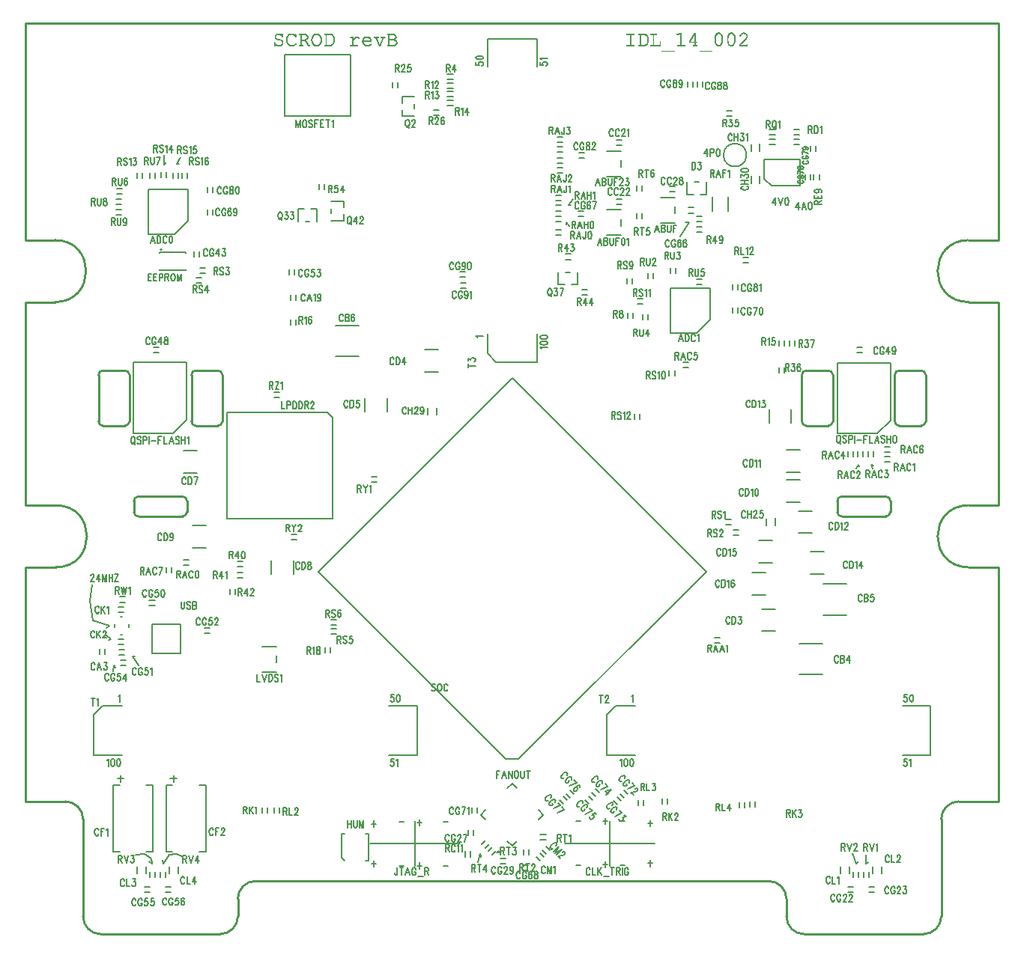
<source format=gto>
*
*
G04 PADS 9.5 Build Number: 522968 generated Gerber (RS-274-X) file*
G04 PC Version=2.1*
*
%IN "SCROD.revB.layout.pcb"*%
*
%MOIN*%
*
%FSLAX35Y35*%
*
*
*
*
G04 PC Standard Apertures*
*
*
G04 Thermal Relief Aperture macro.*
%AMTER*
1,1,$1,0,0*
1,0,$1-$2,0,0*
21,0,$3,$4,0,0,45*
21,0,$3,$4,0,0,135*
%
*
*
G04 Annular Aperture macro.*
%AMANN*
1,1,$1,0,0*
1,0,$2,0,0*
%
*
*
G04 Odd Aperture macro.*
%AMODD*
1,1,$1,0,0*
1,0,$1-0.005,0,0*
%
*
*
G04 PC Custom Aperture Macros*
*
*
*
*
*
*
G04 PC Aperture Table*
*
%ADD010C,0.001*%
%ADD011C,0.005*%
%ADD025C,0.01*%
%ADD065C,0.00787*%
%ADD097C,0.00591*%
*
*
*
*
G04 PC Circuitry*
G04 Layer Name SCROD.revB.layout.pcb - circuitry*
%LPD*%
*
G54D10*
G01X421143Y437070D02*
X421059Y437239D01*
X421007Y437291*
X420954Y437239*
X420870Y437070*
Y436988*
X420820Y436938*
X417829*
X417779Y436988*
Y437081*
X417797Y437120*
X418823Y437960*
X420780Y439916*
X421053Y440371*
X421143Y440821*
X421052Y441453*
X420599Y441997*
X420054Y442361*
X419419Y442451*
X418961Y442360*
X418602Y442270*
X417961Y441629*
X417781Y441358*
X417696Y441104*
X417766Y440963*
X417891*
X417891D02*
X418158Y441496D01*
X418167Y441509*
X418541Y441883*
X418554Y441893*
X418928Y442079*
X418941Y442084*
X419408Y442177*
X419426Y442178*
X419987Y442084*
X420004Y442078*
X420471Y441797*
X420489Y441780*
X420769Y441313*
X420775Y441297*
X420869Y440830*
X420868Y440808*
X420775Y440434*
X420766Y440416*
X420486Y440042*
X420481Y440037*
X420203Y439758*
X419831Y439293*
X419825Y439288*
X417505Y437153*
Y436664*
X421143*
Y437070*
X415629Y439976D02*
X415537Y440899D01*
X415262Y441450*
X414987Y441908*
X414535Y442270*
X413904Y442450*
X413271Y442269*
X412729Y441908*
X412363Y441086*
X412178Y439975*
Y439047*
X412270Y438124*
X412547Y437571*
X412550Y437561*
X412640Y437200*
X412816Y437025*
X413270Y436662*
X413904Y436571*
X414534Y436661*
X414985Y437112*
X415445Y437939*
X415629Y439048*
Y439976*
X415356Y439885D02*
Y439044D01*
X415355Y439039*
X415262Y438197*
X415258Y438183*
X414978Y437529*
X414970Y437517*
X414503Y436956*
X414473Y436939*
X413912Y436845*
X413895*
X413335Y436939*
X413308Y436953*
X412934Y437326*
X412928Y437334*
X412741Y437614*
X412734Y437630*
X412640Y438004*
Y438007*
X412453Y439035*
X412452Y439044*
Y439885*
Y439891*
X412546Y440732*
X412548Y440744*
X412829Y441492*
X412840Y441509*
X413308Y441977*
X413327Y441989*
X413888Y442176*
X413920*
X414480Y441989*
X414494Y441981*
X414868Y441701*
X414880Y441689*
X415067Y441408*
X415074Y441390*
X415168Y440922*
X415355Y439894*
X415356Y439885*
X410022Y439976D02*
X409930Y440899D01*
X409654Y441450*
X409379Y441908*
X408927Y442270*
X408296Y442450*
X407663Y442269*
X407121Y441908*
X406756Y441086*
X406571Y439975*
Y439047*
X406663Y438124*
X406939Y437571*
X406943Y437561*
X407033Y437200*
X407208Y437025*
X407663Y436662*
X408296Y436571*
X408927Y436661*
X409377Y437112*
X409837Y437939*
X410022Y439048*
Y439976*
X409748Y439885D02*
Y439044D01*
Y439039*
X409654Y438197*
X409651Y438183*
X409370Y437529*
X409363Y437517*
X408895Y436956*
X408865Y436939*
X408304Y436845*
X408288*
X407727Y436939*
X407700Y436953*
X407326Y437326*
X407320Y437334*
X407133Y437614*
X407126Y437630*
X407033Y438004*
X407032Y438007*
X406845Y439035*
X406844Y439044*
Y439885*
X406845Y439891*
X406938Y440732*
X406941Y440744*
X407221Y441492*
X407233Y441509*
X407700Y441977*
X407720Y441989*
X408280Y442176*
X408312*
X408873Y441989*
X408887Y441981*
X409261Y441701*
X409272Y441689*
X409459Y441408*
X409467Y441390*
X409560Y440922*
X409747Y439894*
X409748Y439885*
X405432Y434268D02*
X405369Y434330D01*
X405200Y434415*
X400177*
X400008Y434330*
X399946Y434268*
X400009Y434141*
X405368*
X405432Y434268*
X398620Y438354D02*
X398382Y438433D01*
X398109*
X398059Y438483*
Y442359*
X397484*
X395265Y438568*
X395347Y438160*
X395347D02*
X397735D01*
X397735D02*
X397785Y438110D01*
X397785D02*
Y436988D01*
X397735Y436938*
X397093*
X396924Y436853*
X396862Y436791*
X396925Y436664*
X398546*
X398609Y436791*
X398547Y436853*
X398378Y436938*
X398109*
X398059Y436988*
Y438110*
X398059D02*
X398109Y438160D01*
X398109D02*
X398620D01*
X398620D02*
Y438354D01*
X397785Y442035D02*
Y438483D01*
X397735Y438433*
X395679*
X395636Y438508*
X397598Y442059*
X397642Y442085*
X397735*
X397785Y442035*
X393282Y436791D02*
X393220Y436853D01*
X393051Y436938*
X391754*
X391704Y436988*
Y442435*
X389911Y441897*
X389769Y441754*
X389906Y441617*
X390065*
X391367Y441989*
X391430Y441941*
Y436988*
X391380Y436938*
X390084*
X389915Y436853*
X389852Y436791*
X389916Y436664*
X393219*
X393282Y436791*
X388609Y434268D02*
X388547Y434330D01*
X388378Y434415*
X383355*
X383186Y434330*
X383123Y434268*
X383187Y434141*
X388546*
X388609Y434268*
X382452Y438472D02*
X382367Y438641D01*
X382315Y438693*
X382263Y438641*
X382178Y438472*
Y436988*
X382128Y436938*
X379511*
X379461Y436988*
Y441661*
X379511Y441711*
X380602*
X380665Y441838*
X380603Y441900*
X380434Y441985*
X378215*
X378045Y441900*
X377983Y441838*
X378047Y441711*
X379137*
X379187Y441661*
Y436988*
X379137Y436938*
X378215*
X378045Y436853*
X377983Y436791*
X378047Y436664*
X382452*
Y438472*
X377031Y439602D02*
X376939Y440430D01*
X376390Y441345*
X376119Y441526*
X376111Y441532*
X375842Y441802*
X374927Y441985*
X372981*
X372812Y441900*
X372750Y441838*
X372813Y441711*
X373156*
X373206Y441661*
Y436988*
X373156Y436938*
X372981*
X372812Y436853*
X372750Y436791*
X372813Y436664*
X374928*
X375479Y436756*
X375934Y436938*
X376480Y437394*
X376755Y437942*
X376939Y438495*
X377031Y439048*
Y439602*
X376757Y439698D02*
Y438951D01*
X376756Y438941*
X376570Y438006*
X376561Y437986*
X376280Y437612*
X376276Y437607*
X375902Y437233*
X375885Y437222*
X375418Y437035*
X375409Y437032*
X374942Y436939*
X374932Y436938*
X373530*
X373480Y436988*
Y441661*
X373530Y441711*
X374932*
X374944Y441709*
X375692Y441522*
X375711Y441513*
X376178Y441139*
X376189Y441127*
X376656Y440379*
X376663Y440360*
X376757Y439705*
Y439698*
X370759Y441838D02*
X370697Y441900D01*
X370527Y441985*
X367560*
X367391Y441900*
X367329Y441838*
X367393Y441711*
X368857*
X368907Y441661*
Y436988*
X368857Y436938*
X367560*
X367391Y436853*
X367329Y436791*
X367393Y436664*
X370695*
X370759Y436791*
X370697Y436853*
X370527Y436938*
X369231*
X369181Y436988*
Y441661*
X369231Y441711*
X370695*
X370759Y441838*
X265207Y438110D02*
X265117Y438466D01*
X264935Y438831*
X264667Y439189*
X264667D02*
X264121Y439370D01*
X264101Y439453*
X264653Y440005*
X264833Y440635*
X264744Y441078*
X264381Y441532*
X263929Y441894*
X263385Y441985*
X261064*
X260895Y441900*
X260833Y441838*
X260896Y441711*
X261426*
X261476Y441661*
Y436988*
X261426Y436938*
X261064*
X260895Y436853*
X260833Y436791*
X260896Y436664*
X263758*
X264217Y436756*
X264487Y436846*
X264847Y437116*
X265025Y437382*
X265207Y438110*
X264934Y438390D02*
Y438110D01*
X264934D02*
Y438101D01*
X264840Y437541*
X264822Y437510*
X264355Y437136*
X264351Y437133*
X264071Y436946*
X264043Y436938*
X261800*
X261750Y436988*
Y439231*
X261800Y439281*
X263763*
X263785Y439276*
X264159Y439089*
X264164Y439086*
X264725Y438712*
X264739Y438698*
X264926Y438418*
X264934Y438390*
X264557Y440614D02*
X264370Y440147D01*
X264359Y440130*
X263985Y439756*
X263972Y439747*
X263598Y439560*
X263576Y439555*
X261800*
X261750Y439605*
Y441661*
X261800Y441711*
X263295*
X263305Y441710*
X263773Y441616*
X263785Y441612*
X264159Y441425*
X264177Y441411*
X264457Y441037*
X264465Y441019*
X264465D02*
X264559Y440645D01*
X264557Y440614*
X259870Y440436D02*
X259808Y440498D01*
X259639Y440583*
X258167*
X257998Y440498*
X257936Y440436*
X257999Y440309*
X258810*
X258856Y440240*
X257548Y436969*
X257501Y436938*
X257408*
X257361Y436969*
X256053Y440240*
X256099Y440309*
X256909*
X256973Y440436*
X256911Y440498*
X256742Y440583*
X255270*
X255101Y440498*
X255039Y440436*
X255102Y440309*
X255725*
X255772Y440277*
X257162Y436664*
X257747*
X259137Y440277*
X259183Y440309*
X259807*
X259870Y440436*
X253800Y438627D02*
X253714Y439401D01*
X253260Y440128*
X252623Y440492*
X251800Y440675*
X250977Y440492*
X250339Y440128*
X249884Y439491*
X249702Y438670*
X249884Y437850*
X250340Y437212*
X251072Y436755*
X251899Y436571*
X252446*
X252998Y436755*
X253454Y436937*
X253722Y437205*
X253795Y437352*
X253669Y437478*
X253611Y437420*
X253598Y437411*
X252851Y437037*
X252838Y437032*
X251903Y436846*
X251887Y436845*
X251232Y436939*
X251212Y436946*
X250651Y437320*
X250640Y437330*
X250173Y437891*
X250163Y437909*
X249976Y438563*
X250024Y438627*
X253800*
X253482Y438901D02*
X250024D01*
X249977Y438966*
X250164Y439527*
X250172Y439543*
X250546Y440010*
X250563Y440023*
X251124Y440304*
X251139Y440309*
X251793Y440402*
X251808*
X252369Y440308*
X252383Y440304*
X252944Y440023*
X252961Y440010*
X253335Y439543*
X253343Y439527*
X253530Y438966*
X253482Y438901*
X248380Y440072D02*
X248301Y440229D01*
X248123Y440407*
X247854Y440586*
X247503Y440674*
X247237Y440585*
X247233Y440584*
X246870Y440494*
X246412Y440127*
X245758Y439567*
X245675Y439605*
Y440583*
X244709*
X244540Y440498*
X244478Y440436*
X244541Y440309*
X245352*
X245402Y440259*
Y436988*
X245352Y436938*
X244429*
X244260Y436853*
X244197Y436791*
X244261Y436664*
X247564*
X247627Y436791*
X247565Y436853*
X247396Y436938*
X245725*
X245675Y436988*
Y439138*
X245692Y439175*
X246440Y439829*
X246442Y439831*
X246909Y440205*
X246925Y440213*
X247485Y440400*
X247517*
X247797Y440306*
X247817Y440294*
X248176Y439935*
X248311*
X248380Y440072*
X237358Y439602D02*
X237266Y440430D01*
X236716Y441345*
X236445Y441526*
X236438Y441532*
X236168Y441802*
X235253Y441985*
X233307*
X233138Y441900*
X233076Y441838*
X233139Y441711*
X233482*
X233532Y441661*
Y436988*
X233482Y436938*
X233307*
X233138Y436853*
X233076Y436791*
X233139Y436664*
X235254*
X235805Y436756*
X236260Y436938*
X236807Y437394*
X237081Y437942*
X237266Y438495*
X237358Y439048*
Y439602*
X237084Y439698D02*
Y438951D01*
X237083Y438941*
X236896Y438006*
X236887Y437986*
X236607Y437612*
X236602Y437607*
X236228Y437233*
X236211Y437222*
X235744Y437035*
X235735Y437032*
X235268Y436939*
X235258Y436938*
X233856*
X233806Y436988*
Y441661*
X233856Y441711*
X235258*
X235270Y441709*
X236018Y441522*
X236037Y441513*
X236504Y441139*
X236515Y441127*
X236983Y440379*
X236990Y440360*
X237083Y439705*
X237084Y439698*
X231656Y439324D02*
X231564Y440062D01*
X231380Y440705*
X231014Y441255*
X230556Y441713*
X230009Y441986*
X229372Y442077*
X228914Y441986*
X228548Y441895*
X228093Y441621*
X227821Y441350*
X227268Y440428*
X227085Y439324*
X227268Y438221*
X227821Y437299*
X228093Y437028*
X228553Y436751*
X228915Y436571*
X229367*
X230009Y436663*
X230558Y436937*
X231014Y437301*
X231380Y437942*
X231564Y438587*
X231656Y439324*
X231382Y439315D02*
X231195Y438380D01*
X231191Y438368*
X230817Y437620*
X230812Y437612*
X230532Y437238*
X230514Y437224*
X229766Y436850*
X229744Y436845*
X229370*
X229358Y436846*
X228610Y437033*
X228591Y437043*
X228030Y437510*
X228019Y437522*
X227552Y438270*
X227545Y438287*
X227358Y439316*
Y439324*
X227359Y439334*
X227546Y440269*
X227550Y440281*
X227924Y441029*
X227936Y441045*
X228590Y441605*
X228610Y441616*
X229358Y441803*
X229382*
X230130Y441616*
X230150Y441605*
X230805Y441045*
X230818Y441027*
X231192Y440186*
X231195Y440176*
X231382Y439335*
Y439315*
X226319Y436791D02*
X226172Y436938D01*
X225912*
X225869Y436962*
X225309Y437896*
X224939Y438451*
X224288Y439102*
X224301Y439182*
X224860Y439462*
X225311Y439732*
X225491Y440181*
X225581Y440541*
X225491Y441079*
X225130Y441530*
X224585Y441894*
X224039Y441985*
X221812*
X221643Y441900*
X221581Y441838*
X221644Y441711*
X222174*
X222224Y441661*
Y436988*
X222174Y436938*
X221812*
X221643Y436853*
X221581Y436791*
X221644Y436664*
X223358*
X223422Y436791*
X223359Y436853*
X223190Y436938*
X222548*
X222498Y436988*
Y439044*
X222548Y439094*
X223763*
X223789Y439087*
X224256Y438807*
X224265Y438799*
X224920Y438145*
X224931Y438128*
X225116Y437665*
X225116D02*
X225394Y437202D01*
X225752Y436664*
X226255*
X226319Y436791*
X225308Y440539D02*
Y440259D01*
X225293Y440224*
X225110Y440040*
X224926Y439764*
X224907Y439747*
X224533Y439560*
X224529Y439558*
X224062Y439371*
X224043Y439368*
X222548*
X222498Y439418*
Y441661*
X222548Y441711*
X223950*
X223960Y441710*
X224427Y441616*
X224443Y441610*
X224910Y441330*
X224924Y441317*
X225205Y440943*
X225213Y440925*
X225307Y440552*
X225308Y440539*
X220348Y437622D02*
X220202Y437768D01*
X220054Y437695*
X219686Y437326*
X219681Y437322*
X219307Y437041*
X219295Y437035*
X218828Y436848*
X218810Y436845*
X218342*
X218330Y436846*
X217582Y437033*
X217565Y437041*
X217565D02*
X216911Y437508D01*
X216900Y437520*
X216432Y438174*
X216424Y438192*
X216237Y439033*
X216236Y439044*
Y439698*
X216237Y439705*
X216330Y440360*
X216338Y440380*
X216899Y441221*
X216909Y441233*
X217376Y441606*
X217396Y441616*
X217769Y441709*
X217772Y441710*
X218239Y441803*
X218257Y441804*
X218818Y441710*
X218829Y441707*
X219483Y441426*
X219504Y441411*
X219784Y441037*
X219793Y441019*
X219885Y440650*
X219962Y440496*
X220004*
X220077Y440569*
X220161Y440738*
Y441743*
X220077Y441912*
X220024Y441964*
X219972Y441912*
X219888Y441743*
Y441474*
X219811Y441432*
X219071Y441894*
X218154Y442077*
X217607Y441986*
X217061Y441804*
X216604Y441347*
X216237Y440889*
X216055Y440341*
X215962Y439695*
Y438954*
X216054Y438221*
X216234Y437951*
X216788Y437212*
X217061Y437030*
X217519Y436755*
X218441Y436571*
X218893*
X219348Y436753*
X219807Y437028*
X220348Y437569*
Y437622*
X214460Y438472D02*
X214282Y438828D01*
X214011Y439099*
X213743Y439277*
X213286Y439369*
X213282Y439370*
X212628Y439557*
X212261Y439648*
X211894*
X211871Y439654*
X211497Y439840*
X211480Y439855*
X211199Y440229*
X211191Y440247*
X211097Y440621*
Y440643*
X211190Y441110*
X211199Y441130*
X211480Y441504*
X211501Y441520*
X211969Y441707*
X211979Y441710*
X212540Y441804*
X212556*
X213117Y441710*
X213134Y441704*
X213602Y441423*
X213611Y441416*
X213892Y441136*
X213905Y441112*
X213997Y440744*
X214084Y440569*
X214137Y440517*
X214189Y440569*
X214274Y440738*
Y441743*
X214189Y441912*
X214137Y441964*
X214084Y441912*
X214000Y441743*
Y441661*
X213925Y441617*
X213279Y441986*
X212548Y442078*
X211818Y441987*
X211274Y441624*
X210913Y441173*
X210823Y440633*
X210913Y440092*
X211179Y439738*
X211724Y439465*
X212557Y439280*
X213209Y439187*
X213218Y439185*
X213498Y439092*
X213514Y439083*
X213981Y438709*
X213997Y438686*
X214184Y438125*
X214186Y438100*
X214092Y437632*
X214083Y437612*
X213803Y437238*
X213785Y437224*
X213224Y436943*
X213209Y436939*
X212555Y436845*
X212541*
X211887Y436939*
X211868Y436945*
X211401Y437226*
X211396Y437228*
X211023Y437509*
X211003Y437539*
X210913Y437991*
X210772Y438132*
X210720Y438080*
X210635Y437911*
Y436906*
X210720Y436737*
X210772Y436685*
X210824Y436737*
X210824D02*
X210909Y436906D01*
Y437081*
X210981Y437126*
X211724Y436755*
X212551Y436571*
X213371Y436663*
X213918Y437027*
X214370Y437479*
X214460Y438113*
Y438472*
X210700Y436777D02*
Y438040D01*
X210800Y436713D02*
Y438104D01*
X210900Y436888D02*
Y438004D01*
Y440170D02*
Y441096D01*
X211000Y437117D02*
Y437556D01*
Y439976D02*
Y441282D01*
X211100Y437067D02*
Y437451D01*
Y439843D02*
Y440611D01*
Y440658D02*
Y441407D01*
X211200Y437017D02*
Y437376D01*
Y439727D02*
Y440228D01*
Y441131D02*
Y441532D01*
X211300Y436967D02*
Y437301D01*
Y439677D02*
Y440095D01*
Y441264D02*
Y441641D01*
X211400Y436917D02*
Y437226D01*
Y439627D02*
Y439962D01*
Y441398D02*
Y441708D01*
X211500Y436867D02*
Y437166D01*
Y439577D02*
Y439839D01*
Y441520D02*
Y441775D01*
X211600Y436817D02*
Y437106D01*
Y439527D02*
Y439789D01*
Y441560D02*
Y441841D01*
X211700Y436767D02*
Y437046D01*
Y439477D02*
Y439739D01*
Y441600D02*
Y441908D01*
X211800Y436738D02*
Y436986D01*
Y439448D02*
Y439689D01*
Y441640D02*
Y441975D01*
X211900Y436716D02*
Y436937D01*
Y439426D02*
Y439648D01*
Y441680D02*
Y441997D01*
X212000Y436694D02*
Y436922D01*
Y439404D02*
Y439648D01*
Y441714D02*
Y442009D01*
X212100Y436671D02*
Y436908D01*
Y439382D02*
Y439648D01*
Y441730D02*
Y442022D01*
X212200Y436649D02*
Y436894D01*
Y439360D02*
Y439648D01*
Y441747D02*
Y442034D01*
X212300Y436627D02*
Y436879D01*
Y439337D02*
Y439639D01*
Y441764D02*
Y442047D01*
X212400Y436605D02*
Y436865D01*
Y439315D02*
Y439614D01*
Y441780D02*
Y442059D01*
X212500Y436583D02*
Y436851D01*
Y439293D02*
Y439589D01*
Y441797D02*
Y442072D01*
X212600Y436577D02*
Y436851D01*
Y439274D02*
Y439564D01*
Y441796D02*
Y442071D01*
X212700Y436588D02*
Y436866D01*
Y439260D02*
Y439536D01*
Y441780D02*
Y442059D01*
X212800Y436599D02*
Y436880D01*
Y439245D02*
Y439507D01*
Y441763D02*
Y442046D01*
X212900Y436610D02*
Y436894D01*
Y439231D02*
Y439479D01*
Y441746D02*
Y442034D01*
X213000Y436621D02*
Y436909D01*
Y439217D02*
Y439450D01*
Y441730D02*
Y442021D01*
X213100Y436632D02*
Y436923D01*
Y439203D02*
Y439422D01*
Y441713D02*
Y442009D01*
X213200Y436643D02*
Y436937D01*
Y439188D02*
Y439393D01*
Y441664D02*
Y441996D01*
X213300Y436655D02*
Y436981D01*
Y439158D02*
Y439366D01*
Y441604D02*
Y441975D01*
X213400Y436682D02*
Y437031D01*
Y439124D02*
Y439346D01*
Y441544D02*
Y441917D01*
X213500Y436748D02*
Y437081D01*
Y439091D02*
Y439326D01*
Y441484D02*
Y441860D01*
X213600Y436815D02*
Y437131D01*
Y439014D02*
Y439306D01*
Y441424D02*
Y441803D01*
X213700Y436882D02*
Y437181D01*
Y438934D02*
Y439286D01*
Y441327D02*
Y441746D01*
X213800Y436948D02*
Y437235D01*
Y438854D02*
Y439240D01*
Y441227D02*
Y441689D01*
X213900Y437015D02*
Y437368D01*
Y438774D02*
Y439173D01*
Y441124D02*
Y441632D01*
X214000Y437109D02*
Y437501D01*
Y438677D02*
Y439106D01*
Y440738D02*
Y441743D01*
X214100Y437209D02*
Y437671D01*
Y438377D02*
Y439010D01*
Y440553D02*
Y441927D01*
X214200Y437309D02*
Y438910D01*
Y440591D02*
Y441890D01*
X214300Y437409D02*
Y438792D01*
X214400Y437690D02*
Y438592D01*
X216000Y438652D02*
Y439958D01*
X216100Y438152D02*
Y440477D01*
X216200Y438002D02*
Y440777D01*
X216300Y437863D02*
Y438751D01*
Y440149D02*
Y440967D01*
X216400Y437730D02*
Y438301D01*
Y440473D02*
Y441092D01*
X216500Y437596D02*
Y438079D01*
Y440623D02*
Y441217D01*
X216600Y437463D02*
Y437939D01*
Y440773D02*
Y441342D01*
X216700Y437330D02*
Y437799D01*
Y440923D02*
Y441443D01*
X216800Y437204D02*
Y437659D01*
Y441073D02*
Y441543D01*
X216900Y437137D02*
Y437519D01*
Y441223D02*
Y441643D01*
X217000Y437071D02*
Y437445D01*
Y441305D02*
Y441743D01*
X217100Y437007D02*
Y437373D01*
Y441385D02*
Y441817D01*
X217200Y436947D02*
Y437302D01*
Y441465D02*
Y441851D01*
X217300Y436887D02*
Y437230D01*
Y441545D02*
Y441884D01*
X217400Y436827D02*
Y437159D01*
Y441617D02*
Y441917D01*
X217500Y436767D02*
Y437088D01*
Y441642D02*
Y441951D01*
X217600Y436739D02*
Y437029D01*
Y441667D02*
Y441984D01*
X217700Y436719D02*
Y437004D01*
Y441692D02*
Y442002D01*
X217800Y436699D02*
Y436979D01*
Y441716D02*
Y442018D01*
X217900Y436679D02*
Y436954D01*
Y441736D02*
Y442035D01*
X218000Y436659D02*
Y436929D01*
Y441756D02*
Y442052D01*
X218100Y436639D02*
Y436904D01*
Y441776D02*
Y442068D01*
X218200Y436619D02*
Y436879D01*
Y441796D02*
Y442068D01*
X218300Y436599D02*
Y436854D01*
Y441797D02*
Y442048D01*
X218400Y436579D02*
Y436845D01*
Y441780D02*
Y442028D01*
X218500Y436571D02*
Y436845D01*
Y441763D02*
Y442008D01*
X218600Y436571D02*
Y436845D01*
Y441747D02*
Y441988D01*
X218700Y436571D02*
Y436845D01*
Y441730D02*
Y441968D01*
X218800Y436571D02*
Y436845D01*
Y441713D02*
Y441948D01*
X218900Y436573D02*
Y436877D01*
Y441677D02*
Y441928D01*
X219000Y436613D02*
Y436917D01*
Y441634D02*
Y441908D01*
X219100Y436653D02*
Y436957D01*
Y441591D02*
Y441876D01*
X219200Y436693D02*
Y436997D01*
Y441548D02*
Y441813D01*
X219300Y436733D02*
Y437037D01*
Y441505D02*
Y441751D01*
X219400Y436784D02*
Y437111D01*
Y441462D02*
Y441688D01*
X219500Y436844D02*
Y437186D01*
Y441415D02*
Y441626D01*
X219600Y436904D02*
Y437261D01*
Y441282D02*
Y441563D01*
X219700Y436964D02*
Y437340D01*
Y441149D02*
Y441501D01*
X219800Y437024D02*
Y437440D01*
Y440989D02*
Y441438D01*
X219900Y437121D02*
Y437540D01*
Y440620D02*
Y441767D01*
X220000Y437221D02*
Y437640D01*
Y440496D02*
Y441940D01*
X220100Y437321D02*
Y437718D01*
Y440615D02*
Y441865D01*
X220200Y437421D02*
Y437768D01*
X220300Y437521D02*
Y437670D01*
X221600Y436752D02*
Y436811D01*
Y441799D02*
Y441857D01*
X221700Y436664D02*
Y436882D01*
Y441711D02*
Y441929D01*
X221800Y436664D02*
Y436932D01*
Y441711D02*
Y441979D01*
X221900Y436664D02*
Y436938D01*
Y441711D02*
Y441985D01*
X222000Y436664D02*
Y436938D01*
Y441711D02*
Y441985D01*
X222100Y436664D02*
Y436938D01*
Y441711D02*
Y441985D01*
X222200Y436664D02*
Y436945D01*
Y441704D02*
Y441985D01*
X222300Y436664D02*
Y441985D01*
X222400Y436664D02*
Y441985D01*
X222500Y436664D02*
Y436973D01*
Y439059D02*
Y439403D01*
Y441675D02*
Y441985D01*
X222600Y436664D02*
Y436938D01*
Y439094D02*
Y439368D01*
Y441711D02*
Y441985D01*
X222700Y436664D02*
Y436938D01*
Y439094D02*
Y439368D01*
Y441711D02*
Y441985D01*
X222800Y436664D02*
Y436938D01*
Y439094D02*
Y439368D01*
Y441711D02*
Y441985D01*
X222900Y436664D02*
Y436938D01*
Y439094D02*
Y439368D01*
Y441711D02*
Y441985D01*
X223000Y436664D02*
Y436938D01*
Y439094D02*
Y439368D01*
Y441711D02*
Y441985D01*
X223100Y436664D02*
Y436938D01*
Y439094D02*
Y439368D01*
Y441711D02*
Y441985D01*
X223200Y436664D02*
Y436933D01*
Y439094D02*
Y439368D01*
Y441711D02*
Y441985D01*
X223300Y436664D02*
Y436883D01*
Y439094D02*
Y439368D01*
Y441711D02*
Y441985D01*
X223400Y436748D02*
Y436813D01*
Y439094D02*
Y439368D01*
Y441711D02*
Y441985D01*
X223500Y439094D02*
Y439368D01*
Y441711D02*
Y441985D01*
X223600Y439094D02*
Y439368D01*
Y441711D02*
Y441985D01*
X223700Y439094D02*
Y439368D01*
Y441711D02*
Y441985D01*
X223800Y439080D02*
Y439368D01*
Y441711D02*
Y441985D01*
X223900Y439020D02*
Y439368D01*
Y441711D02*
Y441985D01*
X224000Y438960D02*
Y439368D01*
Y441702D02*
Y441985D01*
X224100Y438900D02*
Y439387D01*
Y441682D02*
Y441975D01*
X224200Y438840D02*
Y439427D01*
Y441662D02*
Y441958D01*
X224300Y438764D02*
Y439090D01*
Y439182D02*
Y439467D01*
Y441642D02*
Y441941D01*
X224400Y438664D02*
Y438990D01*
Y439232D02*
Y439507D01*
Y441622D02*
Y441925D01*
X224500Y438564D02*
Y438890D01*
Y439282D02*
Y439547D01*
Y441576D02*
Y441908D01*
X224600Y438464D02*
Y438790D01*
Y439332D02*
Y439594D01*
Y441516D02*
Y441884D01*
X224700Y438364D02*
Y438690D01*
Y439382D02*
Y439644D01*
Y441456D02*
Y441817D01*
X224800Y438264D02*
Y438590D01*
Y439432D02*
Y439694D01*
Y441396D02*
Y441750D01*
X224900Y438164D02*
Y438490D01*
Y439486D02*
Y439744D01*
Y441336D02*
Y441684D01*
X225000Y437955D02*
Y438360D01*
Y439546D02*
Y439875D01*
Y441216D02*
Y441617D01*
X225100Y437705D02*
Y438210D01*
Y439606D02*
Y440025D01*
Y441083D02*
Y441550D01*
X225200Y437525D02*
Y438060D01*
Y439666D02*
Y440130D01*
Y440949D02*
Y441443D01*
X225300Y437358D02*
Y437910D01*
Y439726D02*
Y440232D01*
Y440578D02*
Y441318D01*
X225400Y437192D02*
Y437745D01*
Y439954D02*
Y441193D01*
X225500Y437042D02*
Y437578D01*
Y440218D02*
Y441027D01*
X225600Y436892D02*
Y437411D01*
X225700Y436742D02*
Y437245D01*
X225800Y436664D02*
Y437078D01*
X225900Y436664D02*
Y436940D01*
X226000Y436664D02*
Y436938D01*
X226100Y436664D02*
Y436938D01*
X226200Y436664D02*
Y436910D01*
X226300Y436754D02*
Y436810D01*
X227100Y439231D02*
Y439417D01*
X227200Y438631D02*
Y440017D01*
X227300Y438168D02*
Y440481D01*
X227400Y438001D02*
Y439087D01*
Y439541D02*
Y440648D01*
X227500Y437835D02*
Y438537D01*
Y440041D02*
Y440814D01*
X227600Y437668D02*
Y438193D01*
Y440382D02*
Y440981D01*
X227700Y437501D02*
Y438033D01*
Y440582D02*
Y441148D01*
X227800Y437335D02*
Y437873D01*
Y440782D02*
Y441314D01*
X227900Y437221D02*
Y437713D01*
Y440982D02*
Y441428D01*
X228000Y437121D02*
Y437553D01*
Y441100D02*
Y441528D01*
X228100Y437023D02*
Y437452D01*
Y441185D02*
Y441625D01*
X228200Y436963D02*
Y437369D01*
Y441271D02*
Y441685D01*
X228300Y436903D02*
Y437285D01*
Y441357D02*
Y441745D01*
X228400Y436843D02*
Y437202D01*
Y441442D02*
Y441805D01*
X228500Y436783D02*
Y437119D01*
Y441528D02*
Y441865D01*
X228600Y436728D02*
Y437037D01*
Y441612D02*
Y441907D01*
X228700Y436678D02*
Y437011D01*
Y441638D02*
Y441932D01*
X228800Y436628D02*
Y436986D01*
Y441663D02*
Y441957D01*
X228900Y436578D02*
Y436961D01*
Y441688D02*
Y441982D01*
X229000Y436571D02*
Y436936D01*
Y441713D02*
Y442003D01*
X229100Y436571D02*
Y436911D01*
Y441738D02*
Y442023D01*
X229200Y436571D02*
Y436886D01*
Y441763D02*
Y442043D01*
X229300Y436571D02*
Y436861D01*
Y441788D02*
Y442063D01*
X229400Y436575D02*
Y436845D01*
Y441798D02*
Y442073D01*
X229500Y436590D02*
Y436845D01*
Y441773D02*
Y442059D01*
X229600Y436604D02*
Y436845D01*
Y441748D02*
Y442045D01*
X229700Y436618D02*
Y436845D01*
Y441723D02*
Y442031D01*
X229800Y436633D02*
Y436867D01*
Y441698D02*
Y442016D01*
X229900Y436647D02*
Y436917D01*
Y441673D02*
Y442002D01*
X230000Y436661D02*
Y436967D01*
Y441648D02*
Y441988D01*
X230100Y436708D02*
Y437017D01*
Y441623D02*
Y441941D01*
X230200Y436758D02*
Y437067D01*
Y441563D02*
Y441891D01*
X230300Y436808D02*
Y437117D01*
Y441477D02*
Y441841D01*
X230400Y436858D02*
Y437167D01*
Y441392D02*
Y441791D01*
X230500Y436908D02*
Y437217D01*
Y441306D02*
Y441741D01*
X230600Y436970D02*
Y437329D01*
Y441220D02*
Y441669D01*
X230700Y437050D02*
Y437463D01*
Y441134D02*
Y441569D01*
X230800Y437130D02*
Y437596D01*
Y441049D02*
Y441469D01*
X230900Y437210D02*
Y437786D01*
Y440842D02*
Y441369D01*
X231000Y437290D02*
Y437986D01*
Y440617D02*
Y441269D01*
X231100Y437452D02*
Y438186D01*
Y440392D02*
Y441126D01*
X231200Y437627D02*
Y438405D01*
Y440153D02*
Y440976D01*
X231300Y437802D02*
Y438905D01*
Y439703D02*
Y440826D01*
X231400Y438012D02*
Y440637D01*
X231500Y438362D02*
Y440287D01*
X231600Y438874D02*
Y439775D01*
X233100Y436743D02*
Y436815D01*
Y441790D02*
Y441862D01*
X233200Y436664D02*
Y436884D01*
Y441711D02*
Y441931D01*
X233300Y436664D02*
Y436934D01*
Y441711D02*
Y441981D01*
X233400Y436664D02*
Y436938D01*
Y441711D02*
Y441985D01*
X233500Y436664D02*
Y436941D01*
Y441708D02*
Y441985D01*
X233600Y436664D02*
Y441985D01*
X233700Y436664D02*
Y441985D01*
X233800Y436664D02*
Y441985D01*
X233900Y436664D02*
Y436938D01*
Y441711D02*
Y441985D01*
X234000Y436664D02*
Y436938D01*
Y441711D02*
Y441985D01*
X234100Y436664D02*
Y436938D01*
Y441711D02*
Y441985D01*
X234200Y436664D02*
Y436938D01*
Y441711D02*
Y441985D01*
X234300Y436664D02*
Y436938D01*
Y441711D02*
Y441985D01*
X234400Y436664D02*
Y436938D01*
Y441711D02*
Y441985D01*
X234500Y436664D02*
Y436938D01*
Y441711D02*
Y441985D01*
X234600Y436664D02*
Y436938D01*
Y441711D02*
Y441985D01*
X234700Y436664D02*
Y436938D01*
Y441711D02*
Y441985D01*
X234800Y436664D02*
Y436938D01*
Y441711D02*
Y441985D01*
X234900Y436664D02*
Y436938D01*
Y441711D02*
Y441985D01*
X235000Y436664D02*
Y436938D01*
Y441711D02*
Y441985D01*
X235100Y436664D02*
Y436938D01*
Y441711D02*
Y441985D01*
X235200Y436664D02*
Y436938D01*
Y441711D02*
Y441985D01*
X235300Y436672D02*
Y436945D01*
Y441702D02*
Y441975D01*
X235400Y436689D02*
Y436965D01*
Y441677D02*
Y441955D01*
X235500Y436705D02*
Y436985D01*
Y441652D02*
Y441935D01*
X235600Y436722D02*
Y437005D01*
Y441627D02*
Y441915D01*
X235700Y436739D02*
Y437025D01*
Y441602D02*
Y441895D01*
X235800Y436755D02*
Y437057D01*
Y441577D02*
Y441875D01*
X235900Y436794D02*
Y437097D01*
Y441552D02*
Y441855D01*
X236000Y436834D02*
Y437137D01*
Y441527D02*
Y441835D01*
X236100Y436874D02*
Y437177D01*
Y441463D02*
Y441815D01*
X236200Y436914D02*
Y437217D01*
Y441383D02*
Y441770D01*
X236300Y436971D02*
Y437305D01*
Y441303D02*
Y441670D01*
X236400Y437055D02*
Y437405D01*
Y441223D02*
Y441570D01*
X236500Y437138D02*
Y437505D01*
Y441143D02*
Y441489D01*
X236600Y437221D02*
Y437605D01*
Y440991D02*
Y441423D01*
X236700Y437305D02*
Y437737D01*
Y440831D02*
Y441356D01*
X236800Y437388D02*
Y437870D01*
Y440671D02*
Y441206D01*
X236900Y437580D02*
Y438027D01*
Y440511D02*
Y441039D01*
X237000Y437780D02*
Y438527D01*
Y440289D02*
Y440872D01*
X237100Y437999D02*
Y440706D01*
X237200Y438299D02*
Y440539D01*
X237300Y438702D02*
Y440121D01*
X244200Y436786D02*
Y436794D01*
X244300Y436664D02*
Y436874D01*
X244400Y436664D02*
Y436924D01*
X244500Y436664D02*
Y436938D01*
Y440392D02*
Y440458D01*
X244600Y436664D02*
Y436938D01*
Y440309D02*
Y440528D01*
X244700Y436664D02*
Y436938D01*
Y440309D02*
Y440578D01*
X244800Y436664D02*
Y436938D01*
Y440309D02*
Y440583D01*
X244900Y436664D02*
Y436938D01*
Y440309D02*
Y440583D01*
X245000Y436664D02*
Y436938D01*
Y440309D02*
Y440583D01*
X245100Y436664D02*
Y436938D01*
Y440309D02*
Y440583D01*
X245200Y436664D02*
Y436938D01*
Y440309D02*
Y440583D01*
X245300Y436664D02*
Y436938D01*
Y440309D02*
Y440583D01*
X245400Y436664D02*
Y436976D01*
Y440271D02*
Y440583D01*
X245500Y436664D02*
Y440583D01*
X245600Y436664D02*
Y440583D01*
X245700Y436664D02*
Y436945D01*
Y439182D02*
Y439562D01*
X245800Y436664D02*
Y436938D01*
Y439269D02*
Y439603D01*
X245900Y436664D02*
Y436938D01*
Y439357D02*
Y439689D01*
X246000Y436664D02*
Y436938D01*
Y439444D02*
Y439774D01*
X246100Y436664D02*
Y436938D01*
Y439532D02*
Y439860D01*
X246200Y436664D02*
Y436938D01*
Y439619D02*
Y439946D01*
X246300Y436664D02*
Y436938D01*
Y439707D02*
Y440031D01*
X246400Y436664D02*
Y436938D01*
Y439794D02*
Y440117D01*
X246500Y436664D02*
Y436938D01*
Y439877D02*
Y440198D01*
X246600Y436664D02*
Y436938D01*
Y439957D02*
Y440278D01*
X246700Y436664D02*
Y436938D01*
Y440037D02*
Y440358D01*
X246800Y436664D02*
Y436938D01*
Y440117D02*
Y440438D01*
X246900Y436664D02*
Y436938D01*
Y440197D02*
Y440501D01*
X247000Y436664D02*
Y436938D01*
Y440238D02*
Y440526D01*
X247100Y436664D02*
Y436938D01*
Y440271D02*
Y440551D01*
X247200Y436664D02*
Y436938D01*
Y440305D02*
Y440576D01*
X247300Y436664D02*
Y436938D01*
Y440338D02*
Y440607D01*
X247400Y436664D02*
Y436936D01*
Y440371D02*
Y440640D01*
X247500Y436664D02*
Y436886D01*
Y440402D02*
Y440673D01*
X247600Y436737D02*
Y436818D01*
Y440372D02*
Y440650D01*
X247700Y440339D02*
Y440625D01*
X247800Y440305D02*
Y440600D01*
X247900Y440211D02*
Y440556D01*
X248000Y440111D02*
Y440489D01*
X248100Y440011D02*
Y440423D01*
X248200Y439935D02*
Y440331D01*
X248300Y439935D02*
Y440231D01*
X249800Y438229D02*
Y439112D01*
X249900Y437828D02*
Y439513D01*
X250000Y437688D02*
Y438480D01*
Y438620D02*
Y438907D01*
Y439035D02*
Y439653D01*
X250100Y437548D02*
Y438130D01*
Y438627D02*
Y438901D01*
Y439335D02*
Y439793D01*
X250200Y437408D02*
Y437858D01*
Y438627D02*
Y438901D01*
Y439577D02*
Y439933D01*
X250300Y437268D02*
Y437738D01*
Y438627D02*
Y438901D01*
Y439702D02*
Y440073D01*
X250400Y437174D02*
Y437618D01*
Y438627D02*
Y438901D01*
Y439827D02*
Y440162D01*
X250500Y437112D02*
Y437498D01*
Y438627D02*
Y438901D01*
Y439952D02*
Y440220D01*
X250600Y437049D02*
Y437378D01*
Y438627D02*
Y438901D01*
Y440042D02*
Y440277D01*
X250700Y436987D02*
Y437288D01*
Y438627D02*
Y438901D01*
Y440092D02*
Y440334D01*
X250800Y436924D02*
Y437221D01*
Y438627D02*
Y438901D01*
Y440142D02*
Y440391D01*
X250900Y436862D02*
Y437154D01*
Y438627D02*
Y438901D01*
Y440192D02*
Y440448D01*
X251000Y436799D02*
Y437088D01*
Y438627D02*
Y438901D01*
Y440242D02*
Y440497D01*
X251100Y436748D02*
Y437021D01*
Y438627D02*
Y438901D01*
Y440292D02*
Y440520D01*
X251200Y436726D02*
Y436954D01*
Y438627D02*
Y438901D01*
Y440317D02*
Y440542D01*
X251300Y436704D02*
Y436929D01*
Y438627D02*
Y438901D01*
Y440332D02*
Y440564D01*
X251400Y436682D02*
Y436915D01*
Y438627D02*
Y438901D01*
Y440346D02*
Y440586D01*
X251500Y436659D02*
Y436900D01*
Y438627D02*
Y438901D01*
Y440360D02*
Y440608D01*
X251600Y436637D02*
Y436886D01*
Y438627D02*
Y438901D01*
Y440374D02*
Y440631D01*
X251700Y436615D02*
Y436872D01*
Y438627D02*
Y438901D01*
Y440389D02*
Y440653D01*
X251800Y436593D02*
Y436857D01*
Y438627D02*
Y438901D01*
Y440402D02*
Y440675D01*
X251900Y436571D02*
Y436845D01*
Y438627D02*
Y438901D01*
Y440387D02*
Y440653D01*
X252000Y436571D02*
Y436865D01*
Y438627D02*
Y438901D01*
Y440370D02*
Y440631D01*
X252100Y436571D02*
Y436885D01*
Y438627D02*
Y438901D01*
Y440353D02*
Y440608D01*
X252200Y436571D02*
Y436905D01*
Y438627D02*
Y438901D01*
Y440337D02*
Y440586D01*
X252300Y436571D02*
Y436925D01*
Y438627D02*
Y438901D01*
Y440320D02*
Y440564D01*
X252400Y436571D02*
Y436945D01*
Y438627D02*
Y438901D01*
Y440295D02*
Y440542D01*
X252500Y436589D02*
Y436965D01*
Y438627D02*
Y438901D01*
Y440245D02*
Y440520D01*
X252600Y436622D02*
Y436985D01*
Y438627D02*
Y438901D01*
Y440195D02*
Y440497D01*
X252700Y436655D02*
Y437005D01*
Y438627D02*
Y438901D01*
Y440145D02*
Y440448D01*
X252800Y436689D02*
Y437025D01*
Y438627D02*
Y438901D01*
Y440095D02*
Y440391D01*
X252900Y436722D02*
Y437061D01*
Y438627D02*
Y438901D01*
Y440045D02*
Y440334D01*
X253000Y436755D02*
Y437111D01*
Y438627D02*
Y438901D01*
Y439961D02*
Y440277D01*
X253100Y436795D02*
Y437161D01*
Y438627D02*
Y438901D01*
Y439836D02*
Y440220D01*
X253200Y436835D02*
Y437211D01*
Y438627D02*
Y438901D01*
Y439711D02*
Y440163D01*
X253300Y436875D02*
Y437261D01*
Y438627D02*
Y438901D01*
Y439586D02*
Y440064D01*
X253400Y436915D02*
Y437311D01*
Y438627D02*
Y438901D01*
Y439356D02*
Y439904D01*
X253500Y436983D02*
Y437361D01*
Y438627D02*
Y438904D01*
Y439056D02*
Y439744D01*
X253600Y437083D02*
Y437412D01*
Y438627D02*
Y439584D01*
X253700Y437183D02*
Y437447D01*
Y438627D02*
Y439424D01*
X253800Y438627D02*
Y438630D01*
X255100Y440313D02*
Y440498D01*
X255200Y440309D02*
Y440548D01*
X255300Y440309D02*
Y440583D01*
X255400Y440309D02*
Y440583D01*
X255500Y440309D02*
Y440583D01*
X255600Y440309D02*
Y440583D01*
X255700Y440309D02*
Y440583D01*
X255800Y440204D02*
Y440583D01*
X255900Y439944D02*
Y440583D01*
X256000Y439684D02*
Y440583D01*
X256100Y439424D02*
Y440122D01*
Y440309D02*
Y440583D01*
X256200Y439164D02*
Y439872D01*
Y440309D02*
Y440583D01*
X256300Y438904D02*
Y439622D01*
Y440309D02*
Y440583D01*
X256400Y438644D02*
Y439372D01*
Y440309D02*
Y440583D01*
X256500Y438384D02*
Y439122D01*
Y440309D02*
Y440583D01*
X256600Y438124D02*
Y438872D01*
Y440309D02*
Y440583D01*
X256700Y437864D02*
Y438622D01*
Y440309D02*
Y440583D01*
X256800Y437604D02*
Y438372D01*
Y440309D02*
Y440554D01*
X256900Y437344D02*
Y438122D01*
Y440309D02*
Y440504D01*
X257000Y437084D02*
Y437872D01*
X257100Y436824D02*
Y437622D01*
X257200Y436664D02*
Y437372D01*
X257300Y436664D02*
Y437122D01*
X257400Y436664D02*
Y436939D01*
X257500Y436664D02*
Y436938D01*
X257600Y436664D02*
Y437101D01*
X257700Y436664D02*
Y437351D01*
X257800Y436802D02*
Y437601D01*
X257900Y437062D02*
Y437851D01*
X258000Y437322D02*
Y438101D01*
Y440309D02*
Y440499D01*
X258100Y437582D02*
Y438351D01*
Y440309D02*
Y440549D01*
X258200Y437842D02*
Y438601D01*
Y440309D02*
Y440583D01*
X258300Y438102D02*
Y438851D01*
Y440309D02*
Y440583D01*
X258400Y438362D02*
Y439101D01*
Y440309D02*
Y440583D01*
X258500Y438622D02*
Y439351D01*
Y440309D02*
Y440583D01*
X258600Y438882D02*
Y439601D01*
Y440309D02*
Y440583D01*
X258700Y439142D02*
Y439851D01*
Y440309D02*
Y440583D01*
X258800Y439402D02*
Y440101D01*
Y440309D02*
Y440583D01*
X258900Y439662D02*
Y440583D01*
X259000Y439922D02*
Y440583D01*
X259100Y440182D02*
Y440583D01*
X259200Y440309D02*
Y440583D01*
X259300Y440309D02*
Y440583D01*
X259400Y440309D02*
Y440583D01*
X259500Y440309D02*
Y440583D01*
X259600Y440309D02*
Y440583D01*
X259700Y440309D02*
Y440552D01*
X259800Y440309D02*
Y440502D01*
X260900Y436664D02*
Y436856D01*
Y441711D02*
Y441903D01*
X261000Y436664D02*
Y436906D01*
Y441711D02*
Y441953D01*
X261100Y436664D02*
Y436938D01*
Y441711D02*
Y441985D01*
X261200Y436664D02*
Y436938D01*
Y441711D02*
Y441985D01*
X261300Y436664D02*
Y436938D01*
Y441711D02*
Y441985D01*
X261400Y436664D02*
Y436938D01*
Y441711D02*
Y441985D01*
X261500Y436664D02*
Y441985D01*
X261600Y436664D02*
Y441985D01*
X261700Y436664D02*
Y441985D01*
X261800Y436664D02*
Y436938D01*
Y439281D02*
Y439555D01*
Y441711D02*
Y441985D01*
X261900Y436664D02*
Y436938D01*
Y439281D02*
Y439555D01*
Y441711D02*
Y441985D01*
X262000Y436664D02*
Y436938D01*
Y439281D02*
Y439555D01*
Y441711D02*
Y441985D01*
X262100Y436664D02*
Y436938D01*
Y439281D02*
Y439555D01*
Y441711D02*
Y441985D01*
X262200Y436664D02*
Y436938D01*
Y439281D02*
Y439555D01*
Y441711D02*
Y441985D01*
X262300Y436664D02*
Y436938D01*
Y439281D02*
Y439555D01*
Y441711D02*
Y441985D01*
X262400Y436664D02*
Y436938D01*
Y439281D02*
Y439555D01*
Y441711D02*
Y441985D01*
X262500Y436664D02*
Y436938D01*
Y439281D02*
Y439555D01*
Y441711D02*
Y441985D01*
X262600Y436664D02*
Y436938D01*
Y439281D02*
Y439555D01*
Y441711D02*
Y441985D01*
X262700Y436664D02*
Y436938D01*
Y439281D02*
Y439555D01*
Y441711D02*
Y441985D01*
X262800Y436664D02*
Y436938D01*
Y439281D02*
Y439555D01*
Y441711D02*
Y441985D01*
X262900Y436664D02*
Y436938D01*
Y439281D02*
Y439555D01*
Y441711D02*
Y441985D01*
X263000Y436664D02*
Y436938D01*
Y439281D02*
Y439555D01*
Y441711D02*
Y441985D01*
X263100Y436664D02*
Y436938D01*
Y439281D02*
Y439555D01*
Y441711D02*
Y441985D01*
X263200Y436664D02*
Y436938D01*
Y439281D02*
Y439555D01*
Y441711D02*
Y441985D01*
X263300Y436664D02*
Y436938D01*
Y439281D02*
Y439555D01*
Y441711D02*
Y441985D01*
X263400Y436664D02*
Y436938D01*
Y439281D02*
Y439555D01*
Y441691D02*
Y441982D01*
X263500Y436664D02*
Y436938D01*
Y439281D02*
Y439555D01*
Y441671D02*
Y441966D01*
X263600Y436664D02*
Y436938D01*
Y439281D02*
Y439561D01*
Y441651D02*
Y441949D01*
X263700Y436664D02*
Y436938D01*
Y439281D02*
Y439611D01*
Y441631D02*
Y441932D01*
X263800Y436673D02*
Y436938D01*
Y439268D02*
Y439661D01*
Y441605D02*
Y441916D01*
X263900Y436693D02*
Y436938D01*
Y439218D02*
Y439711D01*
Y441555D02*
Y441899D01*
X264000Y436713D02*
Y436938D01*
Y439168D02*
Y439771D01*
Y441505D02*
Y441837D01*
X264100Y436733D02*
Y436966D01*
Y439118D02*
Y439384D01*
Y439452D02*
Y439871D01*
Y441455D02*
Y441757D01*
X264200Y436753D02*
Y437032D01*
Y439062D02*
Y439344D01*
Y439552D02*
Y439971D01*
Y441379D02*
Y441677D01*
X264300Y436784D02*
Y437099D01*
Y438995D02*
Y439311D01*
Y439652D02*
Y440071D01*
Y441246D02*
Y441597D01*
X264400Y436817D02*
Y437172D01*
Y438929D02*
Y439277D01*
Y439752D02*
Y440222D01*
Y441113D02*
Y441509D01*
X264500Y436856D02*
Y437252D01*
Y438862D02*
Y439244D01*
Y439852D02*
Y440472D01*
Y440881D02*
Y441384D01*
X264600Y436931D02*
Y437332D01*
Y438795D02*
Y439211D01*
Y439952D02*
Y441259D01*
X264700Y437006D02*
Y437412D01*
Y438729D02*
Y439144D01*
Y440170D02*
Y441134D01*
X264800Y437081D02*
Y437492D01*
Y438606D02*
Y439011D01*
Y440520D02*
Y440799D01*
X264900Y437195D02*
Y437900D01*
Y438456D02*
Y438877D01*
X265000Y437345D02*
Y438701D01*
X265100Y437683D02*
Y438501D01*
X265200Y438083D02*
Y438136D01*
X367400Y436664D02*
Y436858D01*
Y441711D02*
Y441905D01*
X367500Y436664D02*
Y436908D01*
Y441711D02*
Y441955D01*
X367600Y436664D02*
Y436938D01*
Y441711D02*
Y441985D01*
X367700Y436664D02*
Y436938D01*
Y441711D02*
Y441985D01*
X367800Y436664D02*
Y436938D01*
Y441711D02*
Y441985D01*
X367900Y436664D02*
Y436938D01*
Y441711D02*
Y441985D01*
X368000Y436664D02*
Y436938D01*
Y441711D02*
Y441985D01*
X368100Y436664D02*
Y436938D01*
Y441711D02*
Y441985D01*
X368200Y436664D02*
Y436938D01*
Y441711D02*
Y441985D01*
X368300Y436664D02*
Y436938D01*
Y441711D02*
Y441985D01*
X368400Y436664D02*
Y436938D01*
Y441711D02*
Y441985D01*
X368500Y436664D02*
Y436938D01*
Y441711D02*
Y441985D01*
X368600Y436664D02*
Y436938D01*
Y441711D02*
Y441985D01*
X368700Y436664D02*
Y436938D01*
Y441711D02*
Y441985D01*
X368800Y436664D02*
Y436938D01*
Y441711D02*
Y441985D01*
X368900Y436664D02*
Y436963D01*
Y441686D02*
Y441985D01*
X369000Y436664D02*
Y441985D01*
X369100Y436664D02*
Y441985D01*
X369200Y436664D02*
Y436949D01*
Y441700D02*
Y441985D01*
X369300Y436664D02*
Y436938D01*
Y441711D02*
Y441985D01*
X369400Y436664D02*
Y436938D01*
Y441711D02*
Y441985D01*
X369500Y436664D02*
Y436938D01*
Y441711D02*
Y441985D01*
X369600Y436664D02*
Y436938D01*
Y441711D02*
Y441985D01*
X369700Y436664D02*
Y436938D01*
Y441711D02*
Y441985D01*
X369800Y436664D02*
Y436938D01*
Y441711D02*
Y441985D01*
X369900Y436664D02*
Y436938D01*
Y441711D02*
Y441985D01*
X370000Y436664D02*
Y436938D01*
Y441711D02*
Y441985D01*
X370100Y436664D02*
Y436938D01*
Y441711D02*
Y441985D01*
X370200Y436664D02*
Y436938D01*
Y441711D02*
Y441985D01*
X370300Y436664D02*
Y436938D01*
Y441711D02*
Y441985D01*
X370400Y436664D02*
Y436938D01*
Y441711D02*
Y441985D01*
X370500Y436664D02*
Y436938D01*
Y441711D02*
Y441985D01*
X370600Y436664D02*
Y436902D01*
Y441711D02*
Y441948D01*
X370700Y436674D02*
Y436850D01*
Y441720D02*
Y441897D01*
X372800Y436690D02*
Y436842D01*
Y441737D02*
Y441888D01*
X372900Y436664D02*
Y436898D01*
Y441711D02*
Y441944D01*
X373000Y436664D02*
Y436938D01*
Y441711D02*
Y441985D01*
X373100Y436664D02*
Y436938D01*
Y441711D02*
Y441985D01*
X373200Y436664D02*
Y436964D01*
Y441685D02*
Y441985D01*
X373300Y436664D02*
Y441985D01*
X373400Y436664D02*
Y441985D01*
X373500Y436664D02*
Y436948D01*
Y441701D02*
Y441985D01*
X373600Y436664D02*
Y436938D01*
Y441711D02*
Y441985D01*
X373700Y436664D02*
Y436938D01*
Y441711D02*
Y441985D01*
X373800Y436664D02*
Y436938D01*
Y441711D02*
Y441985D01*
X373900Y436664D02*
Y436938D01*
Y441711D02*
Y441985D01*
X374000Y436664D02*
Y436938D01*
Y441711D02*
Y441985D01*
X374100Y436664D02*
Y436938D01*
Y441711D02*
Y441985D01*
X374200Y436664D02*
Y436938D01*
Y441711D02*
Y441985D01*
X374300Y436664D02*
Y436938D01*
Y441711D02*
Y441985D01*
X374400Y436664D02*
Y436938D01*
Y441711D02*
Y441985D01*
X374500Y436664D02*
Y436938D01*
Y441711D02*
Y441985D01*
X374600Y436664D02*
Y436938D01*
Y441711D02*
Y441985D01*
X374700Y436664D02*
Y436938D01*
Y441711D02*
Y441985D01*
X374800Y436664D02*
Y436938D01*
Y441711D02*
Y441985D01*
X374900Y436664D02*
Y436938D01*
Y441711D02*
Y441985D01*
X375000Y436676D02*
Y436951D01*
Y441695D02*
Y441970D01*
X375100Y436693D02*
Y436971D01*
Y441670D02*
Y441950D01*
X375200Y436710D02*
Y436991D01*
Y441645D02*
Y441930D01*
X375300Y436726D02*
Y437011D01*
Y441620D02*
Y441910D01*
X375400Y436743D02*
Y437031D01*
Y441595D02*
Y441890D01*
X375500Y436764D02*
Y437068D01*
Y441570D02*
Y441870D01*
X375600Y436804D02*
Y437108D01*
Y441545D02*
Y441850D01*
X375700Y436844D02*
Y437148D01*
Y441520D02*
Y441830D01*
X375800Y436884D02*
Y437188D01*
Y441442D02*
Y441810D01*
X375900Y436924D02*
Y437231D01*
Y441362D02*
Y441743D01*
X376000Y436993D02*
Y437331D01*
Y441282D02*
Y441643D01*
X376100Y437076D02*
Y437431D01*
Y441202D02*
Y441543D01*
X376200Y437160D02*
Y437531D01*
Y441109D02*
Y441472D01*
X376300Y437243D02*
Y437639D01*
Y440949D02*
Y441405D01*
X376400Y437326D02*
Y437772D01*
Y440789D02*
Y441328D01*
X376500Y437433D02*
Y437905D01*
Y440629D02*
Y441162D01*
X376600Y437633D02*
Y438158D01*
Y440469D02*
Y440995D01*
X376700Y437833D02*
Y438658D01*
Y440104D02*
Y440828D01*
X376800Y438078D02*
Y440662D01*
X376900Y438378D02*
Y440495D01*
X377000Y438861D02*
Y439884D01*
X378000Y436758D02*
Y436808D01*
Y441804D02*
Y441855D01*
X378100Y436664D02*
Y436881D01*
Y441711D02*
Y441927D01*
X378200Y436664D02*
Y436931D01*
Y441711D02*
Y441977D01*
X378300Y436664D02*
Y436938D01*
Y441711D02*
Y441985D01*
X378400Y436664D02*
Y436938D01*
Y441711D02*
Y441985D01*
X378500Y436664D02*
Y436938D01*
Y441711D02*
Y441985D01*
X378600Y436664D02*
Y436938D01*
Y441711D02*
Y441985D01*
X378700Y436664D02*
Y436938D01*
Y441711D02*
Y441985D01*
X378800Y436664D02*
Y436938D01*
Y441711D02*
Y441985D01*
X378900Y436664D02*
Y436938D01*
Y441711D02*
Y441985D01*
X379000Y436664D02*
Y436938D01*
Y441711D02*
Y441985D01*
X379100Y436664D02*
Y436938D01*
Y441711D02*
Y441985D01*
X379200Y436664D02*
Y441985D01*
X379300Y436664D02*
Y441985D01*
X379400Y436664D02*
Y441985D01*
X379500Y436664D02*
Y436939D01*
Y441710D02*
Y441985D01*
X379600Y436664D02*
Y436938D01*
Y441711D02*
Y441985D01*
X379700Y436664D02*
Y436938D01*
Y441711D02*
Y441985D01*
X379800Y436664D02*
Y436938D01*
Y441711D02*
Y441985D01*
X379900Y436664D02*
Y436938D01*
Y441711D02*
Y441985D01*
X380000Y436664D02*
Y436938D01*
Y441711D02*
Y441985D01*
X380100Y436664D02*
Y436938D01*
Y441711D02*
Y441985D01*
X380200Y436664D02*
Y436938D01*
Y441711D02*
Y441985D01*
X380300Y436664D02*
Y436938D01*
Y441711D02*
Y441985D01*
X380400Y436664D02*
Y436938D01*
Y441711D02*
Y441985D01*
X380500Y436664D02*
Y436938D01*
Y441711D02*
Y441952D01*
X380600Y436664D02*
Y436938D01*
Y441711D02*
Y441902D01*
X380700Y436664D02*
Y436938D01*
X380800Y436664D02*
Y436938D01*
X380900Y436664D02*
Y436938D01*
X381000Y436664D02*
Y436938D01*
X381100Y436664D02*
Y436938D01*
X381200Y436664D02*
Y436938D01*
X381300Y436664D02*
Y436938D01*
X381400Y436664D02*
Y436938D01*
X381500Y436664D02*
Y436938D01*
X381600Y436664D02*
Y436938D01*
X381700Y436664D02*
Y436938D01*
X381800Y436664D02*
Y436938D01*
X381900Y436664D02*
Y436938D01*
X382000Y436664D02*
Y436938D01*
X382100Y436664D02*
Y436938D01*
X382200Y436664D02*
Y438516D01*
X382300Y436664D02*
Y438678D01*
X382400Y436664D02*
Y438575D01*
X383200Y434141D02*
Y434337D01*
X383300Y434141D02*
Y434387D01*
X383400Y434141D02*
Y434415D01*
X383500Y434141D02*
Y434415D01*
X383600Y434141D02*
Y434415D01*
X383700Y434141D02*
Y434415D01*
X383800Y434141D02*
Y434415D01*
X383900Y434141D02*
Y434415D01*
X384000Y434141D02*
Y434415D01*
X384100Y434141D02*
Y434415D01*
X384200Y434141D02*
Y434415D01*
X384300Y434141D02*
Y434415D01*
X384400Y434141D02*
Y434415D01*
X384500Y434141D02*
Y434415D01*
X384600Y434141D02*
Y434415D01*
X384700Y434141D02*
Y434415D01*
X384800Y434141D02*
Y434415D01*
X384900Y434141D02*
Y434415D01*
X385000Y434141D02*
Y434415D01*
X385100Y434141D02*
Y434415D01*
X385200Y434141D02*
Y434415D01*
X385300Y434141D02*
Y434415D01*
X385400Y434141D02*
Y434415D01*
X385500Y434141D02*
Y434415D01*
X385600Y434141D02*
Y434415D01*
X385700Y434141D02*
Y434415D01*
X385800Y434141D02*
Y434415D01*
X385900Y434141D02*
Y434415D01*
X386000Y434141D02*
Y434415D01*
X386100Y434141D02*
Y434415D01*
X386200Y434141D02*
Y434415D01*
X386300Y434141D02*
Y434415D01*
X386400Y434141D02*
Y434415D01*
X386500Y434141D02*
Y434415D01*
X386600Y434141D02*
Y434415D01*
X386700Y434141D02*
Y434415D01*
X386800Y434141D02*
Y434415D01*
X386900Y434141D02*
Y434415D01*
X387000Y434141D02*
Y434415D01*
X387100Y434141D02*
Y434415D01*
X387200Y434141D02*
Y434415D01*
X387300Y434141D02*
Y434415D01*
X387400Y434141D02*
Y434415D01*
X387500Y434141D02*
Y434415D01*
X387600Y434141D02*
Y434415D01*
X387700Y434141D02*
Y434415D01*
X387800Y434141D02*
Y434415D01*
X387900Y434141D02*
Y434415D01*
X388000Y434141D02*
Y434415D01*
X388100Y434141D02*
Y434415D01*
X388200Y434141D02*
Y434415D01*
X388300Y434141D02*
Y434415D01*
X388400Y434141D02*
Y434404D01*
X388500Y434141D02*
Y434354D01*
X388600Y434249D02*
Y434277D01*
X389800Y441723D02*
Y441786D01*
X389900Y436696D02*
Y436839D01*
Y441623D02*
Y441886D01*
X390000Y436664D02*
Y436896D01*
Y441617D02*
Y441924D01*
X390100Y436664D02*
Y436938D01*
Y441627D02*
Y441954D01*
X390200Y436664D02*
Y436938D01*
Y441656D02*
Y441984D01*
X390300Y436664D02*
Y436938D01*
Y441685D02*
Y442014D01*
X390400Y436664D02*
Y436938D01*
Y441713D02*
Y442044D01*
X390500Y436664D02*
Y436938D01*
Y441742D02*
Y442074D01*
X390600Y436664D02*
Y436938D01*
Y441770D02*
Y442104D01*
X390700Y436664D02*
Y436938D01*
Y441799D02*
Y442134D01*
X390800Y436664D02*
Y436938D01*
Y441827D02*
Y442164D01*
X390900Y436664D02*
Y436938D01*
Y441856D02*
Y442194D01*
X391000Y436664D02*
Y436938D01*
Y441885D02*
Y442224D01*
X391100Y436664D02*
Y436938D01*
Y441913D02*
Y442254D01*
X391200Y436664D02*
Y436938D01*
Y441942D02*
Y442284D01*
X391300Y436664D02*
Y436938D01*
Y441970D02*
Y442314D01*
X391400Y436664D02*
Y436942D01*
Y441987D02*
Y442344D01*
X391500Y436664D02*
Y442374D01*
X391600Y436664D02*
Y442404D01*
X391700Y436664D02*
Y442434D01*
X391800Y436664D02*
Y436938D01*
X391900Y436664D02*
Y436938D01*
X392000Y436664D02*
Y436938D01*
X392100Y436664D02*
Y436938D01*
X392200Y436664D02*
Y436938D01*
X392300Y436664D02*
Y436938D01*
X392400Y436664D02*
Y436938D01*
X392500Y436664D02*
Y436938D01*
X392600Y436664D02*
Y436938D01*
X392700Y436664D02*
Y436938D01*
X392800Y436664D02*
Y436938D01*
X392900Y436664D02*
Y436938D01*
X393000Y436664D02*
Y436938D01*
X393100Y436664D02*
Y436913D01*
X393200Y436664D02*
Y436863D01*
X395300Y438392D02*
Y438628D01*
X395400Y438160D02*
Y438799D01*
X395500Y438160D02*
Y438970D01*
X395600Y438160D02*
Y439140D01*
X395700Y438160D02*
Y438433D01*
Y438624D02*
Y439311D01*
X395800Y438160D02*
Y438433D01*
Y438805D02*
Y439482D01*
X395900Y438160D02*
Y438433D01*
Y438986D02*
Y439653D01*
X396000Y438160D02*
Y438433D01*
Y439167D02*
Y439824D01*
X396100Y438160D02*
Y438433D01*
Y439348D02*
Y439995D01*
X396200Y438160D02*
Y438433D01*
Y439529D02*
Y440165D01*
X396300Y438160D02*
Y438433D01*
Y439710D02*
Y440336D01*
X396400Y438160D02*
Y438433D01*
Y439891D02*
Y440507D01*
X396500Y438160D02*
Y438433D01*
Y440072D02*
Y440678D01*
X396600Y438160D02*
Y438433D01*
Y440253D02*
Y440849D01*
X396700Y438160D02*
Y438433D01*
Y440433D02*
Y441020D01*
X396800Y438160D02*
Y438433D01*
Y440614D02*
Y441190D01*
X396900Y436715D02*
Y436829D01*
Y438160D02*
Y438433D01*
Y440795D02*
Y441361D01*
X397000Y436664D02*
Y436891D01*
Y438160D02*
Y438433D01*
Y440976D02*
Y441532D01*
X397100Y436664D02*
Y436938D01*
Y438160D02*
Y438433D01*
Y441157D02*
Y441703D01*
X397200Y436664D02*
Y436938D01*
Y438160D02*
Y438433D01*
Y441338D02*
Y441874D01*
X397300Y436664D02*
Y436938D01*
Y438160D02*
Y438433D01*
Y441519D02*
Y442045D01*
X397400Y436664D02*
Y436938D01*
Y438160D02*
Y438433D01*
Y441700D02*
Y442215D01*
X397500Y436664D02*
Y436938D01*
Y438160D02*
Y438433D01*
Y441881D02*
Y442359D01*
X397600Y436664D02*
Y436938D01*
Y438160D02*
Y438433D01*
Y442062D02*
Y442359D01*
X397700Y436664D02*
Y436938D01*
Y438160D02*
Y438433D01*
Y442085D02*
Y442359D01*
X397800Y436664D02*
Y442359D01*
X397900Y436664D02*
Y442359D01*
X398000Y436664D02*
Y442359D01*
X398100Y436664D02*
Y436939D01*
Y438159D02*
Y438434D01*
X398200Y436664D02*
Y436938D01*
Y438160D02*
Y438433D01*
X398300Y436664D02*
Y436938D01*
Y438160D02*
Y438433D01*
X398400Y436664D02*
Y436927D01*
Y438160D02*
Y438427D01*
X398500Y436664D02*
Y436877D01*
Y438160D02*
Y438394D01*
X398600Y436773D02*
Y436800D01*
Y438160D02*
Y438361D01*
X400000Y434160D02*
Y434322D01*
X400100Y434141D02*
Y434376D01*
X400200Y434141D02*
Y434415D01*
X400300Y434141D02*
Y434415D01*
X400400Y434141D02*
Y434415D01*
X400500Y434141D02*
Y434415D01*
X400600Y434141D02*
Y434415D01*
X400700Y434141D02*
Y434415D01*
X400800Y434141D02*
Y434415D01*
X400900Y434141D02*
Y434415D01*
X401000Y434141D02*
Y434415D01*
X401100Y434141D02*
Y434415D01*
X401200Y434141D02*
Y434415D01*
X401300Y434141D02*
Y434415D01*
X401400Y434141D02*
Y434415D01*
X401500Y434141D02*
Y434415D01*
X401600Y434141D02*
Y434415D01*
X401700Y434141D02*
Y434415D01*
X401800Y434141D02*
Y434415D01*
X401900Y434141D02*
Y434415D01*
X402000Y434141D02*
Y434415D01*
X402100Y434141D02*
Y434415D01*
X402200Y434141D02*
Y434415D01*
X402300Y434141D02*
Y434415D01*
X402400Y434141D02*
Y434415D01*
X402500Y434141D02*
Y434415D01*
X402600Y434141D02*
Y434415D01*
X402700Y434141D02*
Y434415D01*
X402800Y434141D02*
Y434415D01*
X402900Y434141D02*
Y434415D01*
X403000Y434141D02*
Y434415D01*
X403100Y434141D02*
Y434415D01*
X403200Y434141D02*
Y434415D01*
X403300Y434141D02*
Y434415D01*
X403400Y434141D02*
Y434415D01*
X403500Y434141D02*
Y434415D01*
X403600Y434141D02*
Y434415D01*
X403700Y434141D02*
Y434415D01*
X403800Y434141D02*
Y434415D01*
X403900Y434141D02*
Y434415D01*
X404000Y434141D02*
Y434415D01*
X404100Y434141D02*
Y434415D01*
X404200Y434141D02*
Y434415D01*
X404300Y434141D02*
Y434415D01*
X404400Y434141D02*
Y434415D01*
X404500Y434141D02*
Y434415D01*
X404600Y434141D02*
Y434415D01*
X404700Y434141D02*
Y434415D01*
X404800Y434141D02*
Y434415D01*
X404900Y434141D02*
Y434415D01*
X405000Y434141D02*
Y434415D01*
X405100Y434141D02*
Y434415D01*
X405200Y434141D02*
Y434415D01*
X405300Y434141D02*
Y434365D01*
X405400Y434205D02*
Y434300D01*
X406600Y438752D02*
Y440151D01*
X406700Y438049D02*
Y440751D01*
X406800Y437849D02*
Y441185D01*
X406900Y437649D02*
Y438734D01*
Y440389D02*
Y441410D01*
X407000Y437332D02*
Y438184D01*
Y440901D02*
Y441635D01*
X407100Y437133D02*
Y437735D01*
Y441168D02*
Y441860D01*
X407200Y437033D02*
Y437514D01*
Y441435D02*
Y441960D01*
X407300Y436952D02*
Y437364D01*
Y441577D02*
Y442027D01*
X407400Y436872D02*
Y437253D01*
Y441677D02*
Y442094D01*
X407500Y436792D02*
Y437153D01*
Y441776D02*
Y442160D01*
X407600Y436712D02*
Y437053D01*
Y441876D02*
Y442227D01*
X407700Y436656D02*
Y436953D01*
Y441976D02*
Y442280D01*
X407800Y436642D02*
Y436927D01*
Y442015D02*
Y442308D01*
X407900Y436628D02*
Y436910D01*
Y442049D02*
Y442337D01*
X408000Y436614D02*
Y436893D01*
Y442082D02*
Y442365D01*
X408100Y436599D02*
Y436877D01*
Y442115D02*
Y442394D01*
X408200Y436585D02*
Y436860D01*
Y442149D02*
Y442423D01*
X408300Y436572D02*
Y436845D01*
Y442178D02*
Y442449D01*
X408400Y436586D02*
Y436861D01*
Y442146D02*
Y442420D01*
X408500Y436600D02*
Y436878D01*
Y442113D02*
Y442392D01*
X408600Y436615D02*
Y436894D01*
Y442080D02*
Y442363D01*
X408700Y436629D02*
Y436911D01*
Y442046D02*
Y442335D01*
X408800Y436643D02*
Y436928D01*
Y442013D02*
Y442306D01*
X408900Y436657D02*
Y436962D01*
Y441972D02*
Y442278D01*
X409000Y436734D02*
Y437082D01*
Y441897D02*
Y442211D01*
X409100Y436834D02*
Y437202D01*
Y441822D02*
Y442131D01*
X409200Y436934D02*
Y437322D01*
Y441747D02*
Y442051D01*
X409300Y437034D02*
Y437442D01*
Y441647D02*
Y441971D01*
X409400Y437153D02*
Y437599D01*
Y441497D02*
Y441874D01*
X409500Y437333D02*
Y437832D01*
Y441224D02*
Y441707D01*
X409600Y437513D02*
Y438065D01*
Y440704D02*
Y441540D01*
X409700Y437693D02*
Y438608D01*
Y440154D02*
Y441358D01*
X409800Y437873D02*
Y441158D01*
X409900Y438317D02*
Y440958D01*
X410000Y438917D02*
Y440196D01*
X412200Y438827D02*
Y440106D01*
X412300Y438064D02*
Y440706D01*
X412400Y437864D02*
Y441168D01*
X412500Y437664D02*
Y438775D01*
Y440321D02*
Y441393D01*
X412600Y437362D02*
Y438225D01*
Y440881D02*
Y441618D01*
X412700Y437141D02*
Y437765D01*
Y441148D02*
Y441843D01*
X412800Y437041D02*
Y437525D01*
Y441415D02*
Y441955D01*
X412900Y436958D02*
Y437375D01*
Y441569D02*
Y442022D01*
X413000Y436878D02*
Y437260D01*
Y441669D02*
Y442089D01*
X413100Y436798D02*
Y437160D01*
Y441769D02*
Y442155D01*
X413200Y436718D02*
Y437060D01*
Y441869D02*
Y442222D01*
X413300Y436657D02*
Y436960D01*
Y441969D02*
Y442278D01*
X413400Y436643D02*
Y436928D01*
Y442013D02*
Y442306D01*
X413500Y436629D02*
Y436911D01*
Y442046D02*
Y442335D01*
X413600Y436615D02*
Y436894D01*
Y442080D02*
Y442363D01*
X413700Y436600D02*
Y436878D01*
Y442113D02*
Y442392D01*
X413800Y436586D02*
Y436861D01*
Y442146D02*
Y442420D01*
X413900Y436572D02*
Y436845D01*
Y442178D02*
Y442449D01*
X414000Y436585D02*
Y436860D01*
Y442149D02*
Y442423D01*
X414100Y436599D02*
Y436877D01*
Y442115D02*
Y442394D01*
X414200Y436614D02*
Y436893D01*
Y442082D02*
Y442365D01*
X414300Y436628D02*
Y436910D01*
Y442049D02*
Y442337D01*
X414400Y436642D02*
Y436927D01*
Y442015D02*
Y442308D01*
X414500Y436656D02*
Y436953D01*
Y441977D02*
Y442280D01*
X414600Y436727D02*
Y437073D01*
Y441902D02*
Y442217D01*
X414700Y436827D02*
Y437193D01*
Y441827D02*
Y442137D01*
X414800Y436927D02*
Y437313D01*
Y441752D02*
Y442057D01*
X414900Y437027D02*
Y437433D01*
Y441658D02*
Y441977D01*
X415000Y437139D02*
Y437581D01*
Y441508D02*
Y441886D01*
X415100Y437319D02*
Y437814D01*
Y441261D02*
Y441719D01*
X415200Y437499D02*
Y438048D01*
Y440745D02*
Y441553D01*
X415300Y437679D02*
Y438541D01*
Y440195D02*
Y441373D01*
X415400Y437859D02*
Y441173D01*
X415500Y438272D02*
Y440973D01*
X415600Y438872D02*
Y440270D01*
X417600Y436664D02*
Y437240D01*
X417700Y436664D02*
Y437332D01*
Y441096D02*
Y441116D01*
X417800Y436664D02*
Y436947D01*
Y437122D02*
Y437424D01*
Y440963D02*
Y441387D01*
X417900Y436664D02*
Y436938D01*
Y437204D02*
Y437516D01*
Y440980D02*
Y441537D01*
X418000Y436664D02*
Y436938D01*
Y437286D02*
Y437608D01*
Y441180D02*
Y441668D01*
X418100Y436664D02*
Y436938D01*
Y437368D02*
Y437700D01*
Y441380D02*
Y441768D01*
X418200Y436664D02*
Y436938D01*
Y437450D02*
Y437792D01*
Y441542D02*
Y441868D01*
X418300Y436664D02*
Y436938D01*
Y437531D02*
Y437884D01*
Y441642D02*
Y441968D01*
X418400Y436664D02*
Y436938D01*
Y437613D02*
Y437976D01*
Y441742D02*
Y442068D01*
X418500Y436664D02*
Y436938D01*
Y437695D02*
Y438068D01*
Y441842D02*
Y442168D01*
X418600Y436664D02*
Y436938D01*
Y437777D02*
Y438160D01*
Y441915D02*
Y442268D01*
X418700Y436664D02*
Y436938D01*
Y437859D02*
Y438252D01*
Y441965D02*
Y442294D01*
X418800Y436664D02*
Y436938D01*
Y437941D02*
Y438344D01*
Y442015D02*
Y442319D01*
X418900Y436664D02*
Y436938D01*
Y438036D02*
Y438436D01*
Y442065D02*
Y442344D01*
X419000Y436664D02*
Y436938D01*
Y438136D02*
Y438528D01*
Y442096D02*
Y442367D01*
X419100Y436664D02*
Y436938D01*
Y438236D02*
Y438620D01*
Y442116D02*
Y442387D01*
X419200Y436664D02*
Y436938D01*
Y438336D02*
Y438712D01*
Y442136D02*
Y442407D01*
X419300Y436664D02*
Y436938D01*
Y438436D02*
Y438804D01*
Y442156D02*
Y442427D01*
X419400Y436664D02*
Y436938D01*
Y438536D02*
Y438896D01*
Y442176D02*
Y442447D01*
X419500Y436664D02*
Y436938D01*
Y438636D02*
Y438988D01*
Y442165D02*
Y442440D01*
X419600Y436664D02*
Y436938D01*
Y438736D02*
Y439080D01*
Y442149D02*
Y442425D01*
X419700Y436664D02*
Y436938D01*
Y438836D02*
Y439172D01*
Y442132D02*
Y442411D01*
X419800Y436664D02*
Y436938D01*
Y438936D02*
Y439264D01*
Y442115D02*
Y442397D01*
X419900Y436664D02*
Y436938D01*
Y439036D02*
Y439380D01*
Y442099D02*
Y442383D01*
X420000Y436664D02*
Y436938D01*
Y439136D02*
Y439505D01*
Y442080D02*
Y442368D01*
X420100Y436664D02*
Y436938D01*
Y439236D02*
Y439630D01*
Y442020D02*
Y442330D01*
X420200Y436664D02*
Y436938D01*
Y439336D02*
Y439755D01*
Y441960D02*
Y442263D01*
X420300Y436664D02*
Y436938D01*
Y439436D02*
Y439856D01*
Y441900D02*
Y442196D01*
X420400Y436664D02*
Y436938D01*
Y439536D02*
Y439956D01*
Y441840D02*
Y442130D01*
X420500Y436664D02*
Y436938D01*
Y439636D02*
Y440061D01*
Y441761D02*
Y442063D01*
X420600Y436664D02*
Y436938D01*
Y439736D02*
Y440194D01*
Y441594D02*
Y441996D01*
X420700Y436664D02*
Y436938D01*
Y439836D02*
Y440328D01*
Y441428D02*
Y441876D01*
X420800Y436664D02*
Y436938D01*
Y439950D02*
Y440535D01*
Y441173D02*
Y441756D01*
X420900Y436664D02*
Y437130D01*
Y440116D02*
Y441636D01*
X421000Y436664D02*
Y437285D01*
Y440283D02*
Y441516D01*
X421100Y436664D02*
Y437157D01*
Y440608D02*
Y441120D01*
*
G04 PC Custom Flashes*
G04 Layer Name SCROD.revB.layout.pcb - flashes*
%LPD*%
*
*
G04 PC Circuitry*
G04 Layer Name SCROD.revB.layout.pcb - circuitry*
%LPD*%
*
G54D10*
G54D11*
X305512Y308268D02*
Y299606D01*
X309449Y295669*
X327559*
Y308268*
X305512Y427165D02*
Y439764D01*
X327559*
Y427165*
X301084Y306693D02*
X300928Y306920D01*
X300459Y307261*
X303740*
X300459Y429233D02*
Y428097D01*
X301865Y427983*
X301709Y428097*
X301553Y428438*
Y428779*
X301709Y429120*
X302021Y429347*
X302490Y429460*
X302803Y429347*
X303271Y429233*
X303584Y429006*
X303740Y428665*
Y428324*
X303584Y427983*
X303428Y427870*
X303115Y427756*
X300459Y431165D02*
X300615Y430824D01*
X301084Y430597*
X301865Y430483*
X302334*
X303115Y430597*
X303584Y430824*
X303740Y431165*
Y431392*
X303584Y431733*
X303115Y431960*
X302334Y432074*
X301865*
X301084Y431960*
X300615Y431733*
X300459Y431392*
Y431165*
X329002Y429233D02*
Y428097D01*
X330408Y427983*
X330252Y428097*
X330096Y428438*
Y428779*
X330252Y429120*
X330565Y429347*
X331033Y429460*
X331346Y429347*
X331815Y429233*
X332127Y429006*
X332283Y428665*
Y428324*
X332127Y427983*
X331971Y427870*
X331658Y427756*
X329627Y430483D02*
X329471Y430710D01*
X329002Y431051*
X332283*
X329627Y301772D02*
X329471Y301999D01*
X329002Y302340*
X332283*
X329002Y304044D02*
X329158Y303703D01*
X329627Y303476*
X330408Y303363*
X330877*
X331658Y303476*
X332127Y303703*
X332283Y304044*
Y304272*
X332127Y304613*
X331658Y304840*
X330877Y304953*
X330408*
X329627Y304840*
X329158Y304613*
X329002Y304272*
Y304044*
Y306658D02*
X329158Y306317D01*
X329627Y306090*
X330408Y305976*
X330877*
X331658Y306090*
X332127Y306317*
X332283Y306658*
Y306885*
X332127Y307226*
X331658Y307453*
X330877Y307567*
X330408*
X329627Y307453*
X329158Y307226*
X329002Y306885*
Y306658*
X177264Y107259D02*
X180217D01*
Y77731*
X177264*
X165453D02*
X162500D01*
Y107259*
X165453*
X167421Y110212D02*
X164469D01*
X165945Y111688D02*
Y108735D01*
X241929Y85482D02*
X240748D01*
Y74852*
X241929Y73671*
X251378D02*
X252559D01*
Y85482*
X251378*
X323745Y69414D02*
X321383D01*
X323745Y71777D02*
X321383D01*
X142913Y142520D02*
X134252D01*
X130315Y138583*
Y120472*
X142913*
X261811Y142520D02*
X274409D01*
Y120472*
X261811*
X141339Y146948D02*
X141566Y147104D01*
X141907Y147573*
Y144291*
X263879Y147573D02*
X262742D01*
X262629Y146166*
X262742Y146323*
X263083Y146479*
X263424*
X263765Y146323*
X263992Y146010*
X264106Y145541*
X263992Y145229*
X263879Y144760*
X263652Y144448*
X263311Y144291*
X262970*
X262629Y144448*
X262515Y144604*
X262402Y144916*
X265811Y147573D02*
X265470Y147416D01*
X265242Y146948*
X265129Y146166*
Y145698*
X265242Y144916*
X265470Y144448*
X265811Y144291*
X266038*
X266379Y144448*
X266606Y144916*
X266720Y145698*
Y146166*
X266606Y146948*
X266379Y147416*
X266038Y147573*
X265811*
X263879Y119029D02*
X262742D01*
X262629Y117623*
X262742Y117779*
X263083Y117936*
X263424*
X263765Y117779*
X263992Y117467*
X264106Y116998*
X263992Y116686*
X263879Y116217*
X263652Y115904*
X263311Y115748*
X262970*
X262629Y115904*
X262515Y116061*
X262402Y116373*
X265129Y118404D02*
X265356Y118561D01*
X265697Y119029*
Y115748*
X136417Y118404D02*
X136645Y118561D01*
X136986Y119029*
Y115748*
X138690Y119029D02*
X138349Y118873D01*
X138122Y118404*
X138008Y117623*
Y117154*
X138122Y116373*
X138349Y115904*
X138690Y115748*
X138917*
X139258Y115904*
X139486Y116373*
X139599Y117154*
Y117623*
X139486Y118404*
X139258Y118873*
X138917Y119029*
X138690*
X141304D02*
X140963Y118873D01*
X140736Y118404*
X140622Y117623*
Y117154*
X140736Y116373*
X140963Y115904*
X141304Y115748*
X141531*
X141872Y115904*
X142099Y116373*
X142213Y117154*
Y117623*
X142099Y118404*
X141872Y118873*
X141531Y119029*
X141304*
X402836Y202362D02*
X319319Y118846D01*
X313752*
X230235Y202362*
X316535Y288663*
X402836Y202362*
X306395Y80807D02*
X304724Y79137D01*
Y82477D02*
X303054Y80807D01*
X374311Y374311D02*
Y371949D01*
X371949Y374311D02*
Y371949D01*
X253962Y244513D02*
X256324D01*
X253962Y242151D02*
X256324D01*
X386909Y308711D02*
Y328494D01*
X404626*
Y314715*
X398622Y308711*
X386909*
X273228Y91299D02*
Y71299D01*
X253228Y81299D02*
X293228D01*
X255058Y91494D02*
Y88681D01*
X254035Y90087D02*
X256081D01*
X266339Y91072D02*
X268384D01*
X255058Y73777D02*
Y70965D01*
X254035Y72371D02*
X256081D01*
X266339Y71387D02*
X268384D01*
X275235Y91986D02*
Y89173D01*
X274213Y90579D02*
X276258D01*
X286024Y91072D02*
X288069D01*
X275235Y72793D02*
Y69980D01*
X274213Y71387D02*
X276258D01*
X286024D02*
X288069D01*
X392618Y295571D02*
X394980D01*
X392618Y293209D02*
X394980D01*
X371260Y142520D02*
X362598D01*
X358661Y138583*
Y120472*
X371260*
X490157Y142520D02*
X502756D01*
Y120472*
X490157*
X369685Y146948D02*
X369912Y147104D01*
X370253Y147573*
Y144291*
X492225Y147573D02*
X491089D01*
X490975Y146166*
X491089Y146323*
X491430Y146479*
X491771*
X492112Y146323*
X492339Y146010*
X492453Y145541*
X492339Y145229*
X492225Y144760*
X491998Y144448*
X491657Y144291*
X491316*
X490975Y144448*
X490862Y144604*
X490748Y144916*
X494157Y147573D02*
X493816Y147416D01*
X493589Y146948*
X493475Y146166*
Y145698*
X493589Y144916*
X493816Y144448*
X494157Y144291*
X494384*
X494725Y144448*
X494953Y144916*
X495066Y145698*
Y146166*
X494953Y146948*
X494725Y147416*
X494384Y147573*
X494157*
X492225Y119029D02*
X491089D01*
X490975Y117623*
X491089Y117779*
X491430Y117936*
X491771*
X492112Y117779*
X492339Y117467*
X492453Y116998*
X492339Y116686*
X492225Y116217*
X491998Y115904*
X491657Y115748*
X491316*
X490975Y115904*
X490862Y116061*
X490748Y116373*
X493475Y118404D02*
X493703Y118561D01*
X494043Y119029*
Y115748*
X364764Y118404D02*
X364991Y118561D01*
X365332Y119029*
Y115748*
X367037Y119029D02*
X366696Y118873D01*
X366468Y118404*
X366355Y117623*
Y117154*
X366468Y116373*
X366696Y115904*
X367037Y115748*
X367264*
X367605Y115904*
X367832Y116373*
X367946Y117154*
Y117623*
X367832Y118404*
X367605Y118873*
X367264Y119029*
X367037*
X369650D02*
X369309Y118873D01*
X369082Y118404*
X368968Y117623*
Y117154*
X369082Y116373*
X369309Y115904*
X369650Y115748*
X369877*
X370218Y115904*
X370446Y116373*
X370559Y117154*
Y117623*
X370446Y118404*
X370218Y118873*
X369877Y119029*
X369650*
X314448Y82263D02*
X316535Y80175D01*
X318623Y82263*
X304704Y92007D02*
X302616Y94094D01*
X304704Y96182*
X328367D02*
X330455Y94094D01*
X328367Y92007*
X318623Y105926D02*
X316535Y108014D01*
X314448Y105926*
X189606Y273189D02*
X234390D01*
X236772Y270807*
Y226024*
X189606*
Y273189*
X359843Y71299D02*
Y91299D01*
X379843Y81299D02*
X339843D01*
X378013Y71105D02*
Y73917D01*
X379035Y72511D02*
X376990D01*
X366732Y71527D02*
X364687D01*
X378013Y88821D02*
Y91634D01*
X379035Y90228D02*
X376990D01*
X366732Y91212D02*
X364687D01*
X357836Y70613D02*
Y73425D01*
X358858Y72019D02*
X356813D01*
X347047Y71527D02*
X345002D01*
X357836Y89806D02*
Y92618D01*
X358858Y91212D02*
X356813D01*
X347047D02*
X345002D01*
X179528Y177338D02*
X181890D01*
X179528Y174975D02*
X181890D01*
X144611Y160704D02*
X142249D01*
X144611Y163066D02*
X142249D01*
X142003Y191117D02*
X144365D01*
X142003Y188755D02*
X144365D01*
X143750Y170054D02*
X141388D01*
X143750Y172416D02*
X141388D01*
X143627Y184326D02*
X141265D01*
X143627Y186688D02*
X141265D01*
X139542Y177741D02*
Y179001D01*
X145842Y177741D02*
Y179001D01*
X142416Y174434D02*
X142968D01*
X142416Y182308D02*
X142968D01*
X157507Y187165D02*
X155145D01*
X157507Y189527D02*
X155145D01*
X144119Y165133D02*
X141757D01*
X144119Y167495D02*
X141757D01*
X205364Y94882D02*
Y97244D01*
X207726Y94882D02*
Y97244D01*
X396985Y420554D02*
Y418191D01*
X394623Y420554D02*
Y418191D01*
X401414Y420554D02*
Y418191D01*
X399052Y420554D02*
Y418191D01*
X414050Y223204D02*
X411688D01*
X414050Y225566D02*
X411688D01*
X417372Y218652D02*
X415010D01*
X417372Y221014D02*
X415010D01*
X210778Y282283D02*
X213140D01*
X210778Y279921D02*
X213140D01*
X212894Y97244D02*
Y94882D01*
X210531Y97244D02*
Y94882D01*
X375049Y100689D02*
Y98327D01*
X372687Y100689D02*
Y98327D01*
X462697Y67913D02*
Y71063D01*
X466634Y67953D02*
Y71102D01*
X476969Y67913D02*
Y71063D01*
X480906Y67953D02*
Y71102D01*
X377116Y332825D02*
Y335187D01*
X379478Y332825D02*
Y335187D01*
X468307Y59449D02*
X465945D01*
X468307Y61811D02*
X465945D01*
X475295D02*
X477657D01*
X475295Y59449D02*
X477657D01*
X296900Y85039D02*
Y87402D01*
X299262Y85039D02*
Y87402D01*
X470768Y68701D02*
Y66339D01*
X468406Y68701D02*
Y66339D01*
X311417Y74606D02*
X313780D01*
X311417Y72244D02*
X313780D01*
X135261Y167864D02*
Y165502D01*
X132899Y167864D02*
Y165502D01*
X153642Y107259D02*
X156594D01*
Y77731*
X153642*
X141831D02*
X138878D01*
Y107259*
X141831*
X143799Y110212D02*
X140846D01*
X142323Y111688D02*
Y108735D01*
X181004Y371211D02*
Y373573D01*
X183366Y371211D02*
Y373573D01*
X287795Y424016D02*
X290157D01*
X287795Y421654D02*
X290157D01*
X217913Y323228D02*
Y325591D01*
X220276Y323228D02*
Y325591D01*
X177461Y345030D02*
Y342667D01*
X175098Y345030D02*
Y342667D01*
X484995Y295297D02*
Y269706D01*
X479090Y263801*
X461373*
Y295297*
X484995*
X171603Y295505D02*
Y269914D01*
X165698Y264009*
X147981*
Y295505*
X171603*
X370374Y317717D02*
Y315354D01*
X368012Y317717D02*
Y315354D01*
X179921Y335285D02*
X177559D01*
X179921Y337648D02*
X177559D01*
X178445Y330856D02*
X176083D01*
X178445Y333219D02*
X176083D01*
X386959Y335285D02*
Y337648D01*
X389321Y335285D02*
Y337648D01*
X287795Y420079D02*
X290157D01*
X287795Y417717D02*
X290157D01*
X287795Y416142D02*
X290157D01*
X287795Y413780D02*
X290157D01*
X287795Y412205D02*
X290157D01*
X287795Y409843D02*
X290157D01*
X435433Y303051D02*
Y305413D01*
X437795Y303051D02*
Y305413D01*
X397244Y370423D02*
X394414D01*
Y375837*
X400197Y370423D02*
X403027D01*
Y375837*
X399705D02*
X397736D01*
X217913Y312402D02*
Y314764D01*
X220276Y312402D02*
Y314764D01*
X235655Y168725D02*
Y166363D01*
X233292Y168725D02*
Y166363D01*
X235876Y176845D02*
X238238D01*
X235876Y174483D02*
X238238D01*
X235876Y181029D02*
X238238D01*
X235876Y178666D02*
X238238D01*
X472835Y66339D02*
Y68701D01*
X475197Y66339D02*
Y68701D01*
X157776D02*
Y66339D01*
X155413Y68701D02*
Y66339D01*
X171358Y344193D02*
Y344587D01*
X159547*
Y344193*
Y337106D02*
Y336713D01*
X171358*
Y337106*
X160728Y345768D02*
G75*
G03X160728I-393J0D01*
G01X157107Y302340D02*
X159469D01*
X157107Y299978D02*
X159469D01*
X417717Y97343D02*
Y99705D01*
X420079Y97343D02*
Y99705D01*
X469974Y302171D02*
X472336D01*
X469974Y299809D02*
X472336D01*
X219783Y336909D02*
Y334547D01*
X217421Y336909D02*
Y334547D01*
X155315Y59449D02*
X152953D01*
X155315Y61811D02*
X152953D01*
X162303D02*
X164665D01*
X162303Y59449D02*
X164665D01*
X220522Y216683D02*
X218159D01*
X220522Y219045D02*
X218159D01*
X149705Y67913D02*
Y71063D01*
X153642Y67953D02*
Y71102D01*
X163976Y67913D02*
Y71063D01*
X167913Y67953D02*
Y71102D01*
X367520Y330610D02*
Y332972D01*
X369882Y330610D02*
Y332972D01*
X386467Y289518D02*
Y291880D01*
X388829Y289518D02*
Y291880D01*
X372195Y323868D02*
X374557D01*
X372195Y321506D02*
X374557D01*
X370965Y270325D02*
Y272687D01*
X373327Y270325D02*
Y272687D01*
X152116Y379970D02*
Y377608D01*
X149754Y379970D02*
Y377608D01*
X377018Y316978D02*
Y314616D01*
X374656Y316978D02*
Y314616D01*
X398770Y332726D02*
X401132D01*
X398770Y330364D02*
X401132D01*
X143012Y370719D02*
X140650D01*
X143012Y373081D02*
X140650D01*
X159843Y66339D02*
Y68701D01*
X162205Y66339D02*
Y68701D01*
X429724Y222933D02*
Y226083D01*
X433661Y222972D02*
Y226122D01*
X419193Y342323D02*
X421555D01*
X419193Y339961D02*
X421555D01*
X154626Y352756D02*
Y372539D01*
X172343*
Y358760*
X166339Y352756*
X154626*
X383268Y98819D02*
Y101181D01*
X385630Y98819D02*
Y101181D01*
X424631Y99828D02*
Y97466D01*
X422269Y99828D02*
Y97466D01*
X155167Y377608D02*
Y379970D01*
X157530Y377608D02*
Y379970D01*
X142766Y365797D02*
X140404D01*
X142766Y368159D02*
X140404D01*
X142766Y361368D02*
X140404D01*
X142766Y363730D02*
X140404D01*
X162697Y380217D02*
Y377854D01*
X160335Y380217D02*
Y377854D01*
X267569Y411024D02*
Y413853D01*
X272982*
X267569Y408071D02*
Y405241D01*
X272982*
Y408563D02*
Y410531D01*
X244685Y405118D02*
Y432677D01*
X215157*
Y405118*
X244685*
X340207Y343799D02*
X342569D01*
X340207Y341437D02*
X342569D01*
X347589Y328051D02*
X349951D01*
X347589Y325689D02*
X349951D01*
X265797Y420325D02*
Y417963D01*
X263435Y420325D02*
Y417963D01*
X281644Y408022D02*
X284006D01*
X281644Y405659D02*
X284006D01*
X395079Y364469D02*
X397441D01*
X395079Y362106D02*
X397441D01*
X408883Y170669D02*
X406521D01*
X408883Y173031D02*
X406521D01*
X172539Y205241D02*
X170177D01*
X172539Y207603D02*
X170177D01*
X482185Y253617D02*
X484547D01*
X482185Y251255D02*
X484547D01*
X472736Y255832D02*
Y253469D01*
X470374Y255832D02*
Y253469D01*
X477411Y255832D02*
Y253469D01*
X475049Y255832D02*
Y253469D01*
X468184Y255832D02*
Y253469D01*
X465822Y255832D02*
Y253469D01*
X482185Y258046D02*
X484547D01*
X482185Y255684D02*
X484547D01*
X162672Y201919D02*
Y204281D01*
X165034Y201919D02*
Y204281D01*
X226969Y363780D02*
X229798D01*
Y358366*
X224016Y363780D02*
X221186D01*
Y358366*
X224508D02*
X226476D01*
X414419Y405413D02*
X412057D01*
X414419Y407776D02*
X412057D01*
X339911Y330315D02*
X337082D01*
Y335728*
X342864Y330315D02*
X345694D01*
Y335728*
X342372D02*
X340404D01*
X389091Y361787D02*
Y364787D01*
X382776Y357579D02*
X389075D01*
X382776Y368996D02*
X389075D01*
X400886Y358169D02*
X398524D01*
X400886Y360531D02*
X398524D01*
X435187Y290994D02*
Y293356D01*
X437549Y290994D02*
Y293356D01*
X439862Y303051D02*
Y305413D01*
X442224Y303051D02*
Y305413D01*
X329134Y85187D02*
X331496D01*
X329134Y82825D02*
X331496D01*
X348228Y360630D02*
X345866D01*
X348228Y362992D02*
X345866D01*
X183243Y363730D02*
Y361368D01*
X180881Y363730D02*
Y361368D01*
X416880Y319931D02*
Y317569D01*
X414518Y319931D02*
Y317569D01*
X300861Y97244D02*
Y94882D01*
X298499Y97244D02*
Y94882D01*
X366240Y104869D02*
X367910Y103199D01*
X364570D02*
X366240Y101528D01*
X363287Y101793D02*
X364958Y100123D01*
X361617D02*
X363287Y98453D01*
X353680Y105484D02*
X355361Y103825D01*
X352021Y103803D02*
X353702Y102144D01*
X241486Y361565D02*
Y358735D01*
X236073*
X241486Y364518D02*
Y367347D01*
X236073*
Y364026D02*
Y362057D01*
X194291Y206988D02*
X196654D01*
X194291Y204626D02*
X196654D01*
X194291Y202067D02*
X196654D01*
X194291Y199705D02*
X196654D01*
X193209Y194685D02*
Y192323D01*
X190846Y194685D02*
Y192323D01*
X336516Y382185D02*
X338878D01*
X336516Y379823D02*
X338878D01*
X336024Y369882D02*
X338386D01*
X336024Y367520D02*
X338386D01*
X336024Y354626D02*
X338386D01*
X336024Y352264D02*
X338386D01*
X336516Y395965D02*
X338878D01*
X336516Y393602D02*
X338878D01*
X336024Y360531D02*
X338386D01*
X336024Y358169D02*
X338386D01*
X336024Y365453D02*
X338386D01*
X336024Y363091D02*
X338386D01*
X336516Y386614D02*
X338878D01*
X336516Y384252D02*
X338878D01*
X336516Y391535D02*
X338878D01*
X336516Y389173D02*
X338878D01*
X295669Y75443D02*
Y77805D01*
X298031Y75443D02*
Y77805D01*
X324090Y78543D02*
Y76181D01*
X321727Y78543D02*
Y76181D01*
X309347Y77854D02*
X307677Y76184D01*
Y79525D02*
X306007Y77854D01*
X350604Y102408D02*
X352285Y100749D01*
X348945Y100727D02*
X350626Y99068D01*
X405610Y363040D02*
Y369440D01*
X412500Y363040D02*
Y369440D01*
X342400Y104992D02*
X344042Y103294D01*
X340702Y103350D02*
X342344Y101652D01*
X339447Y102162D02*
X341089Y100464D01*
X337749Y100520D02*
X339391Y98822D01*
X328839Y77008D02*
X330509Y75338D01*
X327168D02*
X328839Y73667D01*
X331668Y79894D02*
X333339Y78223D01*
X329998D02*
X331668Y76553D01*
X364976Y356374D02*
Y359374D01*
X358661Y352165D02*
X364961D01*
X358661Y363583D02*
X364961D01*
X364976Y382457D02*
Y385457D01*
X358661Y378248D02*
X364961D01*
X358661Y389665D02*
X364961D01*
X414518Y327904D02*
Y330266D01*
X416880Y327904D02*
Y330266D01*
X371949Y359646D02*
Y362008D01*
X374311Y359646D02*
Y362008D01*
X348720Y386713D02*
X346358D01*
X348720Y389075D02*
X346358D01*
X389075Y371457D02*
X386713D01*
X389075Y373819D02*
X386713D01*
X398524Y356102D02*
X400886D01*
X398524Y353740D02*
X400886D01*
X230709Y372687D02*
Y375049D01*
X233071Y372687D02*
Y375049D01*
X167864Y379970D02*
Y377608D01*
X165502Y379970D02*
Y377608D01*
X172047Y379970D02*
Y377608D01*
X169685Y379970D02*
Y377608D01*
X365453Y392126D02*
X363091D01*
X365453Y394488D02*
X363091D01*
X365453Y366043D02*
X363091D01*
X365453Y368406D02*
X363091D01*
X279134Y272146D02*
Y275295D01*
X283071Y272185D02*
Y275335D01*
X295571Y333563D02*
X293209D01*
X295571Y335925D02*
X293209D01*
X296063Y328642D02*
X293701D01*
X296063Y331004D02*
X293701D01*
X441954Y394980D02*
X444316D01*
X441954Y392618D02*
X444316D01*
X431127Y394980D02*
X433489D01*
X431127Y392618D02*
X433489D01*
X446875Y376870D02*
Y379232D01*
X449237Y376870D02*
Y379232D01*
X449336Y389665D02*
Y392028D01*
X451698Y389665D02*
Y392028D01*
X422835Y375369D02*
Y378519D01*
X426772Y375408D02*
Y378558D01*
Y392790D02*
Y389641D01*
X422835Y392751D02*
Y389601D01*
X444690Y374114D02*
Y385925D01*
X428788*
Y377142*
X431816Y374114*
X444690*
X441954Y399409D02*
X444316D01*
X441954Y397047D02*
X444316D01*
X450812Y376870D02*
Y379232D01*
X453174Y376870D02*
Y379232D01*
X431127Y399409D02*
X433489D01*
X431127Y397047D02*
X433489D01*
X420821Y387894D02*
G03X420821I-5122J0D01*
G01X211679Y161861D02*
Y164861D01*
X205364Y157653D02*
X211663D01*
X205364Y169070D02*
X211663D01*
X296893Y294075D02*
X300174D01*
X296893Y293280D02*
Y294871D01*
Y296121D02*
Y297371D01*
X298143Y296689*
Y297030*
X298299Y297257*
X298455Y297371*
X298924Y297485*
X299236*
X299705Y297371*
X300018Y297144*
X300174Y296803*
Y296462*
X300018Y296121*
X299861Y296007*
X299549Y295894*
X183510Y87421D02*
X183397Y87734D01*
X183170Y88046*
X182942Y88202*
X182488*
X182260Y88046*
X182033Y87734*
X181920Y87421*
X181806Y86952*
Y86171*
X181920Y85702*
X182033Y85390*
X182260Y85077*
X182488Y84921*
X182942*
X183170Y85077*
X183397Y85390*
X183510Y85702*
X184533Y88202D02*
Y84921D01*
Y88202D02*
X186010D01*
X184533Y86640D02*
X185442D01*
X187147Y87421D02*
Y87577D01*
X187260Y87890*
X187374Y88046*
X187601Y88202*
X188056*
X188283Y88046*
X188397Y87890*
X188510Y87577*
Y87265*
X188397Y86952*
X188170Y86484*
X187033Y84921*
X188624*
X243415Y91670D02*
Y88388D01*
X245006Y91670D02*
Y88388D01*
X243415Y90107D02*
X245006D01*
X246028Y91670D02*
Y89326D01*
X246142Y88857*
X246369Y88545*
X246710Y88388*
X246938*
X247278Y88545*
X247506Y88857*
X247619Y89326*
Y91670*
X248642D02*
Y88388D01*
Y91670D02*
X249551Y88388D01*
X250460Y91670D02*
X249551Y88388D01*
X250460Y91670D02*
Y88388D01*
X320132Y68110D02*
X320018Y68422D01*
X319791Y68735*
X319564Y68891*
X319109*
X318882Y68735*
X318655Y68422*
X318541Y68110*
X318428Y67641*
Y66860*
X318541Y66391*
X318655Y66079*
X318882Y65766*
X319109Y65610*
X319564*
X319791Y65766*
X320018Y66079*
X320132Y66391*
X322859Y68110D02*
X322746Y68422D01*
X322518Y68735*
X322291Y68891*
X321837*
X321609Y68735*
X321382Y68422*
X321268Y68110*
X321155Y67641*
Y66860*
X321268Y66391*
X321382Y66079*
X321609Y65766*
X321837Y65610*
X322291*
X322518Y65766*
X322746Y66079*
X322859Y66391*
Y66860*
X322291D02*
X322859D01*
X325246Y68422D02*
X325132Y68735D01*
X324791Y68891*
X324564*
X324223Y68735*
X323996Y68266*
X323882Y67485*
Y66704*
X323996Y66079*
X324223Y65766*
X324564Y65610*
X324678*
X325018Y65766*
X325246Y66079*
X325359Y66547*
Y66704*
X325246Y67172*
X325018Y67485*
X324678Y67641*
X324564*
X324223Y67485*
X323996Y67172*
X323882Y66704*
X326950Y68891D02*
X326609Y68735D01*
X326496Y68422*
Y68110*
X326609Y67797*
X326837Y67641*
X327291Y67485*
X327632Y67329*
X327859Y67016*
X327973Y66704*
Y66235*
X327859Y65922*
X327746Y65766*
X327405Y65610*
X326950*
X326609Y65766*
X326496Y65922*
X326382Y66235*
Y66704*
X326496Y67016*
X326723Y67329*
X327064Y67485*
X327518Y67641*
X327746Y67797*
X327859Y68110*
Y68422*
X327746Y68735*
X327405Y68891*
X326950*
X130061Y145987D02*
Y142706D01*
X129266Y145987D02*
X130857D01*
X131879Y145362D02*
X132107Y145518D01*
X132448Y145987*
Y142706*
X282326Y151945D02*
X282099Y152257D01*
X281758Y152413*
X281303*
X280963Y152257*
X280735Y151945*
Y151632*
X280849Y151320*
X280963Y151163*
X281190Y151007*
X281872Y150695*
X282099Y150538*
X282213Y150382*
X282326Y150070*
Y149601*
X282099Y149288*
X281758Y149132*
X281303*
X280963Y149288*
X280735Y149601*
X284031Y152413D02*
X283803Y152257D01*
X283576Y151945*
X283463Y151632*
X283349Y151163*
Y150382*
X283463Y149913*
X283576Y149601*
X283803Y149288*
X284031Y149132*
X284485*
X284713Y149288*
X284940Y149601*
X285053Y149913*
X285167Y150382*
Y151163*
X285053Y151632*
X284940Y151945*
X284713Y152257*
X284485Y152413*
X284031*
X287894Y151632D02*
X287781Y151945D01*
X287553Y152257*
X287326Y152413*
X286872*
X286644Y152257*
X286417Y151945*
X286303Y151632*
X286190Y151163*
Y150382*
X286303Y149913*
X286417Y149601*
X286644Y149288*
X286872Y149132*
X287326*
X287553Y149288*
X287781Y149601*
X287894Y149913*
X298544Y71820D02*
Y68539D01*
Y71820D02*
X299567D01*
X299908Y71664*
X300021Y71507*
X300135Y71195*
Y70882*
X300021Y70570*
X299908Y70414*
X299567Y70257*
X298544*
X299339D02*
X300135Y68539D01*
X301953Y71820D02*
Y68539D01*
X301158Y71820D02*
X302748D01*
X304908D02*
X303771Y69632D01*
X305476*
X304908Y71820D02*
Y68539D01*
X373000Y381271D02*
Y377990D01*
Y381271D02*
X374023D01*
X374364Y381115*
X374478Y380959*
X374591Y380646*
Y380334*
X374478Y380021*
X374364Y379865*
X374023Y379709*
X373000*
X373796D02*
X374591Y377990D01*
X376410Y381271D02*
Y377990D01*
X375614Y381271D02*
X377205D01*
X379591Y380802D02*
X379478Y381115D01*
X379137Y381271*
X378910*
X378569Y381115*
X378341Y380646*
X378228Y379865*
Y379084*
X378341Y378459*
X378569Y378146*
X378910Y377990*
X379023*
X379364Y378146*
X379591Y378459*
X379705Y378927*
Y379084*
X379591Y379552*
X379364Y379865*
X379023Y380021*
X378910*
X378569Y379865*
X378341Y379552*
X378228Y379084*
X465722Y206307D02*
X465608Y206620D01*
X465381Y206932*
X465154Y207089*
X464699*
X464472Y206932*
X464245Y206620*
X464131Y206307*
X464017Y205839*
Y205057*
X464131Y204589*
X464245Y204276*
X464472Y203964*
X464699Y203807*
X465154*
X465381Y203964*
X465608Y204276*
X465722Y204589*
X466745Y207089D02*
Y203807D01*
Y207089D02*
X467540D01*
X467881Y206932*
X468108Y206620*
X468222Y206307*
X468336Y205839*
Y205057*
X468222Y204589*
X468108Y204276*
X467881Y203964*
X467540Y203807*
X466745*
X469358Y206464D02*
X469586Y206620D01*
X469927Y207089*
Y203807*
X472086Y207089D02*
X470949Y204901D01*
X472654*
X472086Y207089D02*
Y203807D01*
X247715Y240875D02*
Y237594D01*
Y240875D02*
X248738D01*
X249078Y240719*
X249192Y240563*
X249306Y240250*
Y239938*
X249192Y239625*
X249078Y239469*
X248738Y239313*
X247715*
X248510D02*
X249306Y237594D01*
X250328Y240875D02*
X251238Y239313D01*
Y237594*
X252147Y240875D02*
X251238Y239313D01*
X253169Y240250D02*
X253397Y240407D01*
X253738Y240875*
Y237594*
X391684Y308116D02*
X390775Y304835D01*
X391684Y308116D02*
X392593Y304835D01*
X391116Y305928D02*
X392252D01*
X393616Y308116D02*
Y304835D01*
Y308116D02*
X394411D01*
X394752Y307960*
X394980Y307647*
X395093Y307335*
X395207Y306866*
Y306085*
X395093Y305616*
X394980Y305303*
X394752Y304991*
X394411Y304835*
X393616*
X397934Y307335D02*
X397820Y307647D01*
X397593Y307960*
X397366Y308116*
X396911*
X396684Y307960*
X396457Y307647*
X396343Y307335*
X396230Y306866*
Y306085*
X396343Y305616*
X396457Y305303*
X396684Y304991*
X396911Y304835*
X397366*
X397593Y304991*
X397820Y305303*
X397934Y305616*
X398957Y307491D02*
X399184Y307647D01*
X399525Y308116*
Y304835*
X265479Y70552D02*
Y68052D01*
X265365Y67583*
X265252Y67427*
X265025Y67271*
X264797*
X264570Y67427*
X264456Y67583*
X264343Y68052*
Y68365*
X267297Y70552D02*
Y67271D01*
X266502Y70552D02*
X268093D01*
X270025D02*
X269115Y67271D01*
X270025Y70552D02*
X270934Y67271D01*
X269456Y68365D02*
X270593D01*
X273661Y69771D02*
X273547Y70083D01*
X273320Y70396*
X273093Y70552*
X272638*
X272411Y70396*
X272184Y70083*
X272070Y69771*
X271956Y69302*
Y68521*
X272070Y68052*
X272184Y67740*
X272411Y67427*
X272638Y67271*
X273093*
X273320Y67427*
X273547Y67740*
X273661Y68052*
Y68521*
X273093D02*
X273661D01*
X274684Y66646D02*
X277070D01*
X277752Y70552D02*
Y67271D01*
Y70552D02*
X278775D01*
X279115Y70396*
X279229Y70240*
X279343Y69927*
Y69615*
X279229Y69302*
X279115Y69146*
X278775Y68990*
X277752*
X278547D02*
X279343Y67271D01*
X389114Y300033D02*
Y296752D01*
Y300033D02*
X390137D01*
X390478Y299877*
X390591Y299721*
X390705Y299408*
Y299096*
X390591Y298783*
X390478Y298627*
X390137Y298471*
X389114*
X389910D02*
X390705Y296752D01*
X392637Y300033D02*
X391728Y296752D01*
X392637Y300033D02*
X393546Y296752D01*
X392069Y297846D02*
X393205D01*
X396273Y299252D02*
X396160Y299564D01*
X395932Y299877*
X395705Y300033*
X395251*
X395023Y299877*
X394796Y299564*
X394682Y299252*
X394569Y298783*
Y298002*
X394682Y297533*
X394796Y297221*
X395023Y296908*
X395251Y296752*
X395705*
X395932Y296908*
X396160Y297221*
X396273Y297533*
X398773Y300033D02*
X397637D01*
X397523Y298627*
X397637Y298783*
X397978Y298939*
X398319*
X398660Y298783*
X398887Y298471*
X399001Y298002*
X398887Y297689*
X398773Y297221*
X398546Y296908*
X398205Y296752*
X397864*
X397523Y296908*
X397410Y297064*
X397296Y297377*
X356083Y147202D02*
Y143921D01*
X355288Y147202D02*
X356879D01*
X358015Y146421D02*
Y146577D01*
X358129Y146889*
X358242Y147046*
X358470Y147202*
X358924*
X359152Y147046*
X359265Y146889*
X359379Y146577*
Y146264*
X359265Y145952*
X359038Y145483*
X357902Y143921*
X359492*
X309567Y113670D02*
Y110388D01*
Y113670D02*
X311044D01*
X309567Y112107D02*
X310476D01*
X312976Y113670D02*
X312067Y110388D01*
X312976Y113670D02*
X313885Y110388D01*
X312408Y111482D02*
X313544D01*
X314908Y113670D02*
Y110388D01*
Y113670D02*
X316498Y110388D01*
Y113670D02*
Y110388D01*
X318203Y113670D02*
X317976Y113513D01*
X317748Y113201*
X317635Y112888*
X317521Y112420*
Y111638*
X317635Y111170*
X317748Y110857*
X317976Y110545*
X318203Y110388*
X318658*
X318885Y110545*
X319112Y110857*
X319226Y111170*
X319339Y111638*
Y112420*
X319226Y112888*
X319112Y113201*
X318885Y113513*
X318658Y113670*
X318203*
X320362D02*
Y111326D01*
X320476Y110857*
X320703Y110545*
X321044Y110388*
X321271*
X321612Y110545*
X321839Y110857*
X321953Y111326*
Y113670*
X323771D02*
Y110388D01*
X322976Y113670D02*
X324567D01*
X214016Y278175D02*
Y274894D01*
X215380*
X216403Y278175D02*
Y274894D01*
Y278175D02*
X217425D01*
X217425D02*
X217766Y278019D01*
X217880Y277863*
X217994Y277550*
Y277081*
X217880Y276769*
X217766Y276613*
X217425Y276456*
X217425D02*
X216403D01*
X219016Y278175D02*
Y274894D01*
Y278175D02*
X219812D01*
X220153Y278019*
X220380Y277706*
X220494Y277394*
X220607Y276925*
Y276144*
X220494Y275675*
X220380Y275363*
X220153Y275050*
X219812Y274894*
X219016*
X221630Y278175D02*
Y274894D01*
Y278175D02*
X222425D01*
X222425D02*
X222766Y278019D01*
X222994Y277706*
X223107Y277394*
X223221Y276925*
Y276144*
X223107Y275675*
X222994Y275363*
X222766Y275050*
X222425Y274894*
X222425D02*
X221630D01*
X224244Y278175D02*
Y274894D01*
Y278175D02*
X225266D01*
X225607Y278019*
X225721Y277863*
X225835Y277550*
Y277238*
X225721Y276925*
X225607Y276769*
X225266Y276613*
X224244*
X225039D02*
X225835Y274894D01*
X226971Y277394D02*
Y277550D01*
X227085Y277863*
X227198Y278019*
X227425Y278175*
X227425D02*
X227880D01*
X228107Y278019*
X228221Y277863*
X228335Y277550*
Y277238*
X228221Y276925*
X227994Y276456*
X226857Y274894*
X228448*
X351204Y69731D02*
X351090Y70043D01*
X350863Y70356*
X350636Y70512*
X350181*
X349954Y70356*
X349727Y70043*
X349613Y69731*
X349499Y69262*
Y68481*
X349613Y68012*
X349727Y67700*
X349954Y67387*
X350181Y67231*
X350636*
X350863Y67387*
X351090Y67700*
X351204Y68012*
X352227Y70512D02*
Y67231D01*
X353590*
X354613Y70512D02*
Y67231D01*
X356204Y70512D02*
X354613Y68325D01*
X355181Y69106D02*
X356204Y67231D01*
X357227Y66606D02*
X359613D01*
X361090Y70512D02*
Y67231D01*
X360295Y70512D02*
X361886D01*
X362908D02*
Y67231D01*
Y70512D02*
X363931D01*
X364272Y70356*
X364386Y70200*
X364499Y69887*
Y69575*
X364386Y69262*
X364272Y69106*
X363931Y68950*
X362908*
X363704D02*
X364499Y67231D01*
X365522Y70512D02*
Y67231D01*
X368249Y69731D02*
X368136Y70043D01*
X367908Y70356*
X367681Y70512*
X367227*
X366999Y70356*
X366772Y70043*
X366658Y69731*
X366545Y69262*
Y68481*
X366658Y68012*
X366772Y67700*
X366999Y67387*
X367227Y67231*
X367681*
X367908Y67387*
X368136Y67700*
X368249Y68012*
Y68481*
X367681D02*
X368249D01*
X177728Y181019D02*
X177615Y181331D01*
X177387Y181644*
X177160Y181800*
X176705*
X176478Y181644*
X176251Y181331*
X176137Y181019*
X176024Y180550*
Y179769*
X176137Y179300*
X176251Y178987*
X176478Y178675*
X176705Y178519*
X177160*
X177387Y178675*
X177615Y178987*
X177728Y179300*
X180455Y181019D02*
X180342Y181331D01*
X180115Y181644*
X179887Y181800*
X179433*
X179205Y181644*
X178978Y181331*
X178865Y181019*
X178751Y180550*
Y179769*
X178865Y179300*
X178978Y178987*
X179205Y178675*
X179433Y178519*
X179887*
X180115Y178675*
X180342Y178987*
X180455Y179300*
Y179769*
X179887D02*
X180455D01*
X182955Y181800D02*
X181819D01*
X181705Y180394*
X181819Y180550*
X182160Y180706*
X182501*
X182842Y180550*
X183069Y180237*
X183183Y179769*
X183069Y179456*
X182955Y178987*
X182728Y178675*
X182387Y178519*
X182046*
X181705Y178675*
X181592Y178831*
X181478Y179144*
X184319Y181019D02*
Y181175D01*
X184433Y181487*
X184546Y181644*
X184774Y181800*
X185228*
X185455Y181644*
X185569Y181487*
X185683Y181175*
Y180862*
X185569Y180550*
X185342Y180081*
X184205Y178519*
X185796*
X169180Y188957D02*
Y186613D01*
X169294Y186144*
X169521Y185832*
X169862Y185676*
X170089*
X170430Y185832*
X170658Y186144*
X170771Y186613*
Y188957*
X173385Y188488D02*
X173158Y188801D01*
X172817Y188957*
X172362*
X172021Y188801*
X171794Y188488*
Y188176*
X171908Y187863*
X172021Y187707*
X172248Y187551*
X172930Y187238*
X173158Y187082*
X173271Y186926*
X173385Y186613*
Y186144*
X173158Y185832*
X172817Y185676*
X172362*
X172021Y185832*
X171794Y186144*
X174408Y188957D02*
Y185676D01*
Y188957D02*
X175430D01*
X175771Y188801*
X175885Y188644*
X175998Y188332*
Y188019*
X175885Y187707*
X175771Y187551*
X175430Y187394*
X174408D02*
X175430D01*
X175771Y187238*
X175885Y187082*
X175998Y186769*
Y186301*
X175885Y185988*
X175771Y185832*
X175430Y185676*
X174408*
X136964Y156171D02*
X136850Y156483D01*
X136623Y156796*
X136395Y156952*
X135941*
X135714Y156796*
X135486Y156483*
X135373Y156171*
X135259Y155702*
Y154921*
X135373Y154452*
X135486Y154140*
X135714Y153827*
X135941Y153671*
X136395*
X136623Y153827*
X136850Y154140*
X136964Y154452*
X139691Y156171D02*
X139577Y156483D01*
X139350Y156796*
X139123Y156952*
X138668*
X138441Y156796*
X138214Y156483*
X138100Y156171*
X137986Y155702*
Y154921*
X138100Y154452*
X138214Y154140*
X138441Y153827*
X138668Y153671*
X139123*
X139350Y153827*
X139577Y154140*
X139691Y154452*
Y154921*
X139123D02*
X139691D01*
X142191Y156952D02*
X141055D01*
X140941Y155546*
X141055Y155702*
X141395Y155858*
X141736*
X142077Y155702*
X142305Y155390*
X142418Y154921*
X142305Y154608*
X142191Y154140*
X141964Y153827*
X141623Y153671*
X141282*
X140941Y153827*
X140827Y153983*
X140714Y154296*
X144577Y156952D02*
X143441Y154765D01*
X145145*
X144577Y156952D02*
Y153671D01*
X140029Y195648D02*
Y192367D01*
Y195648D02*
X141051D01*
X141392Y195492*
X141506Y195336*
X141619Y195023*
Y194711*
X141506Y194398*
X141392Y194242*
X141051Y194086*
X140029*
X140824D02*
X141619Y192367D01*
X142642Y195648D02*
X143210Y192367D01*
X143779Y195648D02*
X143210Y192367D01*
X143779Y195648D02*
X144347Y192367D01*
X144915Y195648D02*
X144347Y192367D01*
X145938Y195023D02*
X146165Y195179D01*
X146506Y195648*
Y192367*
X130789Y175280D02*
X130676Y175593D01*
X130448Y175905*
X130221Y176062*
X129767*
X129539Y175905*
X129312Y175593*
X129198Y175280*
X129085Y174812*
Y174030*
X129198Y173562*
X129312Y173249*
X129539Y172937*
X129767Y172780*
X130221*
X130448Y172937*
X130676Y173249*
X130789Y173562*
X131812Y176062D02*
Y172780D01*
X133403Y176062D02*
X131812Y173874D01*
X132380Y174655D02*
X133403Y172780D01*
X134539Y175280D02*
Y175437D01*
X134653Y175749*
X134767Y175905*
X134994Y176062*
X135448*
X135676Y175905*
X135789Y175749*
X135903Y175437*
Y175124*
X135789Y174812*
X135562Y174343*
X134426Y172780*
X136017*
X132736Y186215D02*
X132622Y186527D01*
X132395Y186840*
X132168Y186996*
X131713*
X131486Y186840*
X131259Y186527*
X131145Y186215*
X131031Y185746*
Y184965*
X131145Y184496*
X131259Y184183*
X131486Y183871*
X131713Y183715*
X132168*
X132395Y183871*
X132622Y184183*
X132736Y184496*
X133759Y186996D02*
Y183715D01*
X135350Y186996D02*
X133759Y184808D01*
X134327Y185590D02*
X135350Y183715D01*
X136372Y186371D02*
X136600Y186527D01*
X136940Y186996*
Y183715*
X129086Y200474D02*
Y200630D01*
X129200Y200942*
X129313Y201099*
X129540Y201255*
X129995*
X130222Y201099*
X130336Y200942*
X130450Y200630*
Y200317*
X130336Y200005*
X130109Y199536*
X128972Y197974*
X130563*
X132722Y201255D02*
X131586Y199067D01*
X133290*
X132722Y201255D02*
Y197974D01*
X134313Y201255D02*
Y197974D01*
Y201255D02*
X135222Y197974D01*
X136131Y201255D02*
X135222Y197974D01*
X136131Y201255D02*
Y197974D01*
X137154Y201255D02*
Y197974D01*
X138745Y201255D02*
Y197974D01*
X137154Y199692D02*
X138745D01*
X141359Y201255D02*
X139768Y197974D01*
Y201255D02*
X141359D01*
X139768Y197974D02*
X141359D01*
X153816Y193544D02*
X153703Y193856D01*
X153475Y194169*
X153248Y194325*
X152793*
X152566Y194169*
X152339Y193856*
X152225Y193544*
X152112Y193075*
Y192294*
X152225Y191825*
X152339Y191513*
X152566Y191200*
X152793Y191044*
X153248*
X153475Y191200*
X153703Y191513*
X153816Y191825*
X156543Y193544D02*
X156430Y193856D01*
X156203Y194169*
X155975Y194325*
X155521*
X155293Y194169*
X155066Y193856*
X154953Y193544*
X154839Y193075*
Y192294*
X154953Y191825*
X155066Y191513*
X155293Y191200*
X155521Y191044*
X155975*
X156203Y191200*
X156430Y191513*
X156543Y191825*
Y192294*
X155975D02*
X156543D01*
X159043Y194325D02*
X157907D01*
X157793Y192919*
X157907Y193075*
X158248Y193231*
X158589*
X158930Y193075*
X159157Y192763*
X159271Y192294*
X159157Y191981*
X159043Y191513*
X158816Y191200*
X158475Y191044*
X158134*
X157793Y191200*
X157680Y191356*
X157566Y191669*
X160975Y194325D02*
X160634Y194169D01*
X160407Y193700*
X160293Y192919*
Y192450*
X160407Y191669*
X160634Y191200*
X160975Y191044*
X161203*
X161543Y191200*
X161771Y191669*
X161884Y192450*
Y192919*
X161771Y193700*
X161543Y194169*
X161203Y194325*
X160975*
X149206Y158808D02*
X149093Y159120D01*
X148865Y159433*
X148638Y159589*
X148184*
X147956Y159433*
X147729Y159120*
X147615Y158808*
X147502Y158339*
Y157558*
X147615Y157089*
X147729Y156776*
X147956Y156464*
X148184Y156308*
X148638*
X148865Y156464*
X149093Y156776*
X149206Y157089*
X151934Y158808D02*
X151820Y159120D01*
X151593Y159433*
X151365Y159589*
X150911*
X150684Y159433*
X150456Y159120*
X150343Y158808*
X150229Y158339*
Y157558*
X150343Y157089*
X150456Y156776*
X150684Y156464*
X150911Y156308*
X151365*
X151593Y156464*
X151820Y156776*
X151934Y157089*
Y157558*
X151365D02*
X151934D01*
X154434Y159589D02*
X153297D01*
X153184Y158183*
X153297Y158339*
X153638Y158495*
X153979*
X154320Y158339*
X154547Y158026*
X154661Y157558*
X154547Y157245*
X154434Y156776*
X154206Y156464*
X153865Y156308*
X153524*
X153184Y156464*
X153070Y156620*
X152956Y156933*
X155684Y158964D02*
X155911Y159120D01*
X156252Y159589*
Y156308*
X196960Y97740D02*
Y94459D01*
Y97740D02*
X197983D01*
X198324Y97584*
X198438Y97428*
X198551Y97115*
Y96803*
X198438Y96490*
X198324Y96334*
X197983Y96178*
X196960*
X197756D02*
X198551Y94459D01*
X199574Y97740D02*
Y94459D01*
X201165Y97740D02*
X199574Y95553D01*
X200142Y96334D02*
X201165Y94459D01*
X202188Y97115D02*
X202415Y97272D01*
X202756Y97740*
Y94459*
X384399Y420586D02*
X384286Y420898D01*
X384058Y421211*
X383831Y421367*
X383376*
X383149Y421211*
X382922Y420898*
X382808Y420586*
X382695Y420117*
Y419336*
X382808Y418867*
X382922Y418555*
X383149Y418242*
X383376Y418086*
X383831*
X384058Y418242*
X384286Y418555*
X384399Y418867*
X387126Y420586D02*
X387013Y420898D01*
X386786Y421211*
X386558Y421367*
X386104*
X385876Y421211*
X385649Y420898*
X385536Y420586*
X385422Y420117*
Y419336*
X385536Y418867*
X385649Y418555*
X385876Y418242*
X386104Y418086*
X386558*
X386786Y418242*
X387013Y418555*
X387126Y418867*
Y419336*
X386558D02*
X387126D01*
X388717Y421367D02*
X388376Y421211D01*
X388263Y420898*
Y420586*
X388376Y420273*
X388604Y420117*
X389058Y419961*
X389399Y419805*
X389626Y419492*
X389740Y419180*
Y418711*
X389626Y418398*
X389513Y418242*
X389172Y418086*
X388717*
X388376Y418242*
X388263Y418398*
X388149Y418711*
Y419180*
X388263Y419492*
X388490Y419805*
X388831Y419961*
X389286Y420117*
X389513Y420273*
X389626Y420586*
Y420898*
X389513Y421211*
X389172Y421367*
X388717*
X392240Y420273D02*
X392126Y419805D01*
X391899Y419492*
X391558Y419336*
X391445*
X391104Y419492*
X390876Y419805*
X390763Y420273*
Y420430*
X390876Y420898*
X391104Y421211*
X391445Y421367*
X391558*
X391899Y421211*
X392126Y420898*
X392240Y420273*
Y419492*
X392126Y418711*
X391899Y418242*
X391558Y418086*
X391331*
X390990Y418242*
X390876Y418555*
X404262Y419636D02*
X404149Y419948D01*
X403921Y420261*
X403694Y420417*
X403240*
X403012Y420261*
X402785Y419948*
X402671Y419636*
X402558Y419167*
Y418386*
X402671Y417917*
X402785Y417604*
X403012Y417292*
X403240Y417136*
X403694*
X403921Y417292*
X404149Y417604*
X404262Y417917*
X406990Y419636D02*
X406876Y419948D01*
X406649Y420261*
X406421Y420417*
X405967*
X405740Y420261*
X405512Y419948*
X405399Y419636*
X405285Y419167*
Y418386*
X405399Y417917*
X405512Y417604*
X405740Y417292*
X405967Y417136*
X406421*
X406649Y417292*
X406876Y417604*
X406990Y417917*
Y418386*
X406421D02*
X406990D01*
X408580Y420417D02*
X408240Y420261D01*
X408126Y419948*
Y419636*
X408240Y419323*
X408467Y419167*
X408921Y419011*
X409262Y418854*
X409490Y418542*
X409603Y418229*
Y417761*
X409490Y417448*
X409376Y417292*
X409035Y417136*
X408580*
X408240Y417292*
X408126Y417448*
X408012Y417761*
Y418229*
X408126Y418542*
X408353Y418854*
X408694Y419011*
X409149Y419167*
X409376Y419323*
X409490Y419636*
Y419948*
X409376Y420261*
X409035Y420417*
X408580*
X411194D02*
X410853Y420261D01*
X410740Y419948*
Y419636*
X410853Y419323*
X411080Y419167*
X411535Y419011*
X411876Y418854*
X412103Y418542*
X412217Y418229*
Y417761*
X412103Y417448*
X411990Y417292*
X411649Y417136*
X411194*
X410853Y417292*
X410740Y417448*
X410626Y417761*
Y418229*
X410740Y418542*
X410967Y418854*
X411308Y419011*
X411762Y419167*
X411990Y419323*
X412103Y419636*
Y419948*
X411990Y420261*
X411649Y420417*
X411194*
X405496Y229331D02*
Y226050D01*
Y229331D02*
X406518D01*
X406859Y229175*
X406973Y229019*
X407087Y228706*
Y228394*
X406973Y228081*
X406859Y227925*
X406518Y227769*
X405496*
X406291D02*
X407087Y226050D01*
X409700Y228862D02*
X409473Y229175D01*
X409132Y229331*
X408677*
X408337Y229175*
X408109Y228862*
Y228550*
X408223Y228237*
X408337Y228081*
X408564Y227925*
X409246Y227612*
X409473Y227456*
X409587Y227300*
X409700Y226987*
Y226519*
X409473Y226206*
X409132Y226050*
X408677*
X408337Y226206*
X408109Y226519*
X410723Y228706D02*
X410950Y228862D01*
X411291Y229331*
Y226050*
X403593Y221181D02*
Y217900D01*
Y221181D02*
X404615D01*
X404956Y221025*
X405070Y220868*
X405184Y220556*
Y220243*
X405070Y219931*
X404956Y219775*
X404615Y219618*
X403593*
X404388D02*
X405184Y217900D01*
X407797Y220712D02*
X407570Y221025D01*
X407229Y221181*
X406775*
X406434Y221025*
X406206Y220712*
Y220400*
X406320Y220087*
X406434Y219931*
X406661Y219775*
X407343Y219462*
X407570Y219306*
X407684Y219150*
X407797Y218837*
Y218368*
X407570Y218056*
X407229Y217900*
X406775*
X406434Y218056*
X406206Y218368*
X408934Y220400D02*
Y220556D01*
X409047Y220868*
X409161Y221025*
X409388Y221181*
X409843*
X410070Y221025*
X410184Y220868*
X410297Y220556*
Y220243*
X410184Y219931*
X409956Y219462*
X408820Y217900*
X410411*
X208532Y286940D02*
Y283658D01*
Y286940D02*
X209555D01*
X209896Y286783*
X210009Y286627*
X210123Y286315*
Y286002*
X210009Y285690*
X209896Y285533*
X209555Y285377*
X208532*
X209328D02*
X210123Y283658D01*
X212737Y286940D02*
X211146Y283658D01*
Y286940D02*
X212737D01*
X211146Y283658D02*
X212737D01*
X213759Y286315D02*
X213987Y286471D01*
X214328Y286940*
Y283658*
X214709Y97161D02*
Y93879D01*
Y97161D02*
X215732D01*
X216073Y97004*
X216187Y96848*
X216300Y96536*
Y96223*
X216187Y95911*
X216073Y95754*
X215732Y95598*
X214709*
X215505D02*
X216300Y93879D01*
X217323Y97161D02*
Y93879D01*
X218687*
X219823Y96379D02*
Y96536D01*
X219937Y96848*
X220050Y97004*
X220278Y97161*
X220732*
X220959Y97004*
X221073Y96848*
X221187Y96536*
Y96223*
X221073Y95911*
X220846Y95442*
X219709Y93879*
X221300*
X409373Y211898D02*
X409259Y212210D01*
X409032Y212523*
X408805Y212679*
X408350*
X408123Y212523*
X407896Y212210*
X407782Y211898*
X407669Y211429*
Y210648*
X407782Y210179*
X407896Y209867*
X408123Y209554*
X408350Y209398*
X408805*
X409032Y209554*
X409259Y209867*
X409373Y210179*
X410396Y212679D02*
Y209398D01*
Y212679D02*
X411191D01*
X411532Y212523*
X411759Y212210*
X411873Y211898*
X411987Y211429*
Y210648*
X411873Y210179*
X411759Y209867*
X411532Y209554*
X411191Y209398*
X410396*
X413009Y212054D02*
X413237Y212210D01*
X413578Y212679*
Y209398*
X416078Y212679D02*
X414941D01*
X414828Y211273*
X414941Y211429*
X415282Y211585*
X415623*
X415964Y211429*
X416191Y211117*
X416305Y210648*
X416191Y210335*
X416078Y209867*
X415850Y209554*
X415509Y209398*
X415169*
X414828Y209554*
X414714Y209710*
X414600Y210023*
X413407Y181554D02*
X413293Y181867D01*
X413066Y182179*
X412839Y182335*
X412384*
X412157Y182179*
X411930Y181867*
X411816Y181554*
X411702Y181085*
Y180304*
X411816Y179835*
X411930Y179523*
X412157Y179210*
X412384Y179054*
X412839*
X413066Y179210*
X413293Y179523*
X413407Y179835*
X414430Y182335D02*
Y179054D01*
Y182335D02*
X415225D01*
X415566Y182179*
X415793Y181867*
X415907Y181554*
X416021Y181085*
Y180304*
X415907Y179835*
X415793Y179523*
X415566Y179210*
X415225Y179054*
X414430*
X417271Y182335D02*
X418521D01*
X417839Y181085*
X418180*
X418407Y180929*
X418521Y180773*
X418634Y180304*
Y179992*
X418521Y179523*
X418293Y179210*
X417952Y179054*
X417612*
X417271Y179210*
X417157Y179367*
X417043Y179679*
X263874Y297014D02*
X263760Y297326D01*
X263533Y297639*
X263306Y297795*
X262851*
X262624Y297639*
X262397Y297326*
X262283Y297014*
X262170Y296545*
Y295764*
X262283Y295295*
X262397Y294983*
X262624Y294670*
X262851Y294514*
X263306*
X263533Y294670*
X263760Y294983*
X263874Y295295*
X264897Y297795D02*
Y294514D01*
Y297795D02*
X265692D01*
X266033Y297639*
X266260Y297326*
X266374Y297014*
X266488Y296545*
Y295764*
X266374Y295295*
X266260Y294983*
X266033Y294670*
X265692Y294514*
X264897*
X268647Y297795D02*
X267510Y295608D01*
X269215*
X268647Y297795D02*
Y294514D01*
X243432Y277890D02*
X243318Y278202D01*
X243091Y278515*
X242863Y278671*
X242409*
X242182Y278515*
X241954Y278202*
X241841Y277890*
X241727Y277421*
Y276640*
X241841Y276171*
X241954Y275859*
X242182Y275546*
X242409Y275390*
X242863*
X243091Y275546*
X243318Y275859*
X243432Y276171*
X244454Y278671D02*
Y275390D01*
Y278671D02*
X245250D01*
X245591Y278515*
X245818Y278202*
X245932Y277890*
X246045Y277421*
Y276640*
X245932Y276171*
X245818Y275859*
X245591Y275546*
X245250Y275390*
X244454*
X248545Y278671D02*
X247409D01*
X247295Y277265*
X247409Y277421*
X247750Y277577*
X248091*
X248432Y277421*
X248659Y277109*
X248773Y276640*
X248659Y276327*
X248545Y275859*
X248318Y275546*
X247977Y275390*
X247636*
X247295Y275546*
X247182Y275702*
X247068Y276015*
X171399Y243702D02*
X171285Y244014D01*
X171058Y244327*
X170831Y244483*
X170376*
X170149Y244327*
X169922Y244014*
X169808Y243702*
X169694Y243233*
Y242452*
X169808Y241983*
X169922Y241671*
X170149Y241358*
X170376Y241202*
X170831*
X171058Y241358*
X171285Y241671*
X171399Y241983*
X172422Y244483D02*
Y241202D01*
Y244483D02*
X173217D01*
X173558Y244327*
X173785Y244014*
X173899Y243702*
X174013Y243233*
Y242452*
X173899Y241983*
X173785Y241671*
X173558Y241358*
X173217Y241202*
X172422*
X176626Y244483D02*
X175490Y241202D01*
X175035Y244483D02*
X176626D01*
X373826Y108091D02*
Y104810D01*
Y108091D02*
X374849D01*
X375190Y107935*
X375304Y107779*
X375417Y107466*
Y107154*
X375304Y106841*
X375190Y106685*
X374849Y106529*
X373826*
X374622D02*
X375417Y104810D01*
X376440Y108091D02*
Y104810D01*
X377804*
X379054Y108091D02*
X380304D01*
X379622Y106841*
X379963*
X380190Y106685*
X380304Y106529*
X380417Y106060*
Y105747*
X380304Y105279*
X380076Y104966*
X379735Y104810*
X379395*
X379054Y104966*
X378940Y105122*
X378826Y105435*
X458026Y65869D02*
X457913Y66181D01*
X457685Y66494*
X457458Y66650*
X457004*
X456776Y66494*
X456549Y66181*
X456435Y65869*
X456322Y65400*
Y64619*
X456435Y64150*
X456549Y63837*
X456549D02*
X456776Y63525D01*
X457004Y63369*
X457458*
X457685Y63525*
X457913Y63837*
X457913D02*
X458026Y64150D01*
X459049Y66650D02*
Y63369D01*
X460413*
X461435Y66025D02*
X461663Y66181D01*
X462004Y66650*
Y63369*
X484357Y75373D02*
X484243Y75686D01*
X484016Y75998*
X483788Y76155*
X483334*
X483107Y75998*
X482879Y75686*
X482766Y75373*
X482652Y74905*
Y74123*
X482766Y73655*
X482879Y73342*
X483107Y73030*
X483334Y72873*
X483788*
X484016Y73030*
X484243Y73342*
X484357Y73655*
X485379Y76155D02*
Y72873D01*
X486743*
X487879Y75373D02*
Y75530D01*
X487993Y75842*
X488107Y75998*
X488334Y76155*
X488788*
X489016Y75998*
X489129Y75842*
X489243Y75530*
Y75217*
X489129Y74905*
X488902Y74436*
X487766Y72873*
X489357*
X373717Y341966D02*
Y338685D01*
Y341966D02*
X374740D01*
X375081Y341810*
X375194Y341654*
X375308Y341341*
Y341029*
X375194Y340716*
X375081Y340560*
X374740Y340404*
X373717*
X374512D02*
X375308Y338685D01*
X376331Y341966D02*
Y339622D01*
X376444Y339154*
X376671Y338841*
X377012Y338685*
X377240*
X377581Y338841*
X377808Y339154*
X377921Y339622*
Y341966*
X379058Y341185D02*
Y341341D01*
X379171Y341654*
X379285Y341810*
X379512Y341966*
X379967*
X380194Y341810*
X380308Y341654*
X380421Y341341*
Y341029*
X380308Y340716*
X380081Y340247*
X378944Y338685*
X380535*
X460073Y57919D02*
X459960Y58232D01*
X459733Y58544*
X459505Y58701*
X459051*
X458823Y58544*
X458596Y58232*
X458483Y57919*
X458369Y57451*
Y56669*
X458483Y56201*
X458596Y55888*
X458823Y55576*
X459051Y55419*
X459505*
X459733Y55576*
X459960Y55888*
X460073Y56201*
X462801Y57919D02*
X462687Y58232D01*
X462460Y58544*
X462233Y58701*
X461778*
X461551Y58544*
X461323Y58232*
X461210Y57919*
X461096Y57451*
Y56669*
X461210Y56201*
X461323Y55888*
X461551Y55576*
X461778Y55419*
X462233*
X462460Y55576*
X462687Y55888*
X462801Y56201*
Y56669*
X462233D02*
X462801D01*
X463937Y57919D02*
Y58076D01*
X464051Y58388*
X464164Y58544*
X464392Y58701*
X464846*
X465073Y58544*
X465187Y58388*
X465301Y58076*
Y57763*
X465187Y57451*
X464960Y56982*
X463823Y55419*
X465414*
X466551Y57919D02*
Y58076D01*
X466664Y58388*
X466778Y58544*
X467005Y58701*
X467460*
X467687Y58544*
X467801Y58388*
X467914Y58076*
Y57763*
X467801Y57451*
X467573Y56982*
X466437Y55419*
X468028*
X484115Y61405D02*
X484001Y61718D01*
X483774Y62030*
X483547Y62187*
X483092*
X482865Y62030*
X482638Y61718*
X482524Y61405*
X482410Y60937*
Y60155*
X482524Y59687*
X482638Y59374*
X482865Y59062*
X483092Y58905*
X483547*
X483774Y59062*
X484001Y59374*
X484115Y59687*
X486842Y61405D02*
X486728Y61718D01*
X486501Y62030*
X486274Y62187*
X485819*
X485592Y62030*
X485365Y61718*
X485251Y61405*
X485138Y60937*
Y60155*
X485251Y59687*
X485365Y59374*
X485592Y59062*
X485819Y58905*
X486274*
X486501Y59062*
X486728Y59374*
X486842Y59687*
Y60155*
X486274D02*
X486842D01*
X487978Y61405D02*
Y61562D01*
X488092Y61874*
X488206Y62030*
X488433Y62187*
X488888*
X489115Y62030*
X489228Y61874*
X489342Y61562*
Y61249*
X489228Y60937*
X489001Y60468*
X487865Y58905*
X489456*
X490706Y62187D02*
X491956D01*
X491274Y60937*
X491615*
X491842Y60780*
X491956Y60624*
X492069Y60155*
Y59843*
X491956Y59374*
X491728Y59062*
X491388Y58905*
X491047*
X490706Y59062*
X490592Y59218*
X490478Y59530*
X288505Y84576D02*
X288391Y84888D01*
X288164Y85201*
X287937Y85357*
X287482*
X287255Y85201*
X287028Y84888*
X286914Y84576*
X286800Y84107*
Y83326*
X286914Y82857*
X287028Y82545*
X287255Y82232*
X287482Y82076*
X287937*
X288164Y82232*
X288391Y82545*
X288505Y82857*
X291232Y84576D02*
X291118Y84888D01*
X290891Y85201*
X290664Y85357*
X290209*
X289982Y85201*
X289755Y84888*
X289641Y84576*
X289528Y84107*
Y83326*
X289641Y82857*
X289755Y82545*
X289982Y82232*
X290209Y82076*
X290664*
X290891Y82232*
X291118Y82545*
X291232Y82857*
Y83326*
X290664D02*
X291232D01*
X292368Y84576D02*
Y84732D01*
X292482Y85045*
X292596Y85201*
X292823Y85357*
X293278*
X293505Y85201*
X293618Y85045*
X293732Y84732*
Y84420*
X293618Y84107*
X293391Y83638*
X292255Y82076*
X293846*
X296459Y85357D02*
X295323Y82076D01*
X294868Y85357D02*
X296459D01*
X473072Y81194D02*
Y77913D01*
Y81194D02*
X474095D01*
X474436Y81038*
X474550Y80882*
X474663Y80569*
Y80257*
X474550Y79944*
X474436Y79788*
X474095Y79632*
X473072*
X473868D02*
X474663Y77913D01*
X475686Y81194D02*
X476595Y77913D01*
X477504Y81194D02*
X476595Y77913D01*
X478527Y80569D02*
X478754Y80726D01*
X479095Y81194*
Y77913*
X309143Y70213D02*
X309029Y70526D01*
X308802Y70838*
X308575Y70994*
X308120*
X307893Y70838*
X307666Y70526*
X307552Y70213*
X307438Y69744*
Y68963*
X307552Y68494*
X307666Y68182*
X307893Y67869*
X308120Y67713*
X308575*
X308802Y67869*
X309029Y68182*
X309143Y68494*
X311870Y70213D02*
X311757Y70526D01*
X311529Y70838*
X311302Y70994*
X310848*
X310620Y70838*
X310393Y70526*
X310279Y70213*
X310166Y69744*
Y68963*
X310279Y68494*
X310393Y68182*
X310620Y67869*
X310848Y67713*
X311302*
X311529Y67869*
X311757Y68182*
X311870Y68494*
Y68963*
X311302D02*
X311870D01*
X313007Y70213D02*
Y70369D01*
X313120Y70682*
X313234Y70838*
X313461Y70994*
X313916*
X314143Y70838*
X314257Y70682*
X314370Y70369*
Y70057*
X314257Y69744*
X314029Y69276*
X312893Y67713*
X314484*
X316984Y69901D02*
X316870Y69432D01*
X316643Y69119*
X316302Y68963*
X316188*
X315848Y69119*
X315620Y69432*
X315507Y69901*
Y70057*
X315620Y70526*
X315848Y70838*
X316188Y70994*
X316302*
X316643Y70838*
X316870Y70526*
X316984Y69901*
Y69119*
X316870Y68338*
X316643Y67869*
X316302Y67713*
X316075*
X315734Y67869*
X315620Y68182*
X221932Y205833D02*
X221818Y206146D01*
X221591Y206458*
X221364Y206614*
X220909*
X220682Y206458*
X220455Y206146*
X220341Y205833*
X220227Y205364*
Y204583*
X220341Y204114*
X220455Y203802*
X220682Y203489*
X220909Y203333*
X221364*
X221591Y203489*
X221818Y203802*
X221932Y204114*
X222955Y206614D02*
Y203333D01*
Y206614D02*
X223750D01*
X224091Y206458*
X224318Y206146*
X224432Y205833*
X224546Y205364*
Y204583*
X224432Y204114*
X224318Y203802*
X224091Y203489*
X223750Y203333*
X222955*
X226137Y206614D02*
X225796Y206458D01*
X225682Y206146*
Y205833*
X225796Y205521*
X226023Y205364*
X226477Y205208*
X226818Y205052*
X227046Y204739*
X227159Y204427*
Y203958*
X227046Y203646*
X226932Y203489*
X226591Y203333*
X226137*
X225796Y203489*
X225682Y203646*
X225568Y203958*
Y204427*
X225682Y204739*
X225909Y205052*
X226250Y205208*
X226705Y205364*
X226932Y205521*
X227046Y205833*
Y206146*
X226932Y206458*
X226591Y206614*
X226137*
X160544Y218697D02*
X160431Y219010D01*
X160203Y219322*
X159976Y219479*
X159522*
X159294Y219322*
X159067Y219010*
X158953Y218697*
X158840Y218229*
Y217447*
X158953Y216979*
X159067Y216666*
X159294Y216354*
X159522Y216197*
X159976*
X160203Y216354*
X160431Y216666*
X160544Y216979*
X161567Y219479D02*
Y216197D01*
Y219479D02*
X162363D01*
X162703Y219322*
X162931Y219010*
X163044Y218697*
X163158Y218229*
Y217447*
X163044Y216979*
X162931Y216666*
X162703Y216354*
X162363Y216197*
X161567*
X165658Y218385D02*
X165544Y217916D01*
X165317Y217604*
X164976Y217447*
X164863*
X164522Y217604*
X164294Y217916*
X164181Y218385*
Y218541*
X164294Y219010*
X164522Y219322*
X164863Y219479*
X164976*
X165317Y219322*
X165544Y219010*
X165658Y218385*
Y217604*
X165544Y216822*
X165317Y216354*
X164976Y216197*
X164749*
X164408Y216354*
X164294Y216666*
X130863Y161027D02*
X130749Y161340D01*
X130522Y161652*
X130295Y161809*
X129840*
X129613Y161652*
X129385Y161340*
X129272Y161027*
X129158Y160559*
Y159777*
X129272Y159309*
X129385Y158996*
X129613Y158684*
X129840Y158527*
X130295*
X130522Y158684*
X130749Y158996*
X130863Y159309*
X132795Y161809D02*
X131885Y158527D01*
X132795Y161809D02*
X133704Y158527D01*
X132226Y159621D02*
X133363D01*
X134954Y161809D02*
X136204D01*
X135522Y160559*
X135863*
X136090Y160402*
X136204Y160246*
X136317Y159777*
Y159465*
X136204Y158996*
X135976Y158684*
X135635Y158527*
X135295*
X134954Y158684*
X134840Y158840*
X134726Y159152*
X132511Y87265D02*
X132398Y87578D01*
X132170Y87890*
X131943Y88047*
X131489*
X131261Y87890*
X131034Y87578*
X130920Y87265*
X130807Y86797*
Y86015*
X130920Y85547*
X131034Y85234*
X131261Y84922*
X131489Y84765*
X131943*
X132170Y84922*
X132398Y85234*
X132511Y85547*
X133534Y88047D02*
Y84765D01*
Y88047D02*
X135011D01*
X133534Y86484D02*
X134443D01*
X136034Y87422D02*
X136261Y87578D01*
X136602Y88047*
Y84765*
X461719Y164279D02*
X461606Y164591D01*
X461378Y164904*
X461151Y165060*
X460697*
X460469Y164904*
X460242Y164591*
X460128Y164279*
X460015Y163810*
Y163029*
X460128Y162560*
X460242Y162247*
X460469Y161935*
X460697Y161779*
X461151*
X461378Y161935*
X461606Y162247*
X461719Y162560*
X462742Y165060D02*
Y161779D01*
Y165060D02*
X463765D01*
X464106Y164904*
X464219Y164747*
X464333Y164435*
Y164122*
X464219Y163810*
X464106Y163654*
X463765Y163497*
X462742D02*
X463765D01*
X464106Y163341*
X464219Y163185*
X464333Y162872*
Y162404*
X464219Y162091*
X464106Y161935*
X463765Y161779*
X462742*
X466492Y165060D02*
X465356Y162872D01*
X467060*
X466492Y165060D02*
Y161779D01*
X472268Y191481D02*
X472155Y191793D01*
X471927Y192106*
X471700Y192262*
X471246*
X471018Y192106*
X470791Y191793*
X470677Y191481*
X470564Y191012*
Y190231*
X470677Y189762*
X470791Y189449*
X471018Y189137*
X471246Y188981*
X471700*
X471927Y189137*
X472155Y189449*
X472268Y189762*
X473291Y192262D02*
Y188981D01*
Y192262D02*
X474314D01*
X474655Y192106*
X474768Y191949*
X474882Y191637*
Y191324*
X474768Y191012*
X474655Y190856*
X474314Y190699*
X473291D02*
X474314D01*
X474655Y190543*
X474768Y190387*
X474882Y190074*
Y189606*
X474768Y189293*
X474655Y189137*
X474314Y188981*
X473291*
X477382Y192262D02*
X476246D01*
X476132Y190856*
X476246Y191012*
X476586Y191168*
X476927*
X477268Y191012*
X477496Y190699*
X477609Y190231*
X477496Y189918*
X477382Y189449*
X477155Y189137*
X476814Y188981*
X476473*
X476132Y189137*
X476018Y189293*
X475905Y189606*
X408779Y197911D02*
X408666Y198224D01*
X408439Y198536*
X408439D02*
X408211Y198693D01*
X407757*
X407529Y198536*
X407302Y198224*
X407189Y197911*
X407189D02*
X407075Y197443D01*
Y196661*
X407189Y196193*
X407189D02*
X407302Y195880D01*
X407529Y195568*
X407757Y195411*
X408211*
X408439Y195568*
X408439D02*
X408666Y195880D01*
X408779Y196193*
X409802Y198693D02*
Y195411D01*
Y198693D02*
X410598D01*
X410939Y198536*
X410939D02*
X411166Y198224D01*
X411279Y197911*
X411393Y197443*
Y196661*
X411279Y196193*
X411166Y195880*
X410939Y195568*
X410939D02*
X410598Y195411D01*
X409802*
X412416Y198068D02*
X412643Y198224D01*
X412984Y198693*
Y195411*
X415370Y198224D02*
X415257Y198536D01*
X414916Y198693*
X414689*
X414689D02*
X414348Y198536D01*
X414120Y198068*
X414007Y197286*
Y196505*
X414120Y195880*
X414348Y195568*
X414689Y195411*
X414689D02*
X414802D01*
X415143Y195568*
X415370Y195880*
X415484Y196349*
Y196505*
X415370Y196974*
X415143Y197286*
X414802Y197443*
X414689*
X414689D02*
X414348Y197286D01*
X414120Y196974*
X414007Y196505*
X421160Y251592D02*
X421047Y251905D01*
X420819Y252217*
X420592Y252374*
X420138*
X419910Y252217*
X419683Y251905*
X419569Y251592*
X419456Y251124*
Y250342*
X419569Y249874*
X419683Y249561*
X419910Y249249*
X420138Y249092*
X420592*
X420819Y249249*
X421047Y249561*
X421160Y249874*
X422183Y252374D02*
Y249092D01*
Y252374D02*
X422979D01*
X423319Y252217*
X423547Y251905*
X423660Y251592*
X423774Y251124*
Y250342*
X423660Y249874*
X423547Y249561*
X423319Y249249*
X422979Y249092*
X422183*
X424797Y251749D02*
X425024Y251905D01*
X425365Y252374*
Y249092*
X426388Y251749D02*
X426615Y251905D01*
X426956Y252374*
Y249092*
X187110Y373006D02*
X186997Y373319D01*
X186769Y373631*
X186542Y373788*
X186088*
X185860Y373631*
X185633Y373319*
X185519Y373006*
X185406Y372538*
Y371756*
X185519Y371288*
X185633Y370975*
X185860Y370663*
X186088Y370506*
X186542*
X186769Y370663*
X186997Y370975*
X187110Y371288*
X189838Y373006D02*
X189724Y373319D01*
X189497Y373631*
X189269Y373788*
X188815*
X188588Y373631*
X188360Y373319*
X188247Y373006*
X188133Y372538*
Y371756*
X188247Y371288*
X188360Y370975*
X188588Y370663*
X188815Y370506*
X189269*
X189497Y370663*
X189724Y370975*
X189838Y371288*
Y371756*
X189269D02*
X189838D01*
X191428Y373788D02*
X191088Y373631D01*
X190974Y373319*
Y373006*
X191088Y372694*
X191315Y372538*
X191769Y372381*
X192110Y372225*
X192338Y371913*
X192451Y371600*
Y371131*
X192338Y370819*
X192224Y370663*
X191883Y370506*
X191428*
X191088Y370663*
X190974Y370819*
X190860Y371131*
Y371600*
X190974Y371913*
X191201Y372225*
X191542Y372381*
X191997Y372538*
X192224Y372694*
X192338Y373006*
Y373319*
X192224Y373631*
X191883Y373788*
X191428*
X194156D02*
X193815Y373631D01*
X193588Y373163*
X193474Y372381*
Y371913*
X193588Y371131*
X193815Y370663*
X194156Y370506*
X194383*
X194724Y370663*
X194951Y371131*
X195065Y371913*
Y372381*
X194951Y373163*
X194724Y373631*
X194383Y373788*
X194156*
X459249Y223531D02*
X459136Y223843D01*
X458909Y224156*
X458681Y224312*
X458227*
X457999Y224156*
X457772Y223843*
X457659Y223531*
X457545Y223062*
Y222281*
X457659Y221812*
X457772Y221499*
X457999Y221187*
X458227Y221031*
X458681*
X458909Y221187*
X459136Y221499*
X459249Y221812*
X460272Y224312D02*
Y221031D01*
Y224312D02*
X461068D01*
X461409Y224156*
X461636Y223843*
X461749Y223531*
X461863Y223062*
Y222281*
X461749Y221812*
X461636Y221499*
X461409Y221187*
X461068Y221031*
X460272*
X462886Y223687D02*
X463113Y223843D01*
X463454Y224312*
Y221031*
X464590Y223531D02*
Y223687D01*
X464704Y223999*
X464818Y224156*
X465045Y224312*
X465499*
X465727Y224156*
X465840Y223999*
X465954Y223687*
Y223374*
X465840Y223062*
X465613Y222593*
X464477Y221031*
X466068*
X422406Y277959D02*
X422293Y278271D01*
X422065Y278584*
X421838Y278740*
X421383*
X421156Y278584*
X420929Y278271*
X420815Y277959*
X420702Y277490*
Y276709*
X420815Y276240*
X420929Y275927*
X421156Y275615*
X421383Y275459*
X421838*
X422065Y275615*
X422293Y275927*
X422406Y276240*
X423429Y278740D02*
Y275459D01*
Y278740D02*
X424224D01*
X424565Y278584*
X424793Y278271*
X424906Y277959*
X425020Y277490*
Y276709*
X424906Y276240*
X424793Y275927*
X424565Y275615*
X424224Y275459*
X423429*
X426043Y278115D02*
X426270Y278271D01*
X426611Y278740*
Y275459*
X427861Y278740D02*
X429111D01*
X428429Y277490*
X428770*
X428997Y277334*
X429111Y277177*
X429224Y276709*
Y276396*
X429111Y275927*
X428883Y275615*
X428543Y275459*
X428202*
X427861Y275615*
X427747Y275771*
X427633Y276084*
X419290Y238534D02*
X419177Y238847D01*
X418949Y239159*
X418722Y239315*
X418267*
X418040Y239159*
X417813Y238847*
X417699Y238534*
X417586Y238065*
Y237284*
X417699Y236815*
X417813Y236503*
X418040Y236190*
X418267Y236034*
X418722*
X418949Y236190*
X419177Y236503*
X419290Y236815*
X420313Y239315D02*
Y236034D01*
Y239315D02*
X421108D01*
X421449Y239159*
X421677Y238847*
X421790Y238534*
X421904Y238065*
Y237284*
X421790Y236815*
X421677Y236503*
X421449Y236190*
X421108Y236034*
X420313*
X422927Y238690D02*
X423154Y238847D01*
X423495Y239315*
Y236034*
X425199Y239315D02*
X424858Y239159D01*
X424631Y238690*
X424517Y237909*
Y237440*
X424631Y236659*
X424858Y236190*
X425199Y236034*
X425427*
X425767Y236190*
X425995Y236659*
X426108Y237440*
Y237909*
X425995Y238690*
X425767Y239159*
X425427Y239315*
X425199*
X241348Y316293D02*
X241234Y316605D01*
X241007Y316918*
X240780Y317074*
X240325*
X240098Y316918*
X239871Y316605*
X239757Y316293*
X239643Y315824*
Y315043*
X239757Y314574*
X239871Y314262*
X240098Y313949*
X240325Y313793*
X240780*
X241007Y313949*
X241234Y314262*
X241348Y314574*
X242371Y317074D02*
Y313793D01*
Y317074D02*
X243393D01*
X243734Y316918*
X243848Y316762*
X243962Y316449*
X243962D02*
Y316137D01*
X243962D02*
X243848Y315824D01*
X243734Y315668*
X243393Y315512*
X242371D02*
X243393D01*
X243734Y315355*
X243848Y315199*
X243962Y314887*
X243962D02*
Y314418D01*
X243962D02*
X243848Y314105D01*
X243734Y313949*
X243393Y313793*
X242371*
X246348Y316605D02*
X246234Y316918D01*
X245893Y317074*
X245666*
X245325Y316918*
X245098Y316449*
X244984Y315668*
Y314887*
X245098Y314262*
X245325Y313949*
X245666Y313793*
X245780*
X246121Y313949*
X246348Y314262*
X246462Y314730*
X246462D02*
Y314887D01*
X246462D02*
X246348Y315355D01*
X246121Y315668*
X245780Y315824*
X245666*
X245325Y315668*
X245098Y315355*
X244984Y314887*
X287336Y428238D02*
Y424957D01*
Y428238D02*
X288359D01*
X288700Y428082*
X288813Y427926*
X288927Y427613*
Y427301*
X288813Y426988*
X288700Y426832*
X288359Y426676*
X287336*
X288132D02*
X288927Y424957D01*
X291086Y428238D02*
X289950Y426051D01*
X291654*
X291086Y428238D02*
Y424957D01*
X224382Y325307D02*
X224268Y325619D01*
X224041Y325932*
X223814Y326088*
X223359*
X223132Y325932*
X222905Y325619*
X222791Y325307*
X222678Y324838*
Y324057*
X222791Y323588*
X222905Y323275*
X223132Y322963*
X223359Y322807*
X223814*
X224041Y322963*
X224268Y323275*
X224382Y323588*
X226314Y326088D02*
X225405Y322807D01*
X226314Y326088D02*
X227223Y322807D01*
X225746Y323900D02*
X226882D01*
X228246Y325463D02*
X228473Y325619D01*
X228814Y326088*
Y322807*
X231314Y324994D02*
X231200Y324525D01*
X230973Y324213*
X230632Y324057*
X230518*
X230178Y324213*
X229950Y324525*
X229837Y324994*
Y325150*
X229950Y325619*
X230178Y325932*
X230518Y326088*
X230632*
X230973Y325932*
X231200Y325619*
X231314Y324994*
Y324213*
X231200Y323432*
X230973Y322963*
X230632Y322807*
X230405*
X230064Y322963*
X229950Y323275*
X180937Y345398D02*
X180823Y345710D01*
X180596Y346023*
X180369Y346179*
X179914*
X179687Y346023*
X179460Y345710*
X179346Y345398*
X179233Y344929*
Y344148*
X179346Y343679*
X179460Y343366*
X179687Y343054*
X179914Y342898*
X180369*
X180596Y343054*
X180823Y343366*
X180937Y343679*
X183664Y345398D02*
X183551Y345710D01*
X183323Y346023*
X183096Y346179*
X182642*
X182414Y346023*
X182187Y345710*
X182073Y345398*
X181960Y344929*
Y344148*
X182073Y343679*
X182187Y343366*
X182414Y343054*
X182642Y342898*
X183096*
X183323Y343054*
X183551Y343366*
X183664Y343679*
Y344148*
X183096D02*
X183664D01*
X185823Y346179D02*
X184687Y343991D01*
X186392*
X185823Y346179D02*
Y342898D01*
X187642Y346179D02*
X188892D01*
X188210Y344929*
X188551*
X188778Y344773*
X188892Y344616*
X189005Y344148*
Y343835*
X188892Y343366*
X188664Y343054*
X188323Y342898*
X187983*
X187642Y343054*
X187528Y343210*
X187414Y343523*
X461583Y262956D02*
X461356Y262800D01*
X461129Y262487*
X461015Y262175*
X460902Y261706*
Y260925*
X461015Y260456*
X461129Y260144*
X461356Y259831*
X461583Y259675*
X462038*
X462265Y259831*
X462492Y260144*
X462606Y260456*
X462720Y260925*
Y261706*
X462606Y262175*
X462492Y262487*
X462265Y262800*
X462038Y262956*
X461583*
X461924Y260300D02*
X462606Y259362D01*
X465333Y262487D02*
X465106Y262800D01*
X464765Y262956*
X464311*
X463970Y262800*
X463742Y262487*
Y262175*
X463856Y261862*
X463970Y261706*
X464197Y261550*
X464879Y261237*
X465106Y261081*
X465220Y260925*
X465333Y260612*
Y260144*
X465106Y259831*
X464765Y259675*
X464311*
X463970Y259831*
X463742Y260144*
X466356Y262956D02*
Y259675D01*
Y262956D02*
X467379D01*
X467720Y262800*
X467833Y262644*
X467947Y262331*
Y261862*
X467833Y261550*
X467720Y261394*
X467379Y261237*
X466356*
X468970Y262956D02*
Y259675D01*
X469992Y261081D02*
X472038D01*
X473061Y262956D02*
Y259675D01*
Y262956D02*
X474538D01*
X473061Y261394D02*
X473970D01*
X475561Y262956D02*
Y259675D01*
X476924*
X478856Y262956D02*
X477947Y259675D01*
X478856Y262956D02*
X479765Y259675D01*
X478288Y260769D02*
X479424D01*
X482379Y262487D02*
X482152Y262800D01*
X481811Y262956*
X481356*
X481015Y262800*
X480788Y262487*
Y262175*
X480902Y261862*
X481015Y261706*
X481242Y261550*
X481924Y261237*
X482152Y261081*
X482265Y260925*
X482379Y260612*
Y260144*
X482152Y259831*
X481811Y259675*
X481356*
X481015Y259831*
X480788Y260144*
X483402Y262956D02*
Y259675D01*
X484992Y262956D02*
Y259675D01*
X483402Y261394D02*
X484992D01*
X486697Y262956D02*
X486356Y262800D01*
X486129Y262331*
X486015Y261550*
Y261081*
X486129Y260300*
X486356Y259831*
X486697Y259675*
X486924*
X487265Y259831*
X487492Y260300*
X487606Y261081*
Y261550*
X487492Y262331*
X487265Y262800*
X486924Y262956*
X486697*
X147633Y262540D02*
X147405Y262384D01*
X147178Y262071*
X147065Y261759*
X146951Y261290*
Y260509*
X147065Y260040*
X147178Y259728*
X147405Y259415*
X147633Y259259*
X148087*
X148315Y259415*
X148542Y259728*
X148655Y260040*
X148769Y260509*
Y261290*
X148655Y261759*
X148542Y262071*
X148315Y262384*
X148087Y262540*
X147633*
X147974Y259884D02*
X148655Y258946D01*
X151383Y262071D02*
X151155Y262384D01*
X150815Y262540*
X150360*
X150019Y262384*
X149792Y262071*
Y261759*
X149905Y261446*
X150019Y261290*
X150246Y261134*
X150928Y260821*
X151155Y260665*
X151269Y260509*
X151383Y260196*
Y259728*
X151155Y259415*
X150815Y259259*
X150360*
X150019Y259415*
X149792Y259728*
X152405Y262540D02*
Y259259D01*
Y262540D02*
X153428D01*
X153769Y262384*
X153883Y262228*
X153996Y261915*
Y261446*
X153883Y261134*
X153769Y260978*
X153428Y260821*
X152405*
X155019Y262540D02*
Y259259D01*
X156042Y260665D02*
X158087D01*
X159110Y262540D02*
Y259259D01*
Y262540D02*
X160587D01*
X159110Y260978D02*
X160019D01*
X161610Y262540D02*
Y259259D01*
X162974*
X164905Y262540D02*
X163996Y259259D01*
X164905Y262540D02*
X165815Y259259D01*
X164337Y260353D02*
X165474D01*
X168428Y262071D02*
X168201Y262384D01*
X167860Y262540*
X167405*
X167065Y262384*
X166837Y262071*
Y261759*
X166951Y261446*
X167065Y261290*
X167292Y261134*
X167974Y260821*
X168201Y260665*
X168315Y260509*
X168428Y260196*
Y259728*
X168201Y259415*
X167860Y259259*
X167405*
X167065Y259415*
X166837Y259728*
X169451Y262540D02*
Y259259D01*
X171042Y262540D02*
Y259259D01*
X169451Y260978D02*
X171042D01*
X172065Y261915D02*
X172292Y262071D01*
X172633Y262540*
Y259259*
X361670Y318697D02*
Y315416D01*
Y318697D02*
X362693D01*
X363034Y318541*
X363148Y318385*
X363261Y318072*
Y317760*
X363148Y317447*
X363034Y317291*
X362693Y317135*
X361670*
X362466D02*
X363261Y315416D01*
X364852Y318697D02*
X364511Y318541D01*
X364398Y318228*
Y317916*
X364511Y317603*
X364739Y317447*
X365193Y317291*
X365534Y317135*
X365761Y316822*
X365875Y316510*
Y316041*
X365761Y315728*
X365648Y315572*
X365307Y315416*
X364852*
X364511Y315572*
X364398Y315728*
X364284Y316041*
Y316510*
X364398Y316822*
X364625Y317135*
X364966Y317291*
X365420Y317447*
X365648Y317603*
X365761Y317916*
Y318228*
X365648Y318541*
X365307Y318697*
X364852*
X183850Y337782D02*
Y334501D01*
Y337782D02*
X184873D01*
X185214Y337626*
X185328Y337469*
X185441Y337157*
Y336844*
X185328Y336532*
X185214Y336376*
X184873Y336219*
X183850*
X184646D02*
X185441Y334501D01*
X188055Y337313D02*
X187828Y337626D01*
X187487Y337782*
X187032*
X186691Y337626*
X186464Y337313*
Y337001*
X186578Y336688*
X186691Y336532*
X186919Y336376*
X187600Y336063*
X187828Y335907*
X187941Y335751*
X188055Y335438*
Y334969*
X187828Y334657*
X187487Y334501*
X187032*
X186691Y334657*
X186464Y334969*
X189305Y337782D02*
X190555D01*
X189873Y336532*
X190214*
X190441Y336376*
X190555Y336219*
X190669Y335751*
Y335438*
X190555Y334969*
X190328Y334657*
X189987Y334501*
X189646*
X189305Y334657*
X189191Y334813*
X189078Y335126*
X174575Y329782D02*
Y326501D01*
Y329782D02*
X175598D01*
X175939Y329626*
X176053Y329470*
X176166Y329157*
Y328845*
X176053Y328532*
X175939Y328376*
X175598Y328220*
X174575*
X175371D02*
X176166Y326501D01*
X178780Y329313D02*
X178553Y329626D01*
X178212Y329782*
X177757*
X177416Y329626*
X177189Y329313*
Y329001*
X177303Y328688*
X177416Y328532*
X177643Y328376*
X178325Y328063*
X178553Y327907*
X178666Y327751*
X178780Y327438*
Y326970*
X178553Y326657*
X178212Y326501*
X177757*
X177416Y326657*
X177189Y326970*
X180939Y329782D02*
X179803Y327595D01*
X181507*
X180939Y329782D02*
Y326501D01*
X384531Y344761D02*
Y341480D01*
Y344761D02*
X385554D01*
X385895Y344605*
X386009Y344449*
X386122Y344136*
Y343824*
X386009Y343511*
X385895Y343355*
X385554Y343199*
X384531*
X385327D02*
X386122Y341480D01*
X387145Y344761D02*
Y342418D01*
X387259Y341949*
X387486Y341636*
X387827Y341480*
X388054*
X388395Y341636*
X388622Y341949*
X388736Y342418*
Y344761*
X389986D02*
X391236D01*
X390554Y343511*
X390895*
X391122Y343355*
X391236Y343199*
X391350Y342730*
Y342418*
X391236Y341949*
X391009Y341636*
X390668Y341480*
X390327*
X389986Y341636*
X389872Y341793*
X389759Y342105*
X277977Y420784D02*
Y417503D01*
Y420784D02*
X279000D01*
X279341Y420628*
X279454Y420472*
X279568Y420159*
Y419847*
X279454Y419534*
X279341Y419378*
X279000Y419222*
X277977*
X278772D02*
X279568Y417503D01*
X280591Y420159D02*
X280818Y420315D01*
X281159Y420784*
Y417503*
X282295Y420003D02*
Y420159D01*
X282409Y420472*
X282522Y420628*
X282750Y420784*
X283204*
X283432Y420628*
X283545Y420472*
X283659Y420159*
Y419847*
X283545Y419534*
X283318Y419065*
X282182Y417503*
X283772*
X278058Y416319D02*
Y413037D01*
Y416319D02*
X279081D01*
X279422Y416162*
X279535Y416006*
X279649Y415694*
Y415381*
X279535Y415069*
X279422Y414912*
X279081Y414756*
X278058*
X278854D02*
X279649Y413037D01*
X280672Y415694D02*
X280899Y415850D01*
X281240Y416319*
Y413037*
X282490Y416319D02*
X283740D01*
X283058Y415069*
X283399*
X283626Y414912*
X283740Y414756*
X283854Y414287*
Y413975*
X283740Y413506*
X283513Y413194*
X283172Y413037*
X282831*
X282490Y413194*
X282376Y413350*
X282263Y413662*
X291376Y409017D02*
Y405736D01*
Y409017D02*
X292399D01*
X292740Y408861*
X292854Y408705*
X292967Y408392*
Y408080*
X292854Y407767*
X292740Y407611*
X292399Y407455*
X291376*
X292172D02*
X292967Y405736D01*
X293990Y408392D02*
X294217Y408548D01*
X294558Y409017*
Y405736*
X296717Y409017D02*
X295581Y406830D01*
X297285*
X296717Y409017D02*
Y405736D01*
X427790Y306512D02*
Y303230D01*
Y306512D02*
X428812D01*
X429153Y306355*
X429267Y306199*
X429380Y305887*
Y305574*
X429267Y305262*
X429153Y305105*
X428812Y304949*
X427790*
X428585D02*
X429380Y303230D01*
X430403Y305887D02*
X430630Y306043D01*
X430971Y306512*
Y303230*
X433471Y306512D02*
X432335D01*
X432221Y305105*
X432335Y305262*
X432676Y305418*
X433017*
X433358Y305262*
X433585Y304949*
X433699Y304480*
X433585Y304168*
X433471Y303699*
X433244Y303387*
X432903Y303230*
X432562*
X432221Y303387*
X432108Y303543*
X431994Y303855*
X396522Y384704D02*
Y381423D01*
Y384704D02*
X397318D01*
X397659Y384548*
X397886Y384236*
X398000Y383923*
X398113Y383454*
Y382673*
X398000Y382204*
X397886Y381892*
X397659Y381579*
X397318Y381423*
X396522*
X399363Y384704D02*
X400613D01*
X399931Y383454*
X400272*
X400500Y383298*
X400613Y383142*
X400727Y382673*
Y382361*
X400613Y381892*
X400386Y381579*
X400045Y381423*
X399704*
X399363Y381579*
X399250Y381736*
X399136Y382048*
X221766Y316001D02*
Y312720D01*
Y316001D02*
X222788D01*
X223129Y315845*
X223243Y315689*
X223356Y315376*
Y315064*
X223243Y314751*
X223129Y314595*
X222788Y314439*
X221766*
X222561D02*
X223356Y312720D01*
X224379Y315376D02*
X224606Y315532D01*
X224947Y316001*
Y312720*
X227334Y315532D02*
X227220Y315845D01*
X226879Y316001*
X226652*
X226311Y315845*
X226084Y315376*
X225970Y314595*
Y313814*
X226084Y313189*
X226311Y312876*
X226652Y312720*
X226766*
X227106Y312876*
X227334Y313189*
X227447Y313657*
Y313814*
X227334Y314282*
X227106Y314595*
X226766Y314751*
X226652*
X226311Y314595*
X226084Y314282*
X225970Y313814*
X225278Y168789D02*
Y165507D01*
Y168789D02*
X226301D01*
X226642Y168632*
X226756Y168476*
X226869Y168164*
Y167851*
X226756Y167539*
X226642Y167382*
X226301Y167226*
X225278*
X226074D02*
X226869Y165507D01*
X227892Y168164D02*
X228119Y168320D01*
X228460Y168789*
Y165507*
X230051Y168789D02*
X229710Y168632D01*
X229597Y168320*
Y168007*
X229710Y167695*
X229937Y167539*
X230392Y167382*
X230733Y167226*
X230960Y166914*
X231074Y166601*
Y166132*
X230960Y165820*
X230847Y165664*
X230506Y165507*
X230051*
X229710Y165664*
X229597Y165820*
X229483Y166132*
Y166601*
X229597Y166914*
X229824Y167226*
X230165Y167382*
X230619Y167539*
X230847Y167695*
X230960Y168007*
Y168320*
X230847Y168632*
X230506Y168789*
X230051*
X238706Y173648D02*
Y170366D01*
Y173648D02*
X239729D01*
X240070Y173491*
X240183Y173335*
X240297Y173023*
Y172710*
X240183Y172398*
X240070Y172241*
X239729Y172085*
X238706*
X239501D02*
X240297Y170366D01*
X242911Y173179D02*
X242683Y173491D01*
X242342Y173648*
X241888*
X241547Y173491*
X241320Y173179*
Y172866*
X241433Y172554*
X241547Y172398*
X241774Y172241*
X242456Y171929*
X242683Y171773*
X242797Y171616*
X242911Y171304*
Y170835*
X242683Y170523*
X242342Y170366*
X241888*
X241547Y170523*
X241320Y170835*
X245411Y173648D02*
X244274D01*
X244161Y172241*
X244274Y172398*
X244615Y172554*
X244956*
X245297Y172398*
X245524Y172085*
X245638Y171616*
X245524Y171304*
X245411Y170835*
X245183Y170523*
X244842Y170366*
X244501*
X244161Y170523*
X244047Y170679*
X243933Y170991*
X233629Y185305D02*
Y182024D01*
Y185305D02*
X234651D01*
X234992Y185149*
X235106Y184993*
X235219Y184680*
Y184368*
X235106Y184055*
X234992Y183899*
X234651Y183743*
X233629*
X234424D02*
X235219Y182024D01*
X237833Y184836D02*
X237606Y185149D01*
X237265Y185305*
X236810*
X236469Y185149*
X236242Y184836*
Y184524*
X236356Y184211*
X236469Y184055*
X236697Y183899*
X237379Y183586*
X237606Y183430*
X237719Y183274*
X237833Y182961*
Y182493*
X237606Y182180*
X237265Y182024*
X236810*
X236469Y182180*
X236242Y182493*
X240219Y184836D02*
X240106Y185149D01*
X239765Y185305*
X239538*
X239197Y185149*
X238969Y184680*
X238856Y183899*
Y183118*
X238969Y182493*
X239197Y182180*
X239538Y182024*
X239651*
X239992Y182180*
X240219Y182493*
X240333Y182961*
Y183118*
X240219Y183586*
X239992Y183899*
X239651Y184055*
X239538*
X239197Y183899*
X238969Y183586*
X238856Y183118*
X463102Y81301D02*
Y78019D01*
Y81301D02*
X464124D01*
X464465Y81144*
X464579Y80988*
X464692Y80676*
Y80363*
X464579Y80051*
X464465Y79894*
X464124Y79738*
X463102*
X463897D02*
X464692Y78019D01*
X465715Y81301D02*
X466624Y78019D01*
X467533Y81301D02*
X466624Y78019D01*
X468670Y80519D02*
Y80676D01*
X468783Y80988*
X468897Y81144*
X469124Y81301*
X469579*
X469806Y81144*
X469920Y80988*
X470033Y80676*
Y80363*
X469920Y80051*
X469692Y79582*
X468556Y78019*
X470147*
X141316Y75956D02*
Y72675D01*
Y75956D02*
X142339D01*
X142680Y75800*
X142793Y75644*
X142907Y75331*
Y75019*
X142793Y74706*
X142680Y74550*
X142339Y74394*
X141316*
X142111D02*
X142907Y72675D01*
X143930Y75956D02*
X144839Y72675D01*
X145748Y75956D02*
X144839Y72675D01*
X146998Y75956D02*
X148248D01*
X147566Y74706*
X147907*
X148134Y74550*
X148248Y74394*
X148361Y73925*
Y73613*
X148248Y73144*
X148020Y72831*
X147680Y72675*
X147339*
X146998Y72831*
X146884Y72988*
X146770Y73300*
X154493Y335076D02*
Y331795D01*
Y335076D02*
X155971D01*
X154493Y333514D02*
X155403D01*
X154493Y331795D02*
X155971D01*
X156993Y335076D02*
Y331795D01*
Y335076D02*
X158471D01*
X156993Y333514D02*
X157903D01*
X156993Y331795D02*
X158471D01*
X159493Y335076D02*
Y331795D01*
Y335076D02*
X160516D01*
X160857Y334920*
X160971Y334764*
X161084Y334451*
Y333982*
X160971Y333670*
X160857Y333514*
X160516Y333357*
X159493*
X162107Y335076D02*
Y331795D01*
Y335076D02*
X163130D01*
X163471Y334920*
X163584Y334764*
X163698Y334451*
Y334139*
X163584Y333826*
X163471Y333670*
X163130Y333514*
X162107*
X162903D02*
X163698Y331795D01*
X165403Y335076D02*
X165175Y334920D01*
X164948Y334607*
X164834Y334295*
X164721Y333826*
Y333045*
X164834Y332576*
X164948Y332264*
X165175Y331951*
X165403Y331795*
X165857*
X166084Y331951*
X166312Y332264*
X166425Y332576*
X166539Y333045*
Y333826*
X166425Y334295*
X166312Y334607*
X166084Y334920*
X165857Y335076*
X165403*
X167562D02*
Y331795D01*
Y335076D02*
X168471Y331795D01*
X169380Y335076D02*
X168471Y331795D01*
X169380Y335076D02*
Y331795D01*
X155307Y306021D02*
X155194Y306333D01*
X154966Y306646*
X154739Y306802*
X154285*
X154057Y306646*
X153830Y306333*
X153716Y306021*
X153603Y305552*
Y304771*
X153716Y304302*
X153830Y303990*
X154057Y303677*
X154285Y303521*
X154739*
X154966Y303677*
X155194Y303990*
X155307Y304302*
X158035Y306021D02*
X157921Y306333D01*
X157694Y306646*
X157466Y306802*
X157012*
X156785Y306646*
X156557Y306333*
X156444Y306021*
X156330Y305552*
Y304771*
X156444Y304302*
X156557Y303990*
X156785Y303677*
X157012Y303521*
X157466*
X157694Y303677*
X157921Y303990*
X158035Y304302*
Y304771*
X157466D02*
X158035D01*
X160194Y306802D02*
X159057Y304615D01*
X160762*
X160194Y306802D02*
Y303521D01*
X162353Y306802D02*
X162012Y306646D01*
X161898Y306333*
Y306021*
X162012Y305708*
X162239Y305552*
X162694Y305396*
X163035Y305240*
X163262Y304927*
X163376Y304615*
Y304146*
X163262Y303833*
X163148Y303677*
X162807Y303521*
X162353*
X162012Y303677*
X161898Y303833*
X161785Y304146*
Y304615*
X161898Y304927*
X162126Y305240*
X162466Y305396*
X162921Y305552*
X163148Y305708*
X163262Y306021*
Y306333*
X163148Y306646*
X162807Y306802*
X162353*
X407334Y99073D02*
Y95792D01*
Y99073D02*
X408357D01*
X408698Y98917*
X408812Y98761*
X408925Y98448*
Y98136*
X408812Y97823*
X408698Y97667*
X408357Y97511*
X407334*
X408130D02*
X408925Y95792D01*
X409948Y99073D02*
Y95792D01*
X411312*
X413471Y99073D02*
X412334Y96886D01*
X414039*
X413471Y99073D02*
Y95792D01*
X479217Y301682D02*
X479103Y301995D01*
X478876Y302307*
X478649Y302463*
X478194*
X477967Y302307*
X477740Y301995*
X477626Y301682*
X477512Y301213*
Y300432*
X477626Y299963*
X477740Y299651*
X477967Y299338*
X478194Y299182*
X478649*
X478876Y299338*
X479103Y299651*
X479217Y299963*
X481944Y301682D02*
X481831Y301995D01*
X481603Y302307*
X481376Y302463*
X480921*
X480694Y302307*
X480467Y301995*
X480353Y301682*
X480240Y301213*
Y300432*
X480353Y299963*
X480467Y299651*
X480694Y299338*
X480921Y299182*
X481376*
X481603Y299338*
X481831Y299651*
X481944Y299963*
Y300432*
X481376D02*
X481944D01*
X484103Y302463D02*
X482967Y300276D01*
X484671*
X484103Y302463D02*
Y299182D01*
X487171Y301370D02*
X487058Y300901D01*
X486831Y300588*
X486490Y300432*
X486376*
X486035Y300588*
X485808Y300901*
X485694Y301370*
Y301526*
X485808Y301995*
X486035Y302307*
X486376Y302463*
X486490*
X486831Y302307*
X487058Y301995*
X487171Y301370*
Y300588*
X487058Y299807*
X486831Y299338*
X486490Y299182*
X486262*
X485921Y299338*
X485808Y299651*
X223259Y336224D02*
X223145Y336537D01*
X222918Y336849*
X222690Y337006*
X222236*
X222009Y336849*
X221781Y336537*
X221668Y336224*
X221554Y335756*
Y334974*
X221668Y334506*
X221781Y334193*
X222009Y333881*
X222236Y333724*
X222690*
X222918Y333881*
X223145Y334193*
X223259Y334506*
X225986Y336224D02*
X225872Y336537D01*
X225645Y336849*
X225418Y337006*
X224963*
X224736Y336849*
X224509Y336537*
X224395Y336224*
X224281Y335756*
Y334974*
X224395Y334506*
X224509Y334193*
X224736Y333881*
X224963Y333724*
X225418*
X225645Y333881*
X225872Y334193*
X225986Y334506*
Y334974*
X225418D02*
X225986D01*
X228486Y337006D02*
X227349D01*
X227236Y335599*
X227349Y335756*
X227690Y335912*
X228031*
X228372Y335756*
X228599Y335443*
X228713Y334974*
X228599Y334662*
X228486Y334193*
X228259Y333881*
X227918Y333724*
X227577*
X227236Y333881*
X227122Y334037*
X227009Y334349*
X229963Y337006D02*
X231213D01*
X230531Y335756*
X230872*
X231099Y335599*
X231213Y335443*
X231327Y334974*
Y334662*
X231213Y334193*
X230986Y333881*
X230645Y333724*
X230304*
X229963Y333881*
X229849Y334037*
X229736Y334349*
X149118Y56006D02*
X149004Y56318D01*
X148777Y56631*
X148550Y56787*
X148095*
X147868Y56631*
X147641Y56318*
X147527Y56006*
X147414Y55537*
Y54756*
X147527Y54287*
X147641Y53974*
X147868Y53662*
X148095Y53506*
X148550*
X148777Y53662*
X149004Y53974*
X149118Y54287*
X151845Y56006D02*
X151732Y56318D01*
X151504Y56631*
X151277Y56787*
X150823*
X150595Y56631*
X150368Y56318*
X150254Y56006*
X150141Y55537*
Y54756*
X150254Y54287*
X150368Y53974*
X150595Y53662*
X150823Y53506*
X151277*
X151504Y53662*
X151732Y53974*
X151845Y54287*
Y54756*
X151277D02*
X151845D01*
X154345Y56787D02*
X153209D01*
X153095Y55381*
X153209Y55537*
X153550Y55693*
X153891*
X154232Y55537*
X154459Y55224*
X154573Y54756*
X154459Y54443*
X154345Y53974*
X154118Y53662*
X153777Y53506*
X153436*
X153095Y53662*
X152982Y53818*
X152868Y54131*
X157073Y56787D02*
X155936D01*
X155823Y55381*
X155936Y55537*
X156277Y55693*
X156618*
X156959Y55537*
X157186Y55224*
X157300Y54756*
X157186Y54443*
X157073Y53974*
X156845Y53662*
X156504Y53506*
X156164*
X155823Y53662*
X155709Y53818*
X155595Y54131*
X162786Y56320D02*
X162672Y56633D01*
X162445Y56945*
X162218Y57102*
X161763*
X161536Y56945*
X161309Y56633*
X161195Y56320*
X161081Y55852*
Y55070*
X161195Y54602*
X161309Y54289*
X161536Y53977*
X161763Y53820*
X162218*
X162445Y53977*
X162672Y54289*
X162786Y54602*
X165513Y56320D02*
X165400Y56633D01*
X165172Y56945*
X164945Y57102*
X164491*
X164263Y56945*
X164036Y56633*
X163922Y56320*
X163809Y55852*
Y55070*
X163922Y54602*
X164036Y54289*
X164263Y53977*
X164491Y53820*
X164945*
X165172Y53977*
X165400Y54289*
X165513Y54602*
Y55070*
X164945D02*
X165513D01*
X168013Y57102D02*
X166877D01*
X166763Y55695*
X166877Y55852*
X167218Y56008*
X167559*
X167900Y55852*
X168127Y55539*
X168241Y55070*
X168127Y54758*
X168013Y54289*
X167786Y53977*
X167445Y53820*
X167104*
X166763Y53977*
X166650Y54133*
X166536Y54445*
X170627Y56633D02*
X170513Y56945D01*
X170172Y57102*
X169945*
X169604Y56945*
X169377Y56477*
X169263Y55695*
Y54914*
X169377Y54289*
X169604Y53977*
X169945Y53820*
X170059*
X170400Y53977*
X170627Y54289*
X170741Y54758*
Y54914*
X170627Y55383*
X170400Y55695*
X170059Y55852*
X169945*
X169604Y55695*
X169377Y55383*
X169263Y54914*
X215907Y223422D02*
Y220141D01*
Y223422D02*
X216929D01*
X217270Y223266*
X217384Y223110*
X217498Y222797*
Y222485*
X217384Y222172*
X217270Y222016*
X216929Y221860*
X215907*
X216702D02*
X217498Y220141D01*
X218520Y223422D02*
X219429Y221860D01*
Y220141*
X220339Y223422D02*
X219429Y221860D01*
X221475Y222641D02*
Y222797D01*
X221589Y223110*
X221702Y223266*
X221929Y223422*
X222384*
X222611Y223266*
X222725Y223110*
X222839Y222797*
Y222485*
X222725Y222172*
X222498Y221704*
X221361Y220141*
X222952*
X143951Y64764D02*
X143837Y65076D01*
X143610Y65389*
X143383Y65545*
X142928*
X142701Y65389*
X142473Y65076*
X142360Y64764*
X142246Y64295*
Y63514*
X142360Y63045*
X142473Y62732*
X142701Y62420*
X142928Y62264*
X143383*
X143610Y62420*
X143837Y62732*
X143951Y63045*
X144973Y65545D02*
Y62264D01*
X146337*
X147587Y65545D02*
X148837D01*
X148155Y64295*
X148496*
X148723Y64139*
X148837Y63982*
X148951Y63514*
Y63201*
X148837Y62732*
X148610Y62420*
X148269Y62264*
X147928*
X147587Y62420*
X147473Y62576*
X147360Y62889*
X170797Y65803D02*
X170683Y66116D01*
X170456Y66428*
X170228Y66584*
X169774*
X169547Y66428*
X169319Y66116*
X169206Y65803*
X169092Y65334*
Y64553*
X169206Y64084*
X169319Y63772*
X169547Y63459*
X169774Y63303*
X170228*
X170456Y63459*
X170683Y63772*
X170797Y64084*
X171819Y66584D02*
Y63303D01*
X173183*
X175342Y66584D02*
X174206Y64397D01*
X175910*
X175342Y66584D02*
Y63303D01*
X363526Y340461D02*
Y337179D01*
Y340461D02*
X364549D01*
X364890Y340304*
X365004Y340148*
X365117Y339836*
Y339523*
X365004Y339211*
X364890Y339054*
X364549Y338898*
X363526*
X364322D02*
X365117Y337179D01*
X367731Y339992D02*
X367504Y340304D01*
X367163Y340461*
X366708*
X366367Y340304*
X366140Y339992*
Y339679*
X366254Y339367*
X366367Y339211*
X366595Y339054*
X367276Y338742*
X367504Y338586*
X367617Y338429*
X367731Y338117*
Y337648*
X367504Y337336*
X367163Y337179*
X366708*
X366367Y337336*
X366140Y337648*
X370231Y339367D02*
X370117Y338898D01*
X369890Y338586*
X369549Y338429*
X369436*
X369095Y338586*
X368867Y338898*
X368754Y339367*
Y339523*
X368867Y339992*
X369095Y340304*
X369436Y340461*
X369549*
X369890Y340304*
X370117Y339992*
X370231Y339367*
Y338586*
X370117Y337804*
X369890Y337336*
X369549Y337179*
X369322*
X368981Y337336*
X368867Y337648*
X376230Y291458D02*
Y288176D01*
Y291458D02*
X377253D01*
X377594Y291301*
X377707Y291145*
X377821Y290833*
Y290520*
X377707Y290208*
X377594Y290051*
X377253Y289895*
X376230*
X377025D02*
X377821Y288176D01*
X380435Y290989D02*
X380207Y291301D01*
X379866Y291458*
X379412*
X379071Y291301*
X378844Y290989*
Y290676*
X378957Y290364*
X379071Y290208*
X379298Y290051*
X379980Y289739*
X380207Y289583*
X380321Y289426*
X380435Y289114*
Y288645*
X380207Y288333*
X379866Y288176*
X379412*
X379071Y288333*
X378844Y288645*
X381457Y290833D02*
X381685Y290989D01*
X382025Y291458*
Y288176*
X383730Y291458D02*
X383389Y291301D01*
X383162Y290833*
X383048Y290051*
Y289583*
X383162Y288801*
X383389Y288333*
X383730Y288176*
X383957*
X384298Y288333*
X384525Y288801*
X384639Y289583*
Y290051*
X384525Y290833*
X384298Y291301*
X383957Y291458*
X383730*
X370489Y328242D02*
Y324961D01*
Y328242D02*
X371511D01*
X371852Y328086*
X371966Y327930*
X372079Y327617*
Y327305*
X371966Y326992*
X371852Y326836*
X371511Y326680*
X370489*
X371284D02*
X372079Y324961D01*
X374693Y327773D02*
X374466Y328086D01*
X374125Y328242*
X373670*
X373329Y328086*
X373102Y327773*
Y327461*
X373216Y327148*
X373329Y326992*
X373557Y326836*
X374239Y326523*
X374466Y326367*
X374579Y326211*
X374693Y325898*
Y325430*
X374466Y325117*
X374125Y324961*
X373670*
X373329Y325117*
X373102Y325430*
X375716Y327617D02*
X375943Y327773D01*
X376284Y328242*
Y324961*
X377307Y327617D02*
X377534Y327773D01*
X377875Y328242*
Y324961*
X360843Y273543D02*
Y270262D01*
Y273543D02*
X361866D01*
X362207Y273387*
X362320Y273231*
X362434Y272918*
Y272606*
X362320Y272293*
X362207Y272137*
X361866Y271981*
X360843*
X361638D02*
X362434Y270262D01*
X365047Y273074D02*
X364820Y273387D01*
X364479Y273543*
X364025*
X363684Y273387*
X363457Y273074*
Y272762*
X363570Y272449*
X363684Y272293*
X363911Y272137*
X364593Y271824*
X364820Y271668*
X364934Y271512*
X365047Y271199*
Y270731*
X364820Y270418*
X364479Y270262*
X364025*
X363684Y270418*
X363457Y270731*
X366070Y272918D02*
X366297Y273074D01*
X366638Y273543*
Y270262*
X367775Y272762D02*
Y272918D01*
X367888Y273231*
X368002Y273387*
X368229Y273543*
X368684*
X368911Y273387*
X369025Y273231*
X369138Y272918*
Y272606*
X369025Y272293*
X368797Y271824*
X367661Y270262*
X369252*
X141069Y386594D02*
Y383313D01*
Y386594D02*
X142091D01*
X142432Y386438*
X142546Y386282*
X142659Y385969*
Y385657*
X142546Y385344*
X142432Y385188*
X142091Y385032*
X141069*
X141864D02*
X142659Y383313D01*
X145273Y386125D02*
X145046Y386438D01*
X144705Y386594*
X144250*
X143909Y386438*
X143682Y386125*
Y385813*
X143796Y385500*
X143909Y385344*
X144137Y385188*
X144819Y384875*
X145046Y384719*
X145159Y384563*
X145273Y384250*
Y383782*
X145046Y383469*
X144705Y383313*
X144250*
X143909Y383469*
X143682Y383782*
X146296Y385969D02*
X146523Y386125D01*
X146864Y386594*
Y383313*
X148114Y386594D02*
X149364D01*
X148682Y385344*
X149023*
X149250Y385188*
X149364Y385032*
X149478Y384563*
Y384250*
X149364Y383782*
X149137Y383469*
X148796Y383313*
X148455*
X148114Y383469*
X148000Y383625*
X147887Y383938*
X370654Y310405D02*
Y307123D01*
Y310405D02*
X371677D01*
X372018Y310248*
X372131Y310092*
X372245Y309780*
Y309467*
X372131Y309155*
X372018Y308998*
X371677Y308842*
X370654*
X371449D02*
X372245Y307123D01*
X373268Y310405D02*
Y308061D01*
X373381Y307592*
X373609Y307280*
X373949Y307123*
X374177*
X374518Y307280*
X374745Y307592*
X374859Y308061*
Y310405*
X377018D02*
X375881Y308217D01*
X377586*
X377018Y310405D02*
Y307123D01*
X395266Y337189D02*
Y333907D01*
Y337189D02*
X396288D01*
X396629Y337032*
X396743Y336876*
X396857Y336564*
Y336251*
X396743Y335939*
X396629Y335782*
X396288Y335626*
X395266*
X396061D02*
X396857Y333907D01*
X397879Y337189D02*
Y334845D01*
X397993Y334376*
X398220Y334064*
X398561Y333907*
X398788*
X399129Y334064*
X399357Y334376*
X399470Y334845*
Y337189*
X401970D02*
X400834D01*
X400720Y335782*
X400834Y335939*
X401175Y336095*
X401516*
X401857Y335939*
X402084Y335626*
X402198Y335157*
X402084Y334845*
X401970Y334376*
X401743Y334064*
X401402Y333907*
X401061*
X400720Y334064*
X400607Y334220*
X400493Y334532*
X138640Y377717D02*
Y374436D01*
Y377717D02*
X139663D01*
X140004Y377561*
X140117Y377405*
X140231Y377092*
Y376780*
X140117Y376467*
X140004Y376311*
X139663Y376155*
X138640*
X139435D02*
X140231Y374436D01*
X141254Y377717D02*
Y375373D01*
X141367Y374905*
X141594Y374592*
X141935Y374436*
X142163*
X142504Y374592*
X142731Y374905*
X142844Y375373*
Y377717*
X145231Y377248D02*
X145117Y377561D01*
X144776Y377717*
X144549*
X144208Y377561*
X143981Y377092*
X143867Y376311*
Y375530*
X143981Y374905*
X144208Y374592*
X144549Y374436*
X144663*
X145004Y374592*
X145231Y374905*
X145344Y375373*
Y375530*
X145231Y375998*
X145004Y376311*
X144663Y376467*
X144549*
X144208Y376311*
X143981Y375998*
X143867Y375530*
X170122Y75877D02*
Y72595D01*
Y75877D02*
X171144D01*
X171485Y75720*
X171599Y75564*
X171713Y75252*
Y74939*
X171599Y74627*
X171485Y74470*
X171144Y74314*
X170122*
X170917D02*
X171713Y72595D01*
X172735Y75877D02*
X173644Y72595D01*
X174553Y75877D02*
X173644Y72595D01*
X176713Y75877D02*
X175576Y73689D01*
X177281*
X176713Y75877D02*
Y72595D01*
X420366Y228790D02*
X420252Y229102D01*
X420025Y229415*
X419798Y229571*
X419343*
X419116Y229415*
X418889Y229102*
X418775Y228790*
X418661Y228321*
Y227540*
X418775Y227071*
X418889Y226758*
X419116Y226446*
X419343Y226290*
X419798*
X420025Y226446*
X420252Y226758*
X420366Y227071*
X421389Y229571D02*
Y226290D01*
X422979Y229571D02*
Y226290D01*
X421389Y228008D02*
X422979D01*
X424116Y228790D02*
Y228946D01*
X424229Y229258*
X424343Y229415*
X424570Y229571*
X425025*
X425252Y229415*
X425366Y229258*
X425479Y228946*
Y228633*
X425366Y228321*
X425139Y227852*
X424002Y226290*
X425593*
X428093Y229571D02*
X426957D01*
X426843Y228165*
X426957Y228321*
X427298Y228477*
X427639*
X427979Y228321*
X428207Y228008*
X428320Y227540*
X428207Y227227*
X428093Y226758*
X427866Y226446*
X427525Y226290*
X427184*
X426843Y226446*
X426729Y226602*
X426616Y226915*
X415689Y346785D02*
Y343504D01*
Y346785D02*
X416712D01*
X417053Y346629*
X417166Y346473*
X417280Y346160*
Y345848*
X417166Y345535*
X417053Y345379*
X416712Y345223*
X415689*
X416484D02*
X417280Y343504D01*
X418303Y346785D02*
Y343504D01*
X419666*
X420689Y346160D02*
X420916Y346316D01*
X421257Y346785*
Y343504*
X422394Y346004D02*
Y346160D01*
X422507Y346473*
X422621Y346629*
X422848Y346785*
X423303*
X423530Y346629*
X423644Y346473*
X423757Y346160*
Y345848*
X423644Y345535*
X423416Y345066*
X422280Y343504*
X423871*
X156615Y351921D02*
X155706Y348640D01*
X156615Y351921D02*
X157524Y348640D01*
X156047Y349733D02*
X157183D01*
X158547Y351921D02*
Y348640D01*
Y351921D02*
X159342D01*
X159683Y351765*
X159910Y351452*
X160024Y351140*
X160138Y350671*
Y349890*
X160024Y349421*
X159910Y349108*
X159683Y348796*
X159342Y348640*
X158547*
X162865Y351140D02*
X162751Y351452D01*
X162524Y351765*
X162297Y351921*
X161842*
X161615Y351765*
X161388Y351452*
X161274Y351140*
X161160Y350671*
Y349890*
X161274Y349421*
X161388Y349108*
X161615Y348796*
X161842Y348640*
X162297*
X162524Y348796*
X162751Y349108*
X162865Y349421*
X164569Y351921D02*
X164229Y351765D01*
X164001Y351296*
X163888Y350515*
Y350046*
X164001Y349265*
X164229Y348796*
X164569Y348640*
X164797*
X165138Y348796*
X165365Y349265*
X165479Y350046*
Y350515*
X165365Y351296*
X165138Y351765*
X164797Y351921*
X164569*
X383590Y94866D02*
Y91584D01*
Y94866D02*
X384613D01*
X384954Y94709*
X385068Y94553*
X385181Y94241*
Y93928*
X385068Y93616*
X384954Y93459*
X384613Y93303*
X383590*
X384386D02*
X385181Y91584D01*
X386204Y94866D02*
Y91584D01*
X387795Y94866D02*
X386204Y92678D01*
X386772Y93459D02*
X387795Y91584D01*
X388931Y94084D02*
Y94241D01*
X389045Y94553*
X389159Y94709*
X389386Y94866*
X389840*
X390068Y94709*
X390181Y94553*
X390295Y94241*
Y93928*
X390181Y93616*
X389954Y93147*
X388818Y91584*
X390409*
X438683Y96352D02*
Y93071D01*
Y96352D02*
X439706D01*
X440047Y96196*
X440161Y96039*
X440274Y95727*
Y95414*
X440161Y95102*
X440047Y94946*
X439706Y94789*
X438683*
X439479D02*
X440274Y93071D01*
X441297Y96352D02*
Y93071D01*
X442888Y96352D02*
X441297Y94164D01*
X441865Y94946D02*
X442888Y93071D01*
X444138Y96352D02*
X445388D01*
X444706Y95102*
X445047*
X445274Y94946*
X445388Y94789*
X445502Y94321*
Y94008*
X445388Y93539*
X445161Y93227*
X444820Y93071*
X444479*
X444138Y93227*
X444024Y93383*
X443911Y93696*
X153102Y386929D02*
Y383648D01*
Y386929D02*
X154125D01*
X154466Y386773*
X154579Y386617*
X154693Y386304*
Y385992*
X154579Y385679*
X154466Y385523*
X154125Y385367*
X153102*
X153898D02*
X154693Y383648D01*
X155716Y386929D02*
Y384585D01*
X155829Y384117*
X156057Y383804*
X156398Y383648*
X156625*
X156966Y383804*
X157193Y384117*
X157307Y384585*
Y386929*
X159920D02*
X158784Y383648D01*
X158329Y386929D02*
X159920D01*
X129359Y368698D02*
Y365416D01*
Y368698D02*
X130381D01*
X130722Y368541*
X130836Y368385*
X130949Y368073*
Y367760*
X130836Y367448*
X130722Y367291*
X130381Y367135*
X129359*
X130154D02*
X130949Y365416D01*
X131972Y368698D02*
Y366354D01*
X132086Y365885*
X132313Y365573*
X132654Y365416*
X132881*
X133222Y365573*
X133449Y365885*
X133563Y366354*
Y368698*
X135154D02*
X134813Y368541D01*
X134699Y368229*
Y367916*
X134813Y367604*
X135040Y367448*
X135495Y367291*
X135836Y367135*
X136063Y366823*
X136177Y366510*
Y366041*
X136063Y365729*
X135949Y365573*
X135609Y365416*
X135154*
X134813Y365573*
X134699Y365729*
X134586Y366041*
Y366510*
X134699Y366823*
X134927Y367135*
X135268Y367291*
X135722Y367448*
X135949Y367604*
X136063Y367916*
Y368229*
X135949Y368541*
X135609Y368698*
X135154*
X138244Y359792D02*
Y356511D01*
Y359792D02*
X139267D01*
X139608Y359636*
X139722Y359480*
X139835Y359167*
Y358855*
X139722Y358542*
X139608Y358386*
X139267Y358230*
X138244*
X139040D02*
X139835Y356511D01*
X140858Y359792D02*
Y357449D01*
X140972Y356980*
X141199Y356667*
X141540Y356511*
X141767*
X142108Y356667*
X142335Y356980*
X142449Y357449*
Y359792*
X144949Y358699D02*
X144835Y358230D01*
X144608Y357917*
X144267Y357761*
X144153*
X143812Y357917*
X143585Y358230*
X143472Y358699*
Y358855*
X143585Y359324*
X143812Y359636*
X144153Y359792*
X144267*
X144608Y359636*
X144835Y359324*
X144949Y358699*
Y357917*
X144835Y357136*
X144608Y356667*
X144267Y356511*
X144040*
X143699Y356667*
X143585Y356980*
X157096Y392364D02*
Y389083D01*
Y392364D02*
X158118D01*
X158459Y392208*
X158573Y392052*
X158686Y391739*
Y391427*
X158573Y391114*
X158459Y390958*
X158118Y390802*
X157096*
X157891D02*
X158686Y389083D01*
X161300Y391895D02*
X161073Y392208D01*
X160732Y392364*
X160277*
X159936Y392208*
X159709Y391895*
Y391583*
X159823Y391270*
X159936Y391114*
X160164Y390958*
X160846Y390645*
X161073Y390489*
X161186Y390333*
X161300Y390020*
Y389552*
X161073Y389239*
X160732Y389083*
X160277*
X159936Y389239*
X159709Y389552*
X162323Y391739D02*
X162550Y391895D01*
X162891Y392364*
Y389083*
X165050Y392364D02*
X163914Y390177D01*
X165618*
X165050Y392364D02*
Y389083D01*
X269711Y403645D02*
X269484Y403489D01*
X269257Y403176*
X269143Y402864*
X269030Y402395*
Y401614*
X269143Y401145*
X269257Y400833*
X269484Y400520*
X269711Y400364*
X270166*
X270393Y400520*
X270621Y400833*
X270734Y401145*
X270848Y401614*
Y402395*
X270734Y402864*
X270621Y403176*
X270393Y403489*
X270166Y403645*
X269711*
X270052Y400989D02*
X270734Y400051D01*
X271984Y402864D02*
Y403020D01*
X272098Y403333*
X272211Y403489*
X272439Y403645*
X272893*
X273121Y403489*
X273234Y403333*
X273348Y403020*
Y402708*
X273234Y402395*
X273007Y401926*
X271871Y400364*
X273461*
X220432Y403508D02*
Y400227D01*
Y403508D02*
X221341Y400227D01*
X222251Y403508D02*
X221341Y400227D01*
X222251Y403508D02*
Y400227D01*
X223955Y403508D02*
X223728Y403352D01*
X223501Y403040*
X223387Y402727*
X223273Y402258*
Y401477*
X223387Y401008*
X223501Y400696*
X223728Y400383*
X223955Y400227*
X224410*
X224637Y400383*
X224864Y400696*
X224978Y401008*
X225091Y401477*
Y402258*
X224978Y402727*
X224864Y403040*
X224637Y403352*
X224410Y403508*
X223955*
X227705Y403040D02*
X227478Y403352D01*
X227137Y403508*
X226682*
X226341Y403352*
X226114Y403040*
Y402727*
X226228Y402415*
X226341Y402258*
X226569Y402102*
X227251Y401790*
X227478Y401633*
X227591Y401477*
X227705Y401165*
Y400696*
X227478Y400383*
X227137Y400227*
X226682*
X226341Y400383*
X226114Y400696*
X228728Y403508D02*
Y400227D01*
Y403508D02*
X230205D01*
X228728Y401946D02*
X229637D01*
X231228Y403508D02*
Y400227D01*
Y403508D02*
X232705D01*
X231228Y401946D02*
X232137D01*
X231228Y400227D02*
X232705D01*
X234523Y403508D02*
Y400227D01*
X233728Y403508D02*
X235319D01*
X236341Y402883D02*
X236569Y403040D01*
X236910Y403508*
Y400227*
X337215Y348324D02*
Y345043D01*
Y348324D02*
X338238D01*
X338579Y348168*
X338692Y348012*
X338806Y347699*
Y347387*
X338692Y347074*
X338579Y346918*
X338238Y346762*
X337215*
X338011D02*
X338806Y345043D01*
X340965Y348324D02*
X339829Y346137D01*
X341533*
X340965Y348324D02*
Y345043D01*
X342783Y348324D02*
X344033D01*
X343352Y347074*
X343692*
X343920Y346918*
X344033Y346762*
X344147Y346293*
Y345980*
X344033Y345512*
X343806Y345199*
X343465Y345043*
X343124*
X342783Y345199*
X342670Y345355*
X342556Y345668*
X345563Y324222D02*
Y320940D01*
Y324222D02*
X346585D01*
X346926Y324065*
X347040Y323909*
X347154Y323597*
Y323284*
X347040Y322972*
X346926Y322815*
X346585Y322659*
X345563*
X346358D02*
X347154Y320940D01*
X349313Y324222D02*
X348176Y322034D01*
X349881*
X349313Y324222D02*
Y320940D01*
X352040Y324222D02*
X350904Y322034D01*
X352608*
X352040Y324222D02*
Y320940D01*
X264662Y428150D02*
Y424869D01*
Y428150D02*
X265684D01*
X266025Y427994*
X266139Y427838*
X266253Y427525*
Y427213*
X266139Y426900*
X266025Y426744*
X265684Y426588*
X264662*
X265457D02*
X266253Y424869D01*
X267389Y427369D02*
Y427525D01*
X267503Y427838*
X267616Y427994*
X267844Y428150*
X268298*
X268525Y427994*
X268639Y427838*
X268753Y427525*
Y427213*
X268639Y426900*
X268412Y426431*
X267275Y424869*
X268866*
X271366Y428150D02*
X270230D01*
X270116Y426744*
X270230Y426900*
X270571Y427056*
X270912*
X271253Y426900*
X271480Y426588*
X271594Y426119*
X271480Y425806*
X271366Y425338*
X271139Y425025*
X270798Y424869*
X270457*
X270116Y425025*
X270003Y425181*
X269889Y425494*
X279590Y404807D02*
Y401526D01*
Y404807D02*
X280612D01*
X280953Y404651*
X281067Y404494*
X281180Y404182*
Y403869*
X281067Y403557*
X280953Y403401*
X280612Y403244*
X279590*
X280385D02*
X281180Y401526D01*
X282317Y404026D02*
Y404182D01*
X282430Y404494*
X282544Y404651*
X282771Y404807*
X283226*
X283453Y404651*
X283567Y404494*
X283680Y404182*
Y403869*
X283567Y403557*
X283340Y403088*
X282203Y401526*
X283794*
X286180Y404338D02*
X286067Y404651D01*
X285726Y404807*
X285499*
X285158Y404651*
X284930Y404182*
X284817Y403401*
Y402619*
X284930Y401994*
X285158Y401682*
X285499Y401526*
X285612*
X285953Y401682*
X286180Y401994*
X286294Y402463*
Y402619*
X286180Y403088*
X285953Y403401*
X285612Y403557*
X285499*
X285158Y403401*
X284930Y403088*
X284817Y402619*
X403588Y169772D02*
Y166491D01*
Y169772D02*
X404611D01*
X404952Y169616*
X405065Y169459*
X405179Y169147*
Y168834*
X405065Y168522*
X404952Y168366*
X404611Y168209*
X403588*
X404384D02*
X405179Y166491D01*
X407111Y169772D02*
X406202Y166491D01*
X407111Y169772D02*
X408020Y166491D01*
X406543Y167584D02*
X407679D01*
X409952Y169772D02*
X409043Y166491D01*
X409952Y169772D02*
X410861Y166491D01*
X409384Y167584D02*
X410520D01*
X411884Y169147D02*
X412111Y169303D01*
X412452Y169772*
Y166491*
X167347Y202760D02*
Y199479D01*
Y202760D02*
X168370D01*
X168711Y202604*
X168825Y202447*
X168938Y202135*
Y201822*
X168825Y201510*
X168711Y201354*
X168370Y201197*
X167347*
X168143D02*
X168938Y199479D01*
X170870Y202760D02*
X169961Y199479D01*
X170870Y202760D02*
X171779Y199479D01*
X170302Y200572D02*
X171438D01*
X174506Y201979D02*
X174393Y202291D01*
X174165Y202604*
X173938Y202760*
X173484*
X173256Y202604*
X173029Y202291*
X172915Y201979*
X172802Y201510*
Y200729*
X172915Y200260*
X173029Y199947*
X173256Y199635*
X173484Y199479*
X173938*
X174165Y199635*
X174393Y199947*
X174506Y200260*
X176211Y202760D02*
X175870Y202604D01*
X175643Y202135*
X175529Y201354*
Y200885*
X175643Y200104*
X175870Y199635*
X176211Y199479*
X176438*
X176779Y199635*
X177006Y200104*
X177120Y200885*
Y201354*
X177006Y202135*
X176779Y202604*
X176438Y202760*
X176211*
X486733Y250577D02*
Y247296D01*
Y250577D02*
X487755D01*
X488096Y250421*
X488210Y250265*
X488324Y249952*
Y249640*
X488210Y249327*
X488096Y249171*
X487755Y249015*
X486733*
X487528D02*
X488324Y247296D01*
X490255Y250577D02*
X489346Y247296D01*
X490255Y250577D02*
X491164Y247296D01*
X489687Y248390D02*
X490824D01*
X493892Y249796D02*
X493778Y250109D01*
X493551Y250421*
X493324Y250577*
X492869*
X492642Y250421*
X492414Y250109*
X492301Y249796*
X492187Y249327*
Y248546*
X492301Y248077*
X492414Y247765*
X492642Y247452*
X492869Y247296*
X493324*
X493551Y247452*
X493778Y247765*
X493892Y248077*
X494914Y249952D02*
X495142Y250109D01*
X495483Y250577*
Y247296*
X461698Y247194D02*
Y243912D01*
Y247194D02*
X462720D01*
X463061Y247037*
X463175Y246881*
X463289Y246569*
Y246256*
X463175Y245944*
X463061Y245787*
X462720Y245631*
X461698*
X462493D02*
X463289Y243912D01*
X465220Y247194D02*
X464311Y243912D01*
X465220Y247194D02*
X466130Y243912D01*
X464652Y245006D02*
X465789D01*
X468857Y246412D02*
X468743Y246725D01*
X468516Y247037*
X468289Y247194*
X467834*
X467607Y247037*
X467380Y246725*
X467266Y246412*
X467152Y245944*
Y245162*
X467266Y244694*
X467380Y244381*
X467607Y244069*
X467834Y243912*
X468289*
X468516Y244069*
X468743Y244381*
X468857Y244694*
X469993Y246412D02*
Y246569D01*
X470107Y246881*
X470220Y247037*
X470448Y247194*
X470902*
X471130Y247037*
X471243Y246881*
X471357Y246569*
Y246256*
X471243Y245944*
X471016Y245475*
X469880Y243912*
X471470*
X474093Y247528D02*
Y244247D01*
Y247528D02*
X475116D01*
X475457Y247372*
X475570Y247216*
X475684Y246903*
Y246591*
X475570Y246278*
X475457Y246122*
X475116Y245966*
X474093*
X474888D02*
X475684Y244247D01*
X477616Y247528D02*
X476707Y244247D01*
X477616Y247528D02*
X478525Y244247D01*
X477048Y245341D02*
X478184D01*
X481252Y246747D02*
X481138Y247060D01*
X480911Y247372*
X480684Y247528*
X480229*
X480002Y247372*
X479775Y247060*
X479661Y246747*
X479548Y246278*
Y245497*
X479661Y245028*
X479775Y244716*
X480002Y244403*
X480229Y244247*
X480684*
X480911Y244403*
X481138Y244716*
X481252Y245028*
X482502Y247528D02*
X483752D01*
X483070Y246278*
X483411*
X483638Y246122*
X483752Y245966*
X483866Y245497*
Y245185*
X483752Y244716*
X483525Y244403*
X483184Y244247*
X482843*
X482502Y244403*
X482388Y244560*
X482275Y244872*
X454803Y256001D02*
Y252719D01*
Y256001D02*
X455826D01*
X456167Y255844*
X456281Y255688*
X456394Y255376*
Y255063*
X456281Y254751*
X456167Y254594*
X455826Y254438*
X454803*
X455599D02*
X456394Y252719D01*
X458326Y256001D02*
X457417Y252719D01*
X458326Y256001D02*
X459235Y252719D01*
X457758Y253813D02*
X458894D01*
X461963Y255219D02*
X461849Y255532D01*
X461622Y255844*
X461394Y256001*
X460940*
X460713Y255844*
X460485Y255532*
X460372Y255219*
X460258Y254751*
Y253969*
X460372Y253501*
X460485Y253188*
X460713Y252876*
X460940Y252719*
X461394*
X461622Y252876*
X461849Y253188*
X461963Y253501*
X464122Y256001D02*
X462985Y253813D01*
X464690*
X464122Y256001D02*
Y252719D01*
X489756Y258498D02*
Y255217D01*
Y258498D02*
X490779D01*
X491120Y258342*
X491233Y258186*
X491347Y257873*
Y257561*
X491233Y257248*
X491120Y257092*
X490779Y256936*
X489756*
X490552D02*
X491347Y255217D01*
X493279Y258498D02*
X492370Y255217D01*
X493279Y258498D02*
X494188Y255217D01*
X492711Y256311D02*
X493847D01*
X496915Y257717D02*
X496802Y258030D01*
X496574Y258342*
X496347Y258498*
X495893*
X495665Y258342*
X495438Y258030*
X495324Y257717*
X495211Y257248*
Y256467*
X495324Y255998*
X495438Y255686*
X495665Y255373*
X495893Y255217*
X496347*
X496574Y255373*
X496802Y255686*
X496915Y255998*
X499302Y258030D02*
X499188Y258342D01*
X498847Y258498*
X498620*
X498279Y258342*
X498052Y257873*
X497938Y257092*
Y256311*
X498052Y255686*
X498279Y255373*
X498620Y255217*
X498733*
X499074Y255373*
X499302Y255686*
X499415Y256155*
Y256311*
X499302Y256780*
X499074Y257092*
X498733Y257248*
X498620*
X498279Y257092*
X498052Y256780*
X497938Y256311*
X151146Y204340D02*
Y201058D01*
Y204340D02*
X152169D01*
X152510Y204183*
X152623Y204027*
X152737Y203715*
Y203402*
X152623Y203090*
X152510Y202933*
X152169Y202777*
X151146*
X151941D02*
X152737Y201058D01*
X154669Y204340D02*
X153760Y201058D01*
X154669Y204340D02*
X155578Y201058D01*
X154101Y202152D02*
X155237D01*
X158305Y203558D02*
X158191Y203871D01*
X157964Y204183*
X157737Y204340*
X157282*
X157055Y204183*
X156828Y203871*
X156714Y203558*
X156601Y203090*
Y202308*
X156714Y201840*
X156828Y201527*
X157055Y201215*
X157282Y201058*
X157737*
X157964Y201215*
X158191Y201527*
X158305Y201840*
X160919Y204340D02*
X159782Y201058D01*
X159328Y204340D02*
X160919D01*
X213110Y362576D02*
X212883Y362420D01*
X212656Y362108*
X212542Y361795*
X212429Y361326*
Y360545*
X212542Y360076*
X212656Y359764*
X212883Y359451*
X213110Y359295*
X213565*
X213792Y359451*
X214020Y359764*
X214133Y360076*
X214247Y360545*
Y361326*
X214133Y361795*
X214020Y362108*
X213792Y362420*
X213565Y362576*
X213110*
X213451Y359920D02*
X214133Y358983D01*
X215497Y362576D02*
X216747D01*
X216065Y361326*
X216406*
X216633Y361170*
X216747Y361014*
X216860Y360545*
Y360233*
X216747Y359764*
X216520Y359451*
X216179Y359295*
X215838*
X215497Y359451*
X215383Y359608*
X215270Y359920*
X218110Y362576D02*
X219360D01*
X218679Y361326*
X219020*
X219247Y361170*
X219360Y361014*
X219474Y360545*
Y360233*
X219360Y359764*
X219133Y359451*
X218792Y359295*
X218451*
X218110Y359451*
X217997Y359608*
X217883Y359920*
X410360Y403774D02*
Y400493D01*
Y403774D02*
X411382D01*
X411723Y403618*
X411837Y403462*
X411950Y403149*
Y402837*
X411837Y402524*
X411723Y402368*
X411382Y402212*
X410360*
X411155D02*
X411950Y400493D01*
X413200Y403774D02*
X414450D01*
X413769Y402524*
X414110*
X414337Y402368*
X414450Y402212*
X414564Y401743*
Y401431*
X414450Y400962*
X414223Y400649*
X413882Y400493*
X413541*
X413200Y400649*
X413087Y400806*
X412973Y401118*
X417064Y403774D02*
X415928D01*
X415814Y402368*
X415928Y402524*
X416269Y402681*
X416610*
X416950Y402524*
X417178Y402212*
X417291Y401743*
X417178Y401431*
X417064Y400962*
X416837Y400649*
X416496Y400493*
X416155*
X415814Y400649*
X415700Y400806*
X415587Y401118*
X333052Y328453D02*
X332825Y328297D01*
X332598Y327984*
X332484Y327672*
X332370Y327203*
Y326422*
X332484Y325953*
X332598Y325640*
X332825Y325328*
X333052Y325172*
X333507*
X333734Y325328*
X333961Y325640*
X334075Y325953*
X334189Y326422*
Y327203*
X334075Y327672*
X333961Y327984*
X333734Y328297*
X333507Y328453*
X333052*
X333393Y325797D02*
X334075Y324859D01*
X335439Y328453D02*
X336689D01*
X336007Y327203*
X336348*
X336575Y327047*
X336689Y326890*
X336802Y326422*
Y326109*
X336689Y325640*
X336461Y325328*
X336120Y325172*
X335780*
X335439Y325328*
X335325Y325484*
X335211Y325797*
X339416Y328453D02*
X338280Y325172D01*
X337825Y328453D02*
X339416D01*
X381034Y356759D02*
X380125Y353478D01*
X381034Y356759D02*
X381943Y353478D01*
X380466Y354572D02*
X381602D01*
X382966Y356759D02*
Y353478D01*
Y356759D02*
X383989D01*
X384329Y356603*
X384443Y356447*
X384557Y356134*
Y355822*
X384443Y355509*
X384329Y355353*
X383989Y355197*
X382966D02*
X383989D01*
X384329Y355041*
X384443Y354884*
X384557Y354572*
Y354103*
X384443Y353791*
X384329Y353634*
X383989Y353478*
X382966*
X385579Y356759D02*
Y354416D01*
X385693Y353947*
X385920Y353634*
X386261Y353478*
X386489*
X386829Y353634*
X387057Y353947*
X387170Y354416*
Y356759*
X388193D02*
Y353478D01*
Y356759D02*
X389670D01*
X388193Y355197D02*
X389102D01*
X386445Y349455D02*
X386331Y349768D01*
X386104Y350080*
X385877Y350237*
X385422*
X385195Y350080*
X384968Y349768*
X384854Y349455*
X384740Y348987*
Y348205*
X384854Y347737*
X384968Y347424*
X385195Y347112*
X385422Y346955*
X385877*
X386104Y347112*
X386331Y347424*
X386445Y347737*
X389172Y349455D02*
X389059Y349768D01*
X388831Y350080*
X388604Y350237*
X388150*
X387922Y350080*
X387695Y349768*
X387581Y349455*
X387468Y348987*
Y348205*
X387581Y347737*
X387695Y347424*
X387922Y347112*
X388150Y346955*
X388604*
X388831Y347112*
X389059Y347424*
X389172Y347737*
Y348205*
X388604D02*
X389172D01*
X391559Y349768D02*
X391445Y350080D01*
X391104Y350237*
X390877*
X390536Y350080*
X390309Y349612*
X390195Y348830*
Y348049*
X390309Y347424*
X390536Y347112*
X390877Y346955*
X390990*
X391331Y347112*
X391559Y347424*
X391672Y347893*
Y348049*
X391559Y348518*
X391331Y348830*
X390990Y348987*
X390877*
X390536Y348830*
X390309Y348518*
X390195Y348049*
X394059Y349768D02*
X393945Y350080D01*
X393604Y350237*
X393377*
X393036Y350080*
X392809Y349612*
X392695Y348830*
Y348049*
X392809Y347424*
X393036Y347112*
X393377Y346955*
X393490*
X393831Y347112*
X394059Y347424*
X394172Y347893*
Y348049*
X394059Y348518*
X393831Y348830*
X393490Y348987*
X393377*
X393036Y348830*
X392809Y348518*
X392695Y348049*
X438168Y294856D02*
Y291575D01*
Y294856D02*
X439191D01*
X439532Y294700*
X439645Y294544*
X439759Y294231*
Y293919*
X439645Y293606*
X439532Y293450*
X439191Y293294*
X438168*
X438964D02*
X439759Y291575D01*
X441009Y294856D02*
X442259D01*
X441577Y293606*
X441918*
X442145Y293450*
X442259Y293294*
X442373Y292825*
Y292513*
X442259Y292044*
X442032Y291731*
X441691Y291575*
X441350*
X441009Y291731*
X440895Y291888*
X440782Y292200*
X444759Y294388D02*
X444645Y294700D01*
X444304Y294856*
X444077*
X443736Y294700*
X443509Y294231*
X443395Y293450*
Y292669*
X443509Y292044*
X443736Y291731*
X444077Y291575*
X444191*
X444532Y291731*
X444759Y292044*
X444873Y292513*
Y292669*
X444759Y293138*
X444532Y293450*
X444191Y293606*
X444077*
X443736Y293450*
X443509Y293138*
X443395Y292669*
X444188Y305521D02*
Y302240D01*
Y305521D02*
X445211D01*
X445552Y305365*
X445665Y305209*
X445779Y304896*
Y304584*
X445665Y304271*
X445552Y304115*
X445211Y303959*
X444188*
X444984D02*
X445779Y302240D01*
X447029Y305521D02*
X448279D01*
X447597Y304271*
X447938*
X448165Y304115*
X448279Y303959*
X448393Y303490*
Y303177*
X448279Y302709*
X448052Y302396*
X447711Y302240*
X447370*
X447029Y302396*
X446915Y302552*
X446802Y302865*
X451006Y305521D02*
X449870Y302240D01*
X449415Y305521D02*
X451006D01*
X336728Y85310D02*
Y82029D01*
Y85310D02*
X337751D01*
X338092Y85154*
X338205Y84998*
X338319Y84685*
Y84373*
X338205Y84060*
X338092Y83904*
X337751Y83748*
X336728*
X337524D02*
X338319Y82029D01*
X340137Y85310D02*
Y82029D01*
X339342Y85310D02*
X340933D01*
X341955Y84685D02*
X342183Y84841D01*
X342524Y85310*
Y82029*
X346215Y366375D02*
X346101Y366688D01*
X345874Y367000*
X345647Y367157*
X345192*
X344965Y367000*
X344737Y366688*
X344624Y366375*
X344510Y365907*
Y365125*
X344624Y364657*
X344737Y364344*
X344965Y364032*
X345192Y363875*
X345647*
X345874Y364032*
X346101Y364344*
X346215Y364657*
X348942Y366375D02*
X348828Y366688D01*
X348601Y367000*
X348374Y367157*
X347919*
X347692Y367000*
X347465Y366688*
X347351Y366375*
X347237Y365907*
Y365125*
X347351Y364657*
X347465Y364344*
X347692Y364032*
X347919Y363875*
X348374*
X348601Y364032*
X348828Y364344*
X348942Y364657*
Y365125*
X348374D02*
X348942D01*
X351328Y366688D02*
X351215Y367000D01*
X350874Y367157*
X350647*
X350306Y367000*
X350078Y366532*
X349965Y365750*
Y364969*
X350078Y364344*
X350306Y364032*
X350647Y363875*
X350760*
X351101Y364032*
X351328Y364344*
X351442Y364813*
Y364969*
X351328Y365438*
X351101Y365750*
X350760Y365907*
X350647*
X350306Y365750*
X350078Y365438*
X349965Y364969*
X354056Y367157D02*
X352919Y363875D01*
X352465Y367157D02*
X354056D01*
X186353Y363397D02*
X186240Y363709D01*
X186012Y364022*
X185785Y364178*
X185330*
X185103Y364022*
X184876Y363709*
X184762Y363397*
X184649Y362928*
Y362147*
X184762Y361678*
X184876Y361366*
X185103Y361053*
X185330Y360897*
X185785*
X186012Y361053*
X186240Y361366*
X186353Y361678*
X189080Y363397D02*
X188967Y363709D01*
X188740Y364022*
X188512Y364178*
X188058*
X187830Y364022*
X187603Y363709*
X187490Y363397*
X187376Y362928*
Y362147*
X187490Y361678*
X187603Y361366*
X187830Y361053*
X188058Y360897*
X188512*
X188740Y361053*
X188967Y361366*
X189080Y361678*
Y362147*
X188512D02*
X189080D01*
X191467Y363709D02*
X191353Y364022D01*
X191012Y364178*
X190785*
X190444Y364022*
X190217Y363553*
X190103Y362772*
Y361991*
X190217Y361366*
X190444Y361053*
X190785Y360897*
X190899*
X191240Y361053*
X191467Y361366*
X191580Y361834*
Y361991*
X191467Y362459*
X191240Y362772*
X190899Y362928*
X190785*
X190444Y362772*
X190217Y362459*
X190103Y361991*
X194080Y363084D02*
X193967Y362616D01*
X193740Y362303*
X193399Y362147*
X193285*
X192944Y362303*
X192717Y362616*
X192603Y363084*
Y363241*
X192717Y363709*
X192944Y364022*
X193285Y364178*
X193399*
X193740Y364022*
X193967Y363709*
X194080Y363084*
Y362303*
X193967Y361522*
X193740Y361053*
X193399Y360897*
X193171*
X192830Y361053*
X192717Y361366*
X420180Y319180D02*
X420067Y319493D01*
X419840Y319805*
X419612Y319961*
X419158*
X418930Y319805*
X418703Y319493*
X418590Y319180*
X418476Y318711*
Y317930*
X418590Y317461*
X418703Y317149*
X418930Y316836*
X419158Y316680*
X419612*
X419840Y316836*
X420067Y317149*
X420180Y317461*
X422908Y319180D02*
X422794Y319493D01*
X422567Y319805*
X422340Y319961*
X421885*
X421658Y319805*
X421430Y319493*
X421317Y319180*
X421203Y318711*
Y317930*
X421317Y317461*
X421430Y317149*
X421658Y316836*
X421885Y316680*
X422340*
X422567Y316836*
X422794Y317149*
X422908Y317461*
Y317930*
X422340D02*
X422908D01*
X425521Y319961D02*
X424385Y316680D01*
X423930Y319961D02*
X425521D01*
X427226D02*
X426885Y319805D01*
X426658Y319336*
X426544Y318555*
Y318086*
X426658Y317305*
X426885Y316836*
X427226Y316680*
X427453*
X427794Y316836*
X428021Y317305*
X428135Y318086*
Y318555*
X428021Y319336*
X427794Y319805*
X427453Y319961*
X427226*
X290396Y96714D02*
X290282Y97027D01*
X290055Y97339*
X289827Y97496*
X289373*
X289146Y97339*
X288918Y97027*
X288805Y96714*
X288691Y96246*
Y95464*
X288805Y94996*
X288918Y94683*
X289146Y94371*
X289373Y94214*
X289827*
X290055Y94371*
X290282Y94683*
X290396Y94996*
X293123Y96714D02*
X293009Y97027D01*
X292782Y97339*
X292555Y97496*
X292100*
X291873Y97339*
X291646Y97027*
X291532Y96714*
X291418Y96246*
Y95464*
X291532Y94996*
X291646Y94683*
X291873Y94371*
X292100Y94214*
X292555*
X292782Y94371*
X293009Y94683*
X293123Y94996*
Y95464*
X292555D02*
X293123D01*
X295737Y97496D02*
X294600Y94214D01*
X294146Y97496D02*
X295737D01*
X296759Y96871D02*
X296987Y97027D01*
X297327Y97496*
Y94214*
X366651Y110248D02*
X366792Y110549D01*
X366852Y110931*
X366802Y111202*
X366480Y111523*
X366209Y111574*
X365828Y111513*
X365526Y111373*
X365114Y111122*
X364562Y110569*
X364311Y110157*
X364170Y109856*
X364110Y109474*
X364160Y109203*
X364482Y108882*
X364753Y108832*
X365135Y108892*
X365436Y109033*
X368580Y108319D02*
X368720Y108621D01*
X368781Y109002*
X368730Y109274*
X368409Y109595*
X368138Y109645*
X367756Y109585*
X367455Y109444*
X367043Y109193*
X366490Y108641*
X366239Y108229*
X366099Y107928*
X366038Y107546*
X366089Y107275*
X366410Y106953*
X366681Y106903*
X367063Y106963*
X367364Y107104*
X367696Y107436*
X367294Y107837D02*
X367696Y107436D01*
X370980Y107024D02*
X367856Y105507D01*
X369855Y108149D02*
X370980Y107024D01*
X371231Y105668D02*
X371342Y105778D01*
X371643Y105919*
X371834Y105949*
X372105Y105899*
X372427Y105577*
X372477Y105306*
X372447Y105115*
X372306Y104814*
X372085Y104593*
X371784Y104452*
X371292Y104282*
X369383Y103980*
X370508Y102855*
X361066Y98175D02*
X361206Y98477D01*
X361266Y98859*
X361266D02*
X361216Y99130D01*
X360895Y99451*
X360624Y99501*
X360242Y99441*
X359941Y99300*
X359529Y99049*
X358976Y98497*
X358725Y98085*
X358585Y97784*
X358524Y97402*
X358575Y97131*
X358896Y96809*
X359167Y96759*
X359549Y96820*
X359850Y96960*
X362994Y96247D02*
X363135Y96548D01*
X363195Y96930*
X363145Y97201*
X362823Y97523*
X362552Y97573*
X362170Y97513*
X361869Y97372*
X361457Y97121*
X360905Y96568*
X360654Y96157*
X360513Y95855*
X360453Y95474*
X360503Y95202*
X360825Y94881*
X361096Y94831*
X361477Y94891*
X361779Y95032*
X362110Y95363*
X361708Y95765D02*
X362110Y95363D01*
X365395Y94951D02*
X362271Y93435D01*
X364270Y96076D02*
X365395Y94951D01*
X366278Y94067D02*
X367162Y93184D01*
X365796Y92782*
X366037Y92541*
X366088Y92270*
X366057Y92079*
X366057D02*
X365806Y91667D01*
X365585Y91446*
X365174Y91195*
X364792Y91135*
X364440Y91265*
X364199Y91506*
X364069Y91858*
X364099Y92049*
X364240Y92350*
X354601Y109934D02*
X354740Y110236D01*
X354799Y110618*
X354747Y110889*
X354424Y111209*
X354153Y111258*
X353771Y111195*
X353471Y111053*
X353060Y110800*
X352511Y110245*
X352262Y109832*
X352123Y109530*
X352064Y109148*
X352116Y108877*
X352439Y108557*
X352711Y108508*
X353092Y108570*
X353392Y108713*
X356540Y108016D02*
X356679Y108318D01*
X356737Y108700*
X356686Y108971*
X356363Y109291*
X356091Y109339*
X355710Y109277*
X355409Y109135*
X354999Y108882*
X354449Y108326*
X354200Y107913*
X354061Y107611*
X354003Y107229*
X354055Y106958*
X354378Y106639*
X354649Y106590*
X355030Y106652*
X355331Y106794*
X355661Y107127*
X355257Y107527D02*
X355661Y107127D01*
X358947Y106733D02*
X355832Y105200D01*
X357816Y107852D02*
X358947Y106733D01*
X360482Y105214D02*
X358136Y104459D01*
X359347Y103260*
X360482Y105214D02*
X358174Y102882D01*
X243908Y360531D02*
X243681Y360374D01*
X243454Y360062*
X243340Y359749*
X243226Y359281*
Y358499*
X243340Y358031*
X243454Y357718*
X243681Y357406*
X243908Y357249*
X244363*
X244590Y357406*
X244817Y357718*
X244931Y358031*
X245044Y358499*
Y359281*
X244931Y359749*
X244817Y360062*
X244590Y360374*
X244363Y360531*
X243908*
X244249Y357874D02*
X244931Y356937D01*
X247204Y360531D02*
X246067Y358343D01*
X247772*
X247204Y360531D02*
Y357249D01*
X248908Y359749D02*
Y359906D01*
X249022Y360218*
X249135Y360374*
X249363Y360531*
X249817*
X250044Y360374*
X250158Y360218*
X250272Y359906*
Y359593*
X250158Y359281*
X249931Y358812*
X248794Y357249*
X250385*
X190777Y211396D02*
Y208115D01*
Y211396D02*
X191800D01*
X192141Y211240*
X192254Y211084*
X192368Y210771*
Y210459*
X192254Y210146*
X192141Y209990*
X191800Y209834*
X190777*
X191573D02*
X192368Y208115D01*
X194527Y211396D02*
X193391Y209209D01*
X195095*
X194527Y211396D02*
Y208115D01*
X196800Y211396D02*
X196459Y211240D01*
X196232Y210771*
X196118Y209990*
Y209521*
X196232Y208740*
X196459Y208271*
X196800Y208115*
X197027*
X197368Y208271*
X197595Y208740*
X197709Y209521*
Y209990*
X197595Y210771*
X197368Y211240*
X197027Y211396*
X196800*
X183704Y202538D02*
Y199257D01*
Y202538D02*
X184727D01*
X185068Y202382*
X185182Y202226*
X185295Y201913*
Y201601*
X185182Y201288*
X185068Y201132*
X184727Y200976*
X183704*
X184500D02*
X185295Y199257D01*
X187454Y202538D02*
X186318Y200351D01*
X188023*
X187454Y202538D02*
Y199257D01*
X189045Y201913D02*
X189273Y202070D01*
X189613Y202538*
Y199257*
X194744Y194921D02*
Y191640D01*
Y194921D02*
X195767D01*
X196108Y194765*
X196221Y194609*
X196335Y194296*
Y193984*
X196221Y193671*
X196108Y193515*
X195767Y193359*
X194744*
X195540D02*
X196335Y191640D01*
X198494Y194921D02*
X197358Y192734D01*
X199062*
X198494Y194921D02*
Y191640D01*
X200199Y194140D02*
Y194296D01*
X200312Y194609*
X200426Y194765*
X200653Y194921*
X201108*
X201335Y194765*
X201449Y194609*
X201562Y194296*
Y193984*
X201449Y193671*
X201221Y193203*
X200085Y191640*
X201676*
X333926Y379219D02*
Y375938D01*
Y379219D02*
X334949D01*
X335290Y379063*
X335404Y378907*
X335517Y378594*
Y378282*
X335404Y377969*
X335290Y377813*
X334949Y377657*
X333926*
X334722D02*
X335517Y375938D01*
X337449Y379219D02*
X336540Y375938D01*
X337449Y379219D02*
X338358Y375938D01*
X336881Y377032D02*
X338017D01*
X340517Y379219D02*
Y376719D01*
X340404Y376251*
X340290Y376094*
X340063Y375938*
X339835*
X339608Y376094*
X339495Y376251*
X339381Y376719*
Y377032*
X341654Y378438D02*
Y378594D01*
X341767Y378907*
X341881Y379063*
X342108Y379219*
X342563*
X342790Y379063*
X342904Y378907*
X343017Y378594*
Y378282*
X342904Y377969*
X342676Y377501*
X341540Y375938*
X343131*
X334054Y374423D02*
Y371141D01*
Y374423D02*
X335076D01*
X335417Y374266*
X335531Y374110*
X335645Y373798*
Y373485*
X335531Y373173*
X335417Y373016*
X335076Y372860*
X334054*
X334849D02*
X335645Y371141D01*
X337576Y374423D02*
X336667Y371141D01*
X337576Y374423D02*
X338485Y371141D01*
X337008Y372235D02*
X338145D01*
X340645Y374423D02*
Y371923D01*
X340531Y371454*
X340417Y371298*
X340190Y371141*
X339963*
X339735Y371298*
X339622Y371454*
X339508Y371923*
Y372235*
X341667Y373798D02*
X341895Y373954D01*
X342235Y374423*
Y371141*
X342646Y353844D02*
Y350563D01*
Y353844D02*
X343669D01*
X344010Y353688*
X344123Y353531*
X344237Y353219*
Y352906*
X344123Y352594*
X344010Y352438*
X343669Y352281*
X342646*
X343442D02*
X344237Y350563D01*
X346169Y353844D02*
X345260Y350563D01*
X346169Y353844D02*
X347078Y350563D01*
X345601Y351656D02*
X346737D01*
X349237Y353844D02*
Y351344D01*
X349123Y350875*
X349010Y350719*
X348783Y350563*
X348555*
X348328Y350719*
X348214Y350875*
X348101Y351344*
Y351656*
X350942Y353844D02*
X350601Y353688D01*
X350373Y353219*
X350260Y352438*
Y351969*
X350373Y351188*
X350601Y350719*
X350942Y350563*
X351169*
X351510Y350719*
X351737Y351188*
X351851Y351969*
Y352438*
X351737Y353219*
X351510Y353688*
X351169Y353844*
X350942*
X333092Y400402D02*
Y397121D01*
Y400402D02*
X334114D01*
X334455Y400246*
X334569Y400090*
X334683Y399777*
Y399465*
X334569Y399152*
X334455Y398996*
X334114Y398840*
X333092*
X333887D02*
X334683Y397121D01*
X336614Y400402D02*
X335705Y397121D01*
X336614Y400402D02*
X337524Y397121D01*
X336046Y398215D02*
X337183D01*
X339683Y400402D02*
Y397902D01*
X339569Y397434*
X339455Y397277*
X339228Y397121*
X339001*
X338774Y397277*
X338660Y397434*
X338546Y397902*
Y398215*
X340933Y400402D02*
X342183D01*
X341501Y399152*
X341842*
X342069Y398996*
X342183Y398840*
X342296Y398371*
Y398059*
X342183Y397590*
X341955Y397277*
X341614Y397121*
X341274*
X340933Y397277*
X340819Y397434*
X340705Y397746*
X343148Y358424D02*
Y355143D01*
Y358424D02*
X344171D01*
X344512Y358268*
X344625Y358111*
X344739Y357799*
Y357486*
X344625Y357174*
X344512Y357018*
X344171Y356861*
X343148*
X343944D02*
X344739Y355143D01*
X346671Y358424D02*
X345762Y355143D01*
X346671Y358424D02*
X347580Y355143D01*
X346103Y356236D02*
X347239D01*
X348603Y358424D02*
Y355143D01*
X350194Y358424D02*
Y355143D01*
X348603Y356861D02*
X350194D01*
X351898Y358424D02*
X351557Y358268D01*
X351330Y357799*
X351216Y357018*
Y356549*
X351330Y355768*
X351557Y355299*
X351898Y355143*
X352125*
X352466Y355299*
X352694Y355768*
X352807Y356549*
Y357018*
X352694Y357799*
X352466Y358268*
X352125Y358424*
X351898*
X344643Y371663D02*
Y368382D01*
Y371663D02*
X345666D01*
X346007Y371507*
X346120Y371351*
X346234Y371038*
Y370726*
X346120Y370413*
X346007Y370257*
X345666Y370101*
X344643*
X345439D02*
X346234Y368382D01*
X348166Y371663D02*
X347257Y368382D01*
X348166Y371663D02*
X349075Y368382D01*
X347598Y369476D02*
X348734D01*
X350098Y371663D02*
Y368382D01*
X351689Y371663D02*
Y368382D01*
X350098Y370101D02*
X351689D01*
X352711Y371038D02*
X352939Y371195D01*
X352939D02*
X353279Y371663D01*
Y368382*
X286893Y80838D02*
Y77557D01*
Y80838D02*
X287916D01*
X288257Y80682*
X288371Y80526*
X288484Y80213*
Y79901*
X288371Y79588*
X288257Y79432*
X287916Y79276*
X286893*
X287689D02*
X288484Y77557D01*
X291212Y80057D02*
X291098Y80369D01*
X290871Y80682*
X290643Y80838*
X290189*
X289962Y80682*
X289734Y80369*
X289621Y80057*
X289507Y79588*
Y78807*
X289621Y78338*
X289734Y78026*
X289962Y77713*
X290189Y77557*
X290643*
X290871Y77713*
X291098Y78026*
X291212Y78338*
X292234Y80213D02*
X292462Y80369D01*
X292803Y80838*
Y77557*
X293825Y80213D02*
X294053Y80369D01*
X294393Y80838*
Y77557*
X319957Y72204D02*
Y68923D01*
Y72204D02*
X320980D01*
X321321Y72048*
X321435Y71892*
X321548Y71579*
Y71267*
X321435Y70954*
X321321Y70798*
X320980Y70642*
X319957*
X320753D02*
X321548Y68923D01*
X323366Y72204D02*
Y68923D01*
X322571Y72204D02*
X324162D01*
X325298Y71423D02*
Y71579D01*
X325412Y71892*
X325525Y72048*
X325753Y72204*
X326207*
X326435Y72048*
X326548Y71892*
X326662Y71579*
Y71267*
X326548Y70954*
X326321Y70485*
X325185Y68923*
X326775*
X311465Y79566D02*
Y76285D01*
Y79566D02*
X312488D01*
X312829Y79410*
X312943Y79253*
X313056Y78941*
Y78628*
X312943Y78316*
X312829Y78160*
X312488Y78003*
X311465*
X312261D02*
X313056Y76285D01*
X314875Y79566D02*
Y76285D01*
X314079Y79566D02*
X315670D01*
X316920D02*
X318170D01*
X317488Y78316*
X317829*
X318056Y78160*
X318170Y78003*
X318284Y77535*
Y77222*
X318170Y76753*
X317943Y76441*
X317602Y76285*
X317261*
X316920Y76441*
X316806Y76597*
X316693Y76910*
X347845Y99121D02*
X347984Y99423D01*
X348042Y99805*
X347991Y100076*
X347668Y100396*
X347396Y100445*
X347015Y100382*
X346714Y100240*
X346304Y99987*
X345754Y99432*
X345505Y99018*
X345366Y98716*
X345308Y98334*
X345360Y98063*
X345683Y97744*
X345954Y97695*
X346336Y97757*
X346636Y97899*
X349784Y97203D02*
X349923Y97505D01*
X349981Y97887*
X349929Y98158*
X349606Y98477*
X349335Y98526*
X348954Y98464*
X348954D02*
X348653Y98322D01*
X348242Y98069*
X347693Y97513*
X347444Y97100*
X347305Y96798*
X347247Y96416*
X347298Y96145*
X347621Y95825*
X347893Y95777*
X348274Y95839*
X348575Y95981*
X348904Y96314*
X348501Y96714D02*
X348904Y96314D01*
X352191Y95920D02*
X349075Y94387D01*
X351060Y97039D02*
X352191Y95920D01*
X353968Y94161D02*
X353160Y94960D01*
X352090Y94041*
X352281Y94072*
X352633Y93943*
X352876Y93703*
X353008Y93353*
X352950Y92971*
X352701Y92557*
X352400Y92415*
X351990Y92162*
X351608Y92100*
X351256Y92229*
X351256D02*
X351014Y92468D01*
X350881Y92819*
X350911Y93010*
X351050Y93312*
X404841Y381365D02*
Y378084D01*
Y381365D02*
X405863D01*
X406204Y381209*
X406318Y381053*
X406432Y380740*
Y380428*
X406318Y380115*
X406204Y379959*
X405863Y379803*
X404841*
X405636D02*
X406432Y378084D01*
X408363Y381365D02*
X407454Y378084D01*
X408363Y381365D02*
X409273Y378084D01*
X407795Y379178D02*
X408932D01*
X410295Y381365D02*
Y378084D01*
Y381365D02*
X411773D01*
X410295Y379803D02*
X411204D01*
X412795Y380740D02*
X413023Y380897D01*
X413363Y381365*
Y378084*
X340940Y111659D02*
X341085Y111958D01*
X341152Y112338*
X341107Y112610*
X340791Y112937*
X340521Y112992*
X340138Y112939*
X339835Y112803*
X339835D02*
X339418Y112560D01*
X338856Y112017*
X338598Y111610*
X338452Y111311*
X338385Y110930*
X338431Y110658*
X338747Y110331*
X339017Y110276*
X339400Y110330*
X339703Y110465*
X342834Y109697D02*
X342980Y109996D01*
X343047Y110377*
X343001Y110649*
X342686Y110976*
X342415Y111031*
X342033Y110977*
X341729Y110842*
X341313Y110598*
X340751Y110055*
X340493Y109648*
X340347Y109349*
X340280Y108968*
X340325Y108696*
X340641Y108369*
X340911Y108314*
X341294Y108368*
X341598Y108503*
X341935Y108829*
X341540Y109238D02*
X341935Y108829D01*
X345212Y108360D02*
X342062Y106898D01*
X344107Y109504D02*
X345212Y108360D01*
X346532Y106318D02*
X346678Y106616D01*
X346554Y106970*
X346396Y107134*
X346047Y107270*
X345552Y107108*
X344911Y106647*
X344349Y106105*
X343978Y105589*
X343911Y105208*
X344035Y104854*
X344114Y104773*
X344464Y104636*
X344846Y104689*
X345262Y104933*
X345375Y105042*
X345633Y105449*
X345700Y105830*
X345576Y106184*
X345497Y106265*
X345147Y106402*
X344765Y106348*
X344349Y106105*
X333718Y101568D02*
X333864Y101867D01*
X333931Y102247*
X333886Y102519*
X333886D02*
X333570Y102846D01*
X333300Y102901*
X332917Y102848*
X332613Y102712*
X332197Y102469*
X331635Y101926*
X331377Y101519*
X331231Y101220*
X331164Y100839*
X331210Y100567*
X331525Y100240*
X331796Y100185*
X332178Y100239*
X332482Y100374*
X335613Y99606D02*
X335759Y99905D01*
X335826Y100286*
X335780Y100558*
X335465Y100885*
X335194Y100940*
X334812Y100886*
X334508Y100751*
X334092Y100507*
X333530Y99964*
X333271Y99557*
X333126Y99258*
X333059Y98877*
X333104Y98605*
X333420Y98278*
X333690Y98223*
X334073Y98277*
X334377Y98412*
X334714Y98738*
X334319Y99147D02*
X334714Y98738D01*
X337991Y98269D02*
X334841Y96807D01*
X336885Y99413D02*
X337991Y98269D01*
X339806Y96389D02*
X336656Y94927D01*
X338701Y97533D02*
X339806Y96389D01*
X331264Y70469D02*
X331151Y70781D01*
X330923Y71094*
X330696Y71250*
X330242*
X330014Y71094*
X329787Y70781*
X329673Y70469*
X329560Y70000*
Y69219*
X329673Y68750*
X329787Y68437*
X330014Y68125*
X330242Y67969*
X330696*
X330923Y68125*
X331151Y68437*
X331264Y68750*
X332287Y71250D02*
Y67969D01*
Y71250D02*
X333196Y67969D01*
X334105Y71250D02*
X333196Y67969D01*
X334105Y71250D02*
Y67969D01*
X335128Y70625D02*
X335355Y70781D01*
X335696Y71250*
Y67969*
X336007Y80188D02*
X336148Y80489D01*
X336208Y80871*
X336158Y81142*
X335836Y81463*
X335565Y81513*
X335183Y81453*
X334882Y81312*
X334470Y81061*
X333918Y80509*
X333667Y80097*
X333526Y79796*
X333466Y79414*
X333516Y79143*
X333837Y78822*
X334109Y78771*
X334490Y78832*
X334792Y78972*
X337283Y80017D02*
X334962Y77697D01*
X337283Y80017D02*
X335605Y77054D01*
X338568Y78731D02*
X335605Y77054D01*
X338568Y78731D02*
X336248Y76411D01*
X338819Y77375D02*
X338930Y77486D01*
X339231Y77626*
X339422Y77656*
X339693Y77606*
X340015Y77285*
X340065Y77014*
X340035Y76823*
X339894Y76521*
X339673Y76300*
X339372Y76160*
X338880Y75989*
X336971Y75688*
X338096Y74563*
X355511Y351060D02*
X354602Y347778D01*
X355511Y351060D02*
X356420Y347778D01*
X354943Y348872D02*
X356079D01*
X357443Y351060D02*
Y347778D01*
Y351060D02*
X358465D01*
X358806Y350903*
X358920Y350747*
X359033Y350435*
Y350122*
X358920Y349810*
X358806Y349653*
X358465Y349497*
X357443D02*
X358465D01*
X358806Y349341*
X358920Y349185*
X359033Y348872*
Y348403*
X358920Y348091*
X358806Y347935*
X358465Y347778*
X357443*
X360056Y351060D02*
Y348716D01*
X360170Y348247*
X360397Y347935*
X360738Y347778*
X360965*
X361306Y347935*
X361533Y348247*
X361647Y348716*
Y351060*
X362670D02*
Y347778D01*
Y351060D02*
X364147D01*
X362670Y349497D02*
X363579D01*
X365852Y351060D02*
X365511Y350903D01*
X365283Y350435*
X365170Y349653*
Y349185*
X365283Y348403*
X365511Y347935*
X365852Y347778*
X366079*
X366420Y347935*
X366647Y348403*
X366761Y349185*
Y349653*
X366647Y350435*
X366420Y350903*
X366079Y351060*
X365852*
X367783Y350435D02*
X368011Y350591D01*
X368352Y351060*
Y347778*
X354700Y377637D02*
X353791Y374356D01*
X354700Y377637D02*
X355609Y374356D01*
X354132Y375450D02*
X355268D01*
X356632Y377637D02*
Y374356D01*
Y377637D02*
X357654D01*
X357995Y377481*
X358109Y377325*
X358223Y377012*
Y376700*
X358109Y376387*
X357995Y376231*
X357654Y376075*
X356632D02*
X357654D01*
X357995Y375918*
X358109Y375762*
X358223Y375450*
Y374981*
X358109Y374668*
X357995Y374512*
X357654Y374356*
X356632*
X359245Y377637D02*
Y375293D01*
X359359Y374825*
X359586Y374512*
X359927Y374356*
X360154*
X360495Y374512*
X360723Y374825*
X360836Y375293*
Y377637*
X361859D02*
Y374356D01*
Y377637D02*
X363336D01*
X361859Y376075D02*
X362768D01*
X364473Y376856D02*
Y377012D01*
X364586Y377325*
X364700Y377481*
X364927Y377637*
X365382*
X365609Y377481*
X365723Y377325*
X365836Y377012*
Y376700*
X365723Y376387*
X365495Y375918*
X364359Y374356*
X365950*
X367200Y377637D02*
X368450D01*
X367768Y376387*
X368109*
X368336Y376231*
X368450Y376075*
X368564Y375606*
Y375293*
X368450Y374825*
X368223Y374512*
X367882Y374356*
X367541*
X367200Y374512*
X367086Y374668*
X366973Y374981*
X420286Y329765D02*
X420172Y330077D01*
X419945Y330390*
X419718Y330546*
X419263*
X419036Y330390*
X418808Y330077*
X418695Y329765*
X418581Y329296*
Y328515*
X418695Y328046*
X418808Y327734*
X419036Y327421*
X419263Y327265*
X419718*
X419945Y327421*
X420172Y327734*
X420286Y328046*
X423013Y329765D02*
X422899Y330077D01*
X422672Y330390*
X422445Y330546*
X421990*
X421763Y330390*
X421536Y330077*
X421422Y329765*
X421308Y329296*
Y328515*
X421422Y328046*
X421536Y327734*
X421763Y327421*
X421990Y327265*
X422445*
X422672Y327421*
X422899Y327734*
X423013Y328046*
Y328515*
X422445D02*
X423013D01*
X424604Y330546D02*
X424263Y330390D01*
X424149Y330077*
Y329765*
X424263Y329452*
X424490Y329296*
X424945Y329140*
X425286Y328984*
X425513Y328671*
X425627Y328359*
Y327890*
X425513Y327577*
X425399Y327421*
X425058Y327265*
X424604*
X424263Y327421*
X424149Y327577*
X424036Y327890*
Y328359*
X424149Y328671*
X424377Y328984*
X424718Y329140*
X425172Y329296*
X425399Y329452*
X425513Y329765*
Y330077*
X425399Y330390*
X425058Y330546*
X424604*
X426649Y329921D02*
X426877Y330077D01*
X427218Y330546*
Y327265*
X370976Y355471D02*
Y352190D01*
Y355471D02*
X371998D01*
X372339Y355315*
X372453Y355159*
X372566Y354846*
Y354534*
X372453Y354221*
X372339Y354065*
X371998Y353909*
X370976*
X371771D02*
X372566Y352190D01*
X374385Y355471D02*
Y352190D01*
X373589Y355471D02*
X375180D01*
X377680D02*
X376544D01*
X376430Y354065*
X376544Y354221*
X376885Y354378*
X377226*
X377566Y354221*
X377794Y353909*
X377907Y353440*
X377794Y353128*
X377680Y352659*
X377453Y352346*
X377112Y352190*
X376771*
X376430Y352346*
X376316Y352503*
X376203Y352815*
X345751Y392759D02*
X345637Y393072D01*
X345410Y393384*
X345183Y393541*
X344728*
X344501Y393384*
X344273Y393072*
X344160Y392759*
X344046Y392291*
Y391509*
X344160Y391041*
X344273Y390728*
X344501Y390416*
X344728Y390259*
X345183*
X345410Y390416*
X345637Y390728*
X345751Y391041*
X348478Y392759D02*
X348364Y393072D01*
X348137Y393384*
X347910Y393541*
X347455*
X347228Y393384*
X347001Y393072*
X346887Y392759*
X346773Y392291*
Y391509*
X346887Y391041*
X347001Y390728*
X347228Y390416*
X347455Y390259*
X347910*
X348137Y390416*
X348364Y390728*
X348478Y391041*
Y391509*
X347910D02*
X348478D01*
X350069Y393541D02*
X349728Y393384D01*
X349614Y393072*
Y392759*
X349728Y392447*
X349955Y392291*
X350410Y392134*
X350751Y391978*
X350978Y391666*
X351092Y391353*
Y390884*
X350978Y390572*
X350864Y390416*
X350523Y390259*
X350069*
X349728Y390416*
X349614Y390572*
X349501Y390884*
Y391353*
X349614Y391666*
X349842Y391978*
X350183Y392134*
X350637Y392291*
X350864Y392447*
X350978Y392759*
Y393072*
X350864Y393384*
X350523Y393541*
X350069*
X352228Y392759D02*
Y392916D01*
X352342Y393228*
X352455Y393384*
X352683Y393541*
X353137*
X353364Y393384*
X353478Y393228*
X353592Y392916*
Y392603*
X353478Y392291*
X353251Y391822*
X352114Y390259*
X353705*
X384587Y377235D02*
X384473Y377548D01*
X384246Y377860*
X384019Y378016*
X383564*
X383337Y377860*
X383110Y377548*
X382996Y377235*
X382883Y376766*
Y375985*
X382996Y375516*
X383110Y375204*
X383337Y374891*
X383564Y374735*
X384019*
X384246Y374891*
X384473Y375204*
X384587Y375516*
X387314Y377235D02*
X387201Y377548D01*
X386973Y377860*
X386746Y378016*
X386292*
X386064Y377860*
X385837Y377548*
X385723Y377235*
X385610Y376766*
Y375985*
X385723Y375516*
X385837Y375204*
X386064Y374891*
X386292Y374735*
X386746*
X386973Y374891*
X387201Y375204*
X387314Y375516*
X388451Y377235D02*
Y377391D01*
X388564Y377704*
X388678Y377860*
X388905Y378016*
X389360*
X389587Y377860*
X389701Y377704*
X389814Y377391*
Y377079*
X389701Y376766*
X389473Y376298*
X388337Y374735*
X389928*
X391519Y378016D02*
X391178Y377860D01*
X391064Y377548*
Y377235*
X391178Y376923*
X391405Y376766*
X391860Y376610*
X392201Y376454*
X392428Y376
... [21317 chars truncated]
</source>
